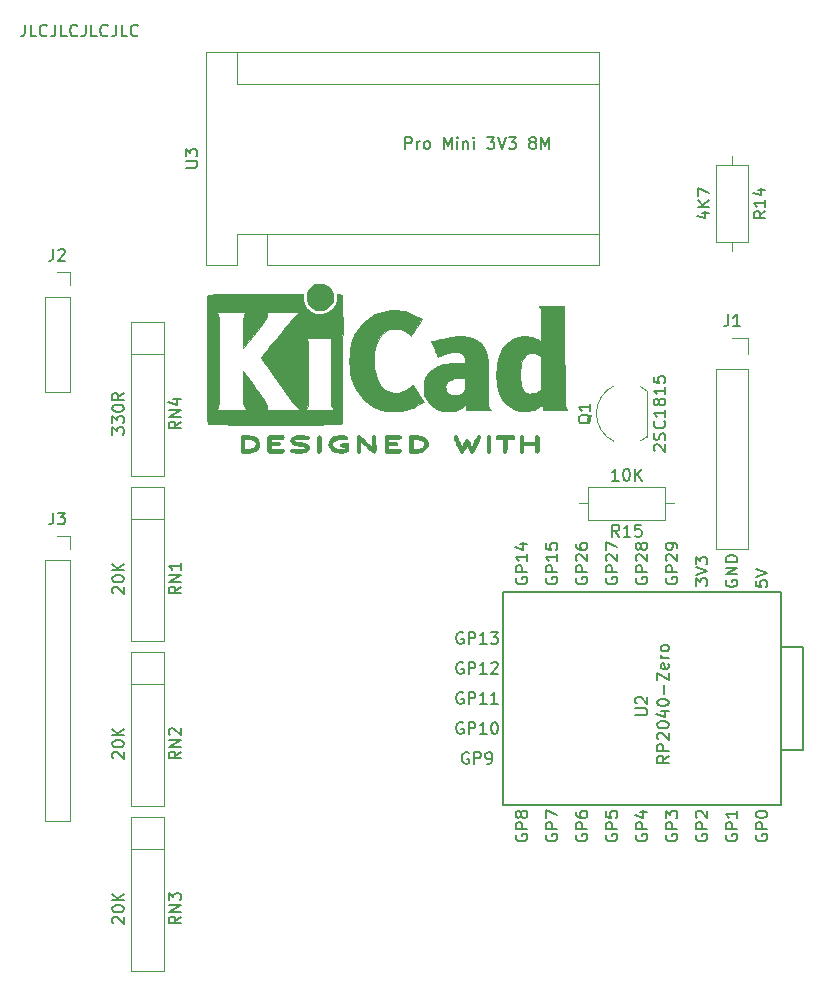
<source format=gto>
G04 #@! TF.GenerationSoftware,KiCad,Pcbnew,(6.0.1)*
G04 #@! TF.CreationDate,2023-03-09T23:42:47+09:00*
G04 #@! TF.ProjectId,iidx_pcb,69696478-5f70-4636-922e-6b696361645f,rev?*
G04 #@! TF.SameCoordinates,Original*
G04 #@! TF.FileFunction,Legend,Top*
G04 #@! TF.FilePolarity,Positive*
%FSLAX46Y46*%
G04 Gerber Fmt 4.6, Leading zero omitted, Abs format (unit mm)*
G04 Created by KiCad (PCBNEW (6.0.1)) date 2023-03-09 23:42:47*
%MOMM*%
%LPD*%
G01*
G04 APERTURE LIST*
%ADD10C,0.150000*%
%ADD11C,0.120000*%
%ADD12C,0.010000*%
%ADD13C,0.300000*%
%ADD14C,1.600000*%
%ADD15O,1.600000X1.600000*%
%ADD16R,1.600000X1.600000*%
%ADD17C,1.524000*%
%ADD18R,1.700000X1.700000*%
%ADD19O,1.700000X1.700000*%
%ADD20R,1.350000X1.350000*%
%ADD21O,1.350000X1.350000*%
%ADD22R,1.500000X1.500000*%
%ADD23C,1.500000*%
%ADD24C,3.200000*%
G04 APERTURE END LIST*
D10*
X102370000Y-138509285D02*
X102322380Y-138604523D01*
X102322380Y-138747380D01*
X102370000Y-138890238D01*
X102465238Y-138985476D01*
X102560476Y-139033095D01*
X102750952Y-139080714D01*
X102893809Y-139080714D01*
X103084285Y-139033095D01*
X103179523Y-138985476D01*
X103274761Y-138890238D01*
X103322380Y-138747380D01*
X103322380Y-138652142D01*
X103274761Y-138509285D01*
X103227142Y-138461666D01*
X102893809Y-138461666D01*
X102893809Y-138652142D01*
X103322380Y-138033095D02*
X102322380Y-138033095D01*
X102322380Y-137652142D01*
X102370000Y-137556904D01*
X102417619Y-137509285D01*
X102512857Y-137461666D01*
X102655714Y-137461666D01*
X102750952Y-137509285D01*
X102798571Y-137556904D01*
X102846190Y-137652142D01*
X102846190Y-138033095D01*
X102322380Y-137128333D02*
X102322380Y-136509285D01*
X102703333Y-136842619D01*
X102703333Y-136699761D01*
X102750952Y-136604523D01*
X102798571Y-136556904D01*
X102893809Y-136509285D01*
X103131904Y-136509285D01*
X103227142Y-136556904D01*
X103274761Y-136604523D01*
X103322380Y-136699761D01*
X103322380Y-136985476D01*
X103274761Y-137080714D01*
X103227142Y-137128333D01*
X48085952Y-69937380D02*
X48085952Y-70651666D01*
X48038333Y-70794523D01*
X47943095Y-70889761D01*
X47800238Y-70937380D01*
X47705000Y-70937380D01*
X49038333Y-70937380D02*
X48562142Y-70937380D01*
X48562142Y-69937380D01*
X49943095Y-70842142D02*
X49895476Y-70889761D01*
X49752619Y-70937380D01*
X49657380Y-70937380D01*
X49514523Y-70889761D01*
X49419285Y-70794523D01*
X49371666Y-70699285D01*
X49324047Y-70508809D01*
X49324047Y-70365952D01*
X49371666Y-70175476D01*
X49419285Y-70080238D01*
X49514523Y-69985000D01*
X49657380Y-69937380D01*
X49752619Y-69937380D01*
X49895476Y-69985000D01*
X49943095Y-70032619D01*
X50657380Y-69937380D02*
X50657380Y-70651666D01*
X50609761Y-70794523D01*
X50514523Y-70889761D01*
X50371666Y-70937380D01*
X50276428Y-70937380D01*
X51609761Y-70937380D02*
X51133571Y-70937380D01*
X51133571Y-69937380D01*
X52514523Y-70842142D02*
X52466904Y-70889761D01*
X52324047Y-70937380D01*
X52228809Y-70937380D01*
X52085952Y-70889761D01*
X51990714Y-70794523D01*
X51943095Y-70699285D01*
X51895476Y-70508809D01*
X51895476Y-70365952D01*
X51943095Y-70175476D01*
X51990714Y-70080238D01*
X52085952Y-69985000D01*
X52228809Y-69937380D01*
X52324047Y-69937380D01*
X52466904Y-69985000D01*
X52514523Y-70032619D01*
X53228809Y-69937380D02*
X53228809Y-70651666D01*
X53181190Y-70794523D01*
X53085952Y-70889761D01*
X52943095Y-70937380D01*
X52847857Y-70937380D01*
X54181190Y-70937380D02*
X53705000Y-70937380D01*
X53705000Y-69937380D01*
X55085952Y-70842142D02*
X55038333Y-70889761D01*
X54895476Y-70937380D01*
X54800238Y-70937380D01*
X54657380Y-70889761D01*
X54562142Y-70794523D01*
X54514523Y-70699285D01*
X54466904Y-70508809D01*
X54466904Y-70365952D01*
X54514523Y-70175476D01*
X54562142Y-70080238D01*
X54657380Y-69985000D01*
X54800238Y-69937380D01*
X54895476Y-69937380D01*
X55038333Y-69985000D01*
X55085952Y-70032619D01*
X55800238Y-69937380D02*
X55800238Y-70651666D01*
X55752619Y-70794523D01*
X55657380Y-70889761D01*
X55514523Y-70937380D01*
X55419285Y-70937380D01*
X56752619Y-70937380D02*
X56276428Y-70937380D01*
X56276428Y-69937380D01*
X57657380Y-70842142D02*
X57609761Y-70889761D01*
X57466904Y-70937380D01*
X57371666Y-70937380D01*
X57228809Y-70889761D01*
X57133571Y-70794523D01*
X57085952Y-70699285D01*
X57038333Y-70508809D01*
X57038333Y-70365952D01*
X57085952Y-70175476D01*
X57133571Y-70080238D01*
X57228809Y-69985000D01*
X57371666Y-69937380D01*
X57466904Y-69937380D01*
X57609761Y-69985000D01*
X57657380Y-70032619D01*
X99830000Y-138509285D02*
X99782380Y-138604523D01*
X99782380Y-138747380D01*
X99830000Y-138890238D01*
X99925238Y-138985476D01*
X100020476Y-139033095D01*
X100210952Y-139080714D01*
X100353809Y-139080714D01*
X100544285Y-139033095D01*
X100639523Y-138985476D01*
X100734761Y-138890238D01*
X100782380Y-138747380D01*
X100782380Y-138652142D01*
X100734761Y-138509285D01*
X100687142Y-138461666D01*
X100353809Y-138461666D01*
X100353809Y-138652142D01*
X100782380Y-138033095D02*
X99782380Y-138033095D01*
X99782380Y-137652142D01*
X99830000Y-137556904D01*
X99877619Y-137509285D01*
X99972857Y-137461666D01*
X100115714Y-137461666D01*
X100210952Y-137509285D01*
X100258571Y-137556904D01*
X100306190Y-137652142D01*
X100306190Y-138033095D01*
X100115714Y-136604523D02*
X100782380Y-136604523D01*
X99734761Y-136842619D02*
X100449047Y-137080714D01*
X100449047Y-136461666D01*
X110772380Y-85732857D02*
X110296190Y-86066190D01*
X110772380Y-86304285D02*
X109772380Y-86304285D01*
X109772380Y-85923333D01*
X109820000Y-85828095D01*
X109867619Y-85780476D01*
X109962857Y-85732857D01*
X110105714Y-85732857D01*
X110200952Y-85780476D01*
X110248571Y-85828095D01*
X110296190Y-85923333D01*
X110296190Y-86304285D01*
X110772380Y-84780476D02*
X110772380Y-85351904D01*
X110772380Y-85066190D02*
X109772380Y-85066190D01*
X109915238Y-85161428D01*
X110010476Y-85256666D01*
X110058095Y-85351904D01*
X110105714Y-83923333D02*
X110772380Y-83923333D01*
X109724761Y-84161428D02*
X110439047Y-84399523D01*
X110439047Y-83780476D01*
X105365714Y-85875714D02*
X106032380Y-85875714D01*
X104984761Y-86113809D02*
X105699047Y-86351904D01*
X105699047Y-85732857D01*
X106032380Y-85351904D02*
X105032380Y-85351904D01*
X106032380Y-84780476D02*
X105460952Y-85209047D01*
X105032380Y-84780476D02*
X105603809Y-85351904D01*
X105032380Y-84447142D02*
X105032380Y-83780476D01*
X106032380Y-84209047D01*
X61272380Y-117530476D02*
X60796190Y-117863809D01*
X61272380Y-118101904D02*
X60272380Y-118101904D01*
X60272380Y-117720952D01*
X60320000Y-117625714D01*
X60367619Y-117578095D01*
X60462857Y-117530476D01*
X60605714Y-117530476D01*
X60700952Y-117578095D01*
X60748571Y-117625714D01*
X60796190Y-117720952D01*
X60796190Y-118101904D01*
X61272380Y-117101904D02*
X60272380Y-117101904D01*
X61272380Y-116530476D01*
X60272380Y-116530476D01*
X61272380Y-115530476D02*
X61272380Y-116101904D01*
X61272380Y-115816190D02*
X60272380Y-115816190D01*
X60415238Y-115911428D01*
X60510476Y-116006666D01*
X60558095Y-116101904D01*
X55567619Y-118101904D02*
X55520000Y-118054285D01*
X55472380Y-117959047D01*
X55472380Y-117720952D01*
X55520000Y-117625714D01*
X55567619Y-117578095D01*
X55662857Y-117530476D01*
X55758095Y-117530476D01*
X55900952Y-117578095D01*
X56472380Y-118149523D01*
X56472380Y-117530476D01*
X55472380Y-116911428D02*
X55472380Y-116816190D01*
X55520000Y-116720952D01*
X55567619Y-116673333D01*
X55662857Y-116625714D01*
X55853333Y-116578095D01*
X56091428Y-116578095D01*
X56281904Y-116625714D01*
X56377142Y-116673333D01*
X56424761Y-116720952D01*
X56472380Y-116816190D01*
X56472380Y-116911428D01*
X56424761Y-117006666D01*
X56377142Y-117054285D01*
X56281904Y-117101904D01*
X56091428Y-117149523D01*
X55853333Y-117149523D01*
X55662857Y-117101904D01*
X55567619Y-117054285D01*
X55520000Y-117006666D01*
X55472380Y-116911428D01*
X56472380Y-116149523D02*
X55472380Y-116149523D01*
X56472380Y-115578095D02*
X55900952Y-116006666D01*
X55472380Y-115578095D02*
X56043809Y-116149523D01*
X99772380Y-128401904D02*
X100581904Y-128401904D01*
X100677142Y-128354285D01*
X100724761Y-128306666D01*
X100772380Y-128211428D01*
X100772380Y-128020952D01*
X100724761Y-127925714D01*
X100677142Y-127878095D01*
X100581904Y-127830476D01*
X99772380Y-127830476D01*
X99867619Y-127401904D02*
X99820000Y-127354285D01*
X99772380Y-127259047D01*
X99772380Y-127020952D01*
X99820000Y-126925714D01*
X99867619Y-126878095D01*
X99962857Y-126830476D01*
X100058095Y-126830476D01*
X100200952Y-126878095D01*
X100772380Y-127449523D01*
X100772380Y-126830476D01*
X102592380Y-131840952D02*
X102116190Y-132174285D01*
X102592380Y-132412380D02*
X101592380Y-132412380D01*
X101592380Y-132031428D01*
X101640000Y-131936190D01*
X101687619Y-131888571D01*
X101782857Y-131840952D01*
X101925714Y-131840952D01*
X102020952Y-131888571D01*
X102068571Y-131936190D01*
X102116190Y-132031428D01*
X102116190Y-132412380D01*
X102592380Y-131412380D02*
X101592380Y-131412380D01*
X101592380Y-131031428D01*
X101640000Y-130936190D01*
X101687619Y-130888571D01*
X101782857Y-130840952D01*
X101925714Y-130840952D01*
X102020952Y-130888571D01*
X102068571Y-130936190D01*
X102116190Y-131031428D01*
X102116190Y-131412380D01*
X101687619Y-130460000D02*
X101640000Y-130412380D01*
X101592380Y-130317142D01*
X101592380Y-130079047D01*
X101640000Y-129983809D01*
X101687619Y-129936190D01*
X101782857Y-129888571D01*
X101878095Y-129888571D01*
X102020952Y-129936190D01*
X102592380Y-130507619D01*
X102592380Y-129888571D01*
X101592380Y-129269523D02*
X101592380Y-129174285D01*
X101640000Y-129079047D01*
X101687619Y-129031428D01*
X101782857Y-128983809D01*
X101973333Y-128936190D01*
X102211428Y-128936190D01*
X102401904Y-128983809D01*
X102497142Y-129031428D01*
X102544761Y-129079047D01*
X102592380Y-129174285D01*
X102592380Y-129269523D01*
X102544761Y-129364761D01*
X102497142Y-129412380D01*
X102401904Y-129460000D01*
X102211428Y-129507619D01*
X101973333Y-129507619D01*
X101782857Y-129460000D01*
X101687619Y-129412380D01*
X101640000Y-129364761D01*
X101592380Y-129269523D01*
X101925714Y-128079047D02*
X102592380Y-128079047D01*
X101544761Y-128317142D02*
X102259047Y-128555238D01*
X102259047Y-127936190D01*
X101592380Y-127364761D02*
X101592380Y-127269523D01*
X101640000Y-127174285D01*
X101687619Y-127126666D01*
X101782857Y-127079047D01*
X101973333Y-127031428D01*
X102211428Y-127031428D01*
X102401904Y-127079047D01*
X102497142Y-127126666D01*
X102544761Y-127174285D01*
X102592380Y-127269523D01*
X102592380Y-127364761D01*
X102544761Y-127460000D01*
X102497142Y-127507619D01*
X102401904Y-127555238D01*
X102211428Y-127602857D01*
X101973333Y-127602857D01*
X101782857Y-127555238D01*
X101687619Y-127507619D01*
X101640000Y-127460000D01*
X101592380Y-127364761D01*
X102211428Y-126602857D02*
X102211428Y-125840952D01*
X101592380Y-125460000D02*
X101592380Y-124793333D01*
X102592380Y-125460000D01*
X102592380Y-124793333D01*
X102544761Y-124031428D02*
X102592380Y-124126666D01*
X102592380Y-124317142D01*
X102544761Y-124412380D01*
X102449523Y-124460000D01*
X102068571Y-124460000D01*
X101973333Y-124412380D01*
X101925714Y-124317142D01*
X101925714Y-124126666D01*
X101973333Y-124031428D01*
X102068571Y-123983809D01*
X102163809Y-123983809D01*
X102259047Y-124460000D01*
X102592380Y-123555238D02*
X101925714Y-123555238D01*
X102116190Y-123555238D02*
X102020952Y-123507619D01*
X101973333Y-123460000D01*
X101925714Y-123364761D01*
X101925714Y-123269523D01*
X102592380Y-122793333D02*
X102544761Y-122888571D01*
X102497142Y-122936190D01*
X102401904Y-122983809D01*
X102116190Y-122983809D01*
X102020952Y-122936190D01*
X101973333Y-122888571D01*
X101925714Y-122793333D01*
X101925714Y-122650476D01*
X101973333Y-122555238D01*
X102020952Y-122507619D01*
X102116190Y-122460000D01*
X102401904Y-122460000D01*
X102497142Y-122507619D01*
X102544761Y-122555238D01*
X102592380Y-122650476D01*
X102592380Y-122793333D01*
X107450000Y-138509285D02*
X107402380Y-138604523D01*
X107402380Y-138747380D01*
X107450000Y-138890238D01*
X107545238Y-138985476D01*
X107640476Y-139033095D01*
X107830952Y-139080714D01*
X107973809Y-139080714D01*
X108164285Y-139033095D01*
X108259523Y-138985476D01*
X108354761Y-138890238D01*
X108402380Y-138747380D01*
X108402380Y-138652142D01*
X108354761Y-138509285D01*
X108307142Y-138461666D01*
X107973809Y-138461666D01*
X107973809Y-138652142D01*
X108402380Y-138033095D02*
X107402380Y-138033095D01*
X107402380Y-137652142D01*
X107450000Y-137556904D01*
X107497619Y-137509285D01*
X107592857Y-137461666D01*
X107735714Y-137461666D01*
X107830952Y-137509285D01*
X107878571Y-137556904D01*
X107926190Y-137652142D01*
X107926190Y-138033095D01*
X108402380Y-136509285D02*
X108402380Y-137080714D01*
X108402380Y-136795000D02*
X107402380Y-136795000D01*
X107545238Y-136890238D01*
X107640476Y-136985476D01*
X107688095Y-137080714D01*
X104910000Y-138509285D02*
X104862380Y-138604523D01*
X104862380Y-138747380D01*
X104910000Y-138890238D01*
X105005238Y-138985476D01*
X105100476Y-139033095D01*
X105290952Y-139080714D01*
X105433809Y-139080714D01*
X105624285Y-139033095D01*
X105719523Y-138985476D01*
X105814761Y-138890238D01*
X105862380Y-138747380D01*
X105862380Y-138652142D01*
X105814761Y-138509285D01*
X105767142Y-138461666D01*
X105433809Y-138461666D01*
X105433809Y-138652142D01*
X105862380Y-138033095D02*
X104862380Y-138033095D01*
X104862380Y-137652142D01*
X104910000Y-137556904D01*
X104957619Y-137509285D01*
X105052857Y-137461666D01*
X105195714Y-137461666D01*
X105290952Y-137509285D01*
X105338571Y-137556904D01*
X105386190Y-137652142D01*
X105386190Y-138033095D01*
X104957619Y-137080714D02*
X104910000Y-137033095D01*
X104862380Y-136937857D01*
X104862380Y-136699761D01*
X104910000Y-136604523D01*
X104957619Y-136556904D01*
X105052857Y-136509285D01*
X105148095Y-136509285D01*
X105290952Y-136556904D01*
X105862380Y-137128333D01*
X105862380Y-136509285D01*
X85169523Y-123960000D02*
X85074285Y-123912380D01*
X84931428Y-123912380D01*
X84788571Y-123960000D01*
X84693333Y-124055238D01*
X84645714Y-124150476D01*
X84598095Y-124340952D01*
X84598095Y-124483809D01*
X84645714Y-124674285D01*
X84693333Y-124769523D01*
X84788571Y-124864761D01*
X84931428Y-124912380D01*
X85026666Y-124912380D01*
X85169523Y-124864761D01*
X85217142Y-124817142D01*
X85217142Y-124483809D01*
X85026666Y-124483809D01*
X85645714Y-124912380D02*
X85645714Y-123912380D01*
X86026666Y-123912380D01*
X86121904Y-123960000D01*
X86169523Y-124007619D01*
X86217142Y-124102857D01*
X86217142Y-124245714D01*
X86169523Y-124340952D01*
X86121904Y-124388571D01*
X86026666Y-124436190D01*
X85645714Y-124436190D01*
X87169523Y-124912380D02*
X86598095Y-124912380D01*
X86883809Y-124912380D02*
X86883809Y-123912380D01*
X86788571Y-124055238D01*
X86693333Y-124150476D01*
X86598095Y-124198095D01*
X87550476Y-124007619D02*
X87598095Y-123960000D01*
X87693333Y-123912380D01*
X87931428Y-123912380D01*
X88026666Y-123960000D01*
X88074285Y-124007619D01*
X88121904Y-124102857D01*
X88121904Y-124198095D01*
X88074285Y-124340952D01*
X87502857Y-124912380D01*
X88121904Y-124912380D01*
X109990000Y-138509285D02*
X109942380Y-138604523D01*
X109942380Y-138747380D01*
X109990000Y-138890238D01*
X110085238Y-138985476D01*
X110180476Y-139033095D01*
X110370952Y-139080714D01*
X110513809Y-139080714D01*
X110704285Y-139033095D01*
X110799523Y-138985476D01*
X110894761Y-138890238D01*
X110942380Y-138747380D01*
X110942380Y-138652142D01*
X110894761Y-138509285D01*
X110847142Y-138461666D01*
X110513809Y-138461666D01*
X110513809Y-138652142D01*
X110942380Y-138033095D02*
X109942380Y-138033095D01*
X109942380Y-137652142D01*
X109990000Y-137556904D01*
X110037619Y-137509285D01*
X110132857Y-137461666D01*
X110275714Y-137461666D01*
X110370952Y-137509285D01*
X110418571Y-137556904D01*
X110466190Y-137652142D01*
X110466190Y-138033095D01*
X109942380Y-136842619D02*
X109942380Y-136747380D01*
X109990000Y-136652142D01*
X110037619Y-136604523D01*
X110132857Y-136556904D01*
X110323333Y-136509285D01*
X110561428Y-136509285D01*
X110751904Y-136556904D01*
X110847142Y-136604523D01*
X110894761Y-136652142D01*
X110942380Y-136747380D01*
X110942380Y-136842619D01*
X110894761Y-136937857D01*
X110847142Y-136985476D01*
X110751904Y-137033095D01*
X110561428Y-137080714D01*
X110323333Y-137080714D01*
X110132857Y-137033095D01*
X110037619Y-136985476D01*
X109990000Y-136937857D01*
X109942380Y-136842619D01*
X109942380Y-117010476D02*
X109942380Y-117486666D01*
X110418571Y-117534285D01*
X110370952Y-117486666D01*
X110323333Y-117391428D01*
X110323333Y-117153333D01*
X110370952Y-117058095D01*
X110418571Y-117010476D01*
X110513809Y-116962857D01*
X110751904Y-116962857D01*
X110847142Y-117010476D01*
X110894761Y-117058095D01*
X110942380Y-117153333D01*
X110942380Y-117391428D01*
X110894761Y-117486666D01*
X110847142Y-117534285D01*
X109942380Y-116677142D02*
X110942380Y-116343809D01*
X109942380Y-116010476D01*
X92210000Y-138509285D02*
X92162380Y-138604523D01*
X92162380Y-138747380D01*
X92210000Y-138890238D01*
X92305238Y-138985476D01*
X92400476Y-139033095D01*
X92590952Y-139080714D01*
X92733809Y-139080714D01*
X92924285Y-139033095D01*
X93019523Y-138985476D01*
X93114761Y-138890238D01*
X93162380Y-138747380D01*
X93162380Y-138652142D01*
X93114761Y-138509285D01*
X93067142Y-138461666D01*
X92733809Y-138461666D01*
X92733809Y-138652142D01*
X93162380Y-138033095D02*
X92162380Y-138033095D01*
X92162380Y-137652142D01*
X92210000Y-137556904D01*
X92257619Y-137509285D01*
X92352857Y-137461666D01*
X92495714Y-137461666D01*
X92590952Y-137509285D01*
X92638571Y-137556904D01*
X92686190Y-137652142D01*
X92686190Y-138033095D01*
X92162380Y-137128333D02*
X92162380Y-136461666D01*
X93162380Y-136890238D01*
X94750000Y-138509285D02*
X94702380Y-138604523D01*
X94702380Y-138747380D01*
X94750000Y-138890238D01*
X94845238Y-138985476D01*
X94940476Y-139033095D01*
X95130952Y-139080714D01*
X95273809Y-139080714D01*
X95464285Y-139033095D01*
X95559523Y-138985476D01*
X95654761Y-138890238D01*
X95702380Y-138747380D01*
X95702380Y-138652142D01*
X95654761Y-138509285D01*
X95607142Y-138461666D01*
X95273809Y-138461666D01*
X95273809Y-138652142D01*
X95702380Y-138033095D02*
X94702380Y-138033095D01*
X94702380Y-137652142D01*
X94750000Y-137556904D01*
X94797619Y-137509285D01*
X94892857Y-137461666D01*
X95035714Y-137461666D01*
X95130952Y-137509285D01*
X95178571Y-137556904D01*
X95226190Y-137652142D01*
X95226190Y-138033095D01*
X94702380Y-136604523D02*
X94702380Y-136795000D01*
X94750000Y-136890238D01*
X94797619Y-136937857D01*
X94940476Y-137033095D01*
X95130952Y-137080714D01*
X95511904Y-137080714D01*
X95607142Y-137033095D01*
X95654761Y-136985476D01*
X95702380Y-136890238D01*
X95702380Y-136699761D01*
X95654761Y-136604523D01*
X95607142Y-136556904D01*
X95511904Y-136509285D01*
X95273809Y-136509285D01*
X95178571Y-136556904D01*
X95130952Y-136604523D01*
X95083333Y-136699761D01*
X95083333Y-136890238D01*
X95130952Y-136985476D01*
X95178571Y-137033095D01*
X95273809Y-137080714D01*
X85169523Y-129040000D02*
X85074285Y-128992380D01*
X84931428Y-128992380D01*
X84788571Y-129040000D01*
X84693333Y-129135238D01*
X84645714Y-129230476D01*
X84598095Y-129420952D01*
X84598095Y-129563809D01*
X84645714Y-129754285D01*
X84693333Y-129849523D01*
X84788571Y-129944761D01*
X84931428Y-129992380D01*
X85026666Y-129992380D01*
X85169523Y-129944761D01*
X85217142Y-129897142D01*
X85217142Y-129563809D01*
X85026666Y-129563809D01*
X85645714Y-129992380D02*
X85645714Y-128992380D01*
X86026666Y-128992380D01*
X86121904Y-129040000D01*
X86169523Y-129087619D01*
X86217142Y-129182857D01*
X86217142Y-129325714D01*
X86169523Y-129420952D01*
X86121904Y-129468571D01*
X86026666Y-129516190D01*
X85645714Y-129516190D01*
X87169523Y-129992380D02*
X86598095Y-129992380D01*
X86883809Y-129992380D02*
X86883809Y-128992380D01*
X86788571Y-129135238D01*
X86693333Y-129230476D01*
X86598095Y-129278095D01*
X87788571Y-128992380D02*
X87883809Y-128992380D01*
X87979047Y-129040000D01*
X88026666Y-129087619D01*
X88074285Y-129182857D01*
X88121904Y-129373333D01*
X88121904Y-129611428D01*
X88074285Y-129801904D01*
X88026666Y-129897142D01*
X87979047Y-129944761D01*
X87883809Y-129992380D01*
X87788571Y-129992380D01*
X87693333Y-129944761D01*
X87645714Y-129897142D01*
X87598095Y-129801904D01*
X87550476Y-129611428D01*
X87550476Y-129373333D01*
X87598095Y-129182857D01*
X87645714Y-129087619D01*
X87693333Y-129040000D01*
X87788571Y-128992380D01*
X89670000Y-116760476D02*
X89622380Y-116855714D01*
X89622380Y-116998571D01*
X89670000Y-117141428D01*
X89765238Y-117236666D01*
X89860476Y-117284285D01*
X90050952Y-117331904D01*
X90193809Y-117331904D01*
X90384285Y-117284285D01*
X90479523Y-117236666D01*
X90574761Y-117141428D01*
X90622380Y-116998571D01*
X90622380Y-116903333D01*
X90574761Y-116760476D01*
X90527142Y-116712857D01*
X90193809Y-116712857D01*
X90193809Y-116903333D01*
X90622380Y-116284285D02*
X89622380Y-116284285D01*
X89622380Y-115903333D01*
X89670000Y-115808095D01*
X89717619Y-115760476D01*
X89812857Y-115712857D01*
X89955714Y-115712857D01*
X90050952Y-115760476D01*
X90098571Y-115808095D01*
X90146190Y-115903333D01*
X90146190Y-116284285D01*
X90622380Y-114760476D02*
X90622380Y-115331904D01*
X90622380Y-115046190D02*
X89622380Y-115046190D01*
X89765238Y-115141428D01*
X89860476Y-115236666D01*
X89908095Y-115331904D01*
X89955714Y-113903333D02*
X90622380Y-113903333D01*
X89574761Y-114141428D02*
X90289047Y-114379523D01*
X90289047Y-113760476D01*
X85169523Y-126500000D02*
X85074285Y-126452380D01*
X84931428Y-126452380D01*
X84788571Y-126500000D01*
X84693333Y-126595238D01*
X84645714Y-126690476D01*
X84598095Y-126880952D01*
X84598095Y-127023809D01*
X84645714Y-127214285D01*
X84693333Y-127309523D01*
X84788571Y-127404761D01*
X84931428Y-127452380D01*
X85026666Y-127452380D01*
X85169523Y-127404761D01*
X85217142Y-127357142D01*
X85217142Y-127023809D01*
X85026666Y-127023809D01*
X85645714Y-127452380D02*
X85645714Y-126452380D01*
X86026666Y-126452380D01*
X86121904Y-126500000D01*
X86169523Y-126547619D01*
X86217142Y-126642857D01*
X86217142Y-126785714D01*
X86169523Y-126880952D01*
X86121904Y-126928571D01*
X86026666Y-126976190D01*
X85645714Y-126976190D01*
X87169523Y-127452380D02*
X86598095Y-127452380D01*
X86883809Y-127452380D02*
X86883809Y-126452380D01*
X86788571Y-126595238D01*
X86693333Y-126690476D01*
X86598095Y-126738095D01*
X88121904Y-127452380D02*
X87550476Y-127452380D01*
X87836190Y-127452380D02*
X87836190Y-126452380D01*
X87740952Y-126595238D01*
X87645714Y-126690476D01*
X87550476Y-126738095D01*
X89670000Y-138509285D02*
X89622380Y-138604523D01*
X89622380Y-138747380D01*
X89670000Y-138890238D01*
X89765238Y-138985476D01*
X89860476Y-139033095D01*
X90050952Y-139080714D01*
X90193809Y-139080714D01*
X90384285Y-139033095D01*
X90479523Y-138985476D01*
X90574761Y-138890238D01*
X90622380Y-138747380D01*
X90622380Y-138652142D01*
X90574761Y-138509285D01*
X90527142Y-138461666D01*
X90193809Y-138461666D01*
X90193809Y-138652142D01*
X90622380Y-138033095D02*
X89622380Y-138033095D01*
X89622380Y-137652142D01*
X89670000Y-137556904D01*
X89717619Y-137509285D01*
X89812857Y-137461666D01*
X89955714Y-137461666D01*
X90050952Y-137509285D01*
X90098571Y-137556904D01*
X90146190Y-137652142D01*
X90146190Y-138033095D01*
X90050952Y-136890238D02*
X90003333Y-136985476D01*
X89955714Y-137033095D01*
X89860476Y-137080714D01*
X89812857Y-137080714D01*
X89717619Y-137033095D01*
X89670000Y-136985476D01*
X89622380Y-136890238D01*
X89622380Y-136699761D01*
X89670000Y-136604523D01*
X89717619Y-136556904D01*
X89812857Y-136509285D01*
X89860476Y-136509285D01*
X89955714Y-136556904D01*
X90003333Y-136604523D01*
X90050952Y-136699761D01*
X90050952Y-136890238D01*
X90098571Y-136985476D01*
X90146190Y-137033095D01*
X90241428Y-137080714D01*
X90431904Y-137080714D01*
X90527142Y-137033095D01*
X90574761Y-136985476D01*
X90622380Y-136890238D01*
X90622380Y-136699761D01*
X90574761Y-136604523D01*
X90527142Y-136556904D01*
X90431904Y-136509285D01*
X90241428Y-136509285D01*
X90146190Y-136556904D01*
X90098571Y-136604523D01*
X90050952Y-136699761D01*
X97290000Y-116760476D02*
X97242380Y-116855714D01*
X97242380Y-116998571D01*
X97290000Y-117141428D01*
X97385238Y-117236666D01*
X97480476Y-117284285D01*
X97670952Y-117331904D01*
X97813809Y-117331904D01*
X98004285Y-117284285D01*
X98099523Y-117236666D01*
X98194761Y-117141428D01*
X98242380Y-116998571D01*
X98242380Y-116903333D01*
X98194761Y-116760476D01*
X98147142Y-116712857D01*
X97813809Y-116712857D01*
X97813809Y-116903333D01*
X98242380Y-116284285D02*
X97242380Y-116284285D01*
X97242380Y-115903333D01*
X97290000Y-115808095D01*
X97337619Y-115760476D01*
X97432857Y-115712857D01*
X97575714Y-115712857D01*
X97670952Y-115760476D01*
X97718571Y-115808095D01*
X97766190Y-115903333D01*
X97766190Y-116284285D01*
X97337619Y-115331904D02*
X97290000Y-115284285D01*
X97242380Y-115189047D01*
X97242380Y-114950952D01*
X97290000Y-114855714D01*
X97337619Y-114808095D01*
X97432857Y-114760476D01*
X97528095Y-114760476D01*
X97670952Y-114808095D01*
X98242380Y-115379523D01*
X98242380Y-114760476D01*
X97242380Y-114427142D02*
X97242380Y-113760476D01*
X98242380Y-114189047D01*
X99830000Y-116760476D02*
X99782380Y-116855714D01*
X99782380Y-116998571D01*
X99830000Y-117141428D01*
X99925238Y-117236666D01*
X100020476Y-117284285D01*
X100210952Y-117331904D01*
X100353809Y-117331904D01*
X100544285Y-117284285D01*
X100639523Y-117236666D01*
X100734761Y-117141428D01*
X100782380Y-116998571D01*
X100782380Y-116903333D01*
X100734761Y-116760476D01*
X100687142Y-116712857D01*
X100353809Y-116712857D01*
X100353809Y-116903333D01*
X100782380Y-116284285D02*
X99782380Y-116284285D01*
X99782380Y-115903333D01*
X99830000Y-115808095D01*
X99877619Y-115760476D01*
X99972857Y-115712857D01*
X100115714Y-115712857D01*
X100210952Y-115760476D01*
X100258571Y-115808095D01*
X100306190Y-115903333D01*
X100306190Y-116284285D01*
X99877619Y-115331904D02*
X99830000Y-115284285D01*
X99782380Y-115189047D01*
X99782380Y-114950952D01*
X99830000Y-114855714D01*
X99877619Y-114808095D01*
X99972857Y-114760476D01*
X100068095Y-114760476D01*
X100210952Y-114808095D01*
X100782380Y-115379523D01*
X100782380Y-114760476D01*
X100210952Y-114189047D02*
X100163333Y-114284285D01*
X100115714Y-114331904D01*
X100020476Y-114379523D01*
X99972857Y-114379523D01*
X99877619Y-114331904D01*
X99830000Y-114284285D01*
X99782380Y-114189047D01*
X99782380Y-113998571D01*
X99830000Y-113903333D01*
X99877619Y-113855714D01*
X99972857Y-113808095D01*
X100020476Y-113808095D01*
X100115714Y-113855714D01*
X100163333Y-113903333D01*
X100210952Y-113998571D01*
X100210952Y-114189047D01*
X100258571Y-114284285D01*
X100306190Y-114331904D01*
X100401428Y-114379523D01*
X100591904Y-114379523D01*
X100687142Y-114331904D01*
X100734761Y-114284285D01*
X100782380Y-114189047D01*
X100782380Y-113998571D01*
X100734761Y-113903333D01*
X100687142Y-113855714D01*
X100591904Y-113808095D01*
X100401428Y-113808095D01*
X100306190Y-113855714D01*
X100258571Y-113903333D01*
X100210952Y-113998571D01*
X104862380Y-117443095D02*
X104862380Y-116824047D01*
X105243333Y-117157380D01*
X105243333Y-117014523D01*
X105290952Y-116919285D01*
X105338571Y-116871666D01*
X105433809Y-116824047D01*
X105671904Y-116824047D01*
X105767142Y-116871666D01*
X105814761Y-116919285D01*
X105862380Y-117014523D01*
X105862380Y-117300238D01*
X105814761Y-117395476D01*
X105767142Y-117443095D01*
X104862380Y-116538333D02*
X105862380Y-116205000D01*
X104862380Y-115871666D01*
X104862380Y-115633571D02*
X104862380Y-115014523D01*
X105243333Y-115347857D01*
X105243333Y-115205000D01*
X105290952Y-115109761D01*
X105338571Y-115062142D01*
X105433809Y-115014523D01*
X105671904Y-115014523D01*
X105767142Y-115062142D01*
X105814761Y-115109761D01*
X105862380Y-115205000D01*
X105862380Y-115490714D01*
X105814761Y-115585952D01*
X105767142Y-115633571D01*
X92210000Y-116760476D02*
X92162380Y-116855714D01*
X92162380Y-116998571D01*
X92210000Y-117141428D01*
X92305238Y-117236666D01*
X92400476Y-117284285D01*
X92590952Y-117331904D01*
X92733809Y-117331904D01*
X92924285Y-117284285D01*
X93019523Y-117236666D01*
X93114761Y-117141428D01*
X93162380Y-116998571D01*
X93162380Y-116903333D01*
X93114761Y-116760476D01*
X93067142Y-116712857D01*
X92733809Y-116712857D01*
X92733809Y-116903333D01*
X93162380Y-116284285D02*
X92162380Y-116284285D01*
X92162380Y-115903333D01*
X92210000Y-115808095D01*
X92257619Y-115760476D01*
X92352857Y-115712857D01*
X92495714Y-115712857D01*
X92590952Y-115760476D01*
X92638571Y-115808095D01*
X92686190Y-115903333D01*
X92686190Y-116284285D01*
X93162380Y-114760476D02*
X93162380Y-115331904D01*
X93162380Y-115046190D02*
X92162380Y-115046190D01*
X92305238Y-115141428D01*
X92400476Y-115236666D01*
X92448095Y-115331904D01*
X92162380Y-113855714D02*
X92162380Y-114331904D01*
X92638571Y-114379523D01*
X92590952Y-114331904D01*
X92543333Y-114236666D01*
X92543333Y-113998571D01*
X92590952Y-113903333D01*
X92638571Y-113855714D01*
X92733809Y-113808095D01*
X92971904Y-113808095D01*
X93067142Y-113855714D01*
X93114761Y-113903333D01*
X93162380Y-113998571D01*
X93162380Y-114236666D01*
X93114761Y-114331904D01*
X93067142Y-114379523D01*
X102370000Y-116760476D02*
X102322380Y-116855714D01*
X102322380Y-116998571D01*
X102370000Y-117141428D01*
X102465238Y-117236666D01*
X102560476Y-117284285D01*
X102750952Y-117331904D01*
X102893809Y-117331904D01*
X103084285Y-117284285D01*
X103179523Y-117236666D01*
X103274761Y-117141428D01*
X103322380Y-116998571D01*
X103322380Y-116903333D01*
X103274761Y-116760476D01*
X103227142Y-116712857D01*
X102893809Y-116712857D01*
X102893809Y-116903333D01*
X103322380Y-116284285D02*
X102322380Y-116284285D01*
X102322380Y-115903333D01*
X102370000Y-115808095D01*
X102417619Y-115760476D01*
X102512857Y-115712857D01*
X102655714Y-115712857D01*
X102750952Y-115760476D01*
X102798571Y-115808095D01*
X102846190Y-115903333D01*
X102846190Y-116284285D01*
X102417619Y-115331904D02*
X102370000Y-115284285D01*
X102322380Y-115189047D01*
X102322380Y-114950952D01*
X102370000Y-114855714D01*
X102417619Y-114808095D01*
X102512857Y-114760476D01*
X102608095Y-114760476D01*
X102750952Y-114808095D01*
X103322380Y-115379523D01*
X103322380Y-114760476D01*
X103322380Y-114284285D02*
X103322380Y-114093809D01*
X103274761Y-113998571D01*
X103227142Y-113950952D01*
X103084285Y-113855714D01*
X102893809Y-113808095D01*
X102512857Y-113808095D01*
X102417619Y-113855714D01*
X102370000Y-113903333D01*
X102322380Y-113998571D01*
X102322380Y-114189047D01*
X102370000Y-114284285D01*
X102417619Y-114331904D01*
X102512857Y-114379523D01*
X102750952Y-114379523D01*
X102846190Y-114331904D01*
X102893809Y-114284285D01*
X102941428Y-114189047D01*
X102941428Y-113998571D01*
X102893809Y-113903333D01*
X102846190Y-113855714D01*
X102750952Y-113808095D01*
X85645714Y-131580000D02*
X85550476Y-131532380D01*
X85407619Y-131532380D01*
X85264761Y-131580000D01*
X85169523Y-131675238D01*
X85121904Y-131770476D01*
X85074285Y-131960952D01*
X85074285Y-132103809D01*
X85121904Y-132294285D01*
X85169523Y-132389523D01*
X85264761Y-132484761D01*
X85407619Y-132532380D01*
X85502857Y-132532380D01*
X85645714Y-132484761D01*
X85693333Y-132437142D01*
X85693333Y-132103809D01*
X85502857Y-132103809D01*
X86121904Y-132532380D02*
X86121904Y-131532380D01*
X86502857Y-131532380D01*
X86598095Y-131580000D01*
X86645714Y-131627619D01*
X86693333Y-131722857D01*
X86693333Y-131865714D01*
X86645714Y-131960952D01*
X86598095Y-132008571D01*
X86502857Y-132056190D01*
X86121904Y-132056190D01*
X87169523Y-132532380D02*
X87360000Y-132532380D01*
X87455238Y-132484761D01*
X87502857Y-132437142D01*
X87598095Y-132294285D01*
X87645714Y-132103809D01*
X87645714Y-131722857D01*
X87598095Y-131627619D01*
X87550476Y-131580000D01*
X87455238Y-131532380D01*
X87264761Y-131532380D01*
X87169523Y-131580000D01*
X87121904Y-131627619D01*
X87074285Y-131722857D01*
X87074285Y-131960952D01*
X87121904Y-132056190D01*
X87169523Y-132103809D01*
X87264761Y-132151428D01*
X87455238Y-132151428D01*
X87550476Y-132103809D01*
X87598095Y-132056190D01*
X87645714Y-131960952D01*
X97290000Y-138509285D02*
X97242380Y-138604523D01*
X97242380Y-138747380D01*
X97290000Y-138890238D01*
X97385238Y-138985476D01*
X97480476Y-139033095D01*
X97670952Y-139080714D01*
X97813809Y-139080714D01*
X98004285Y-139033095D01*
X98099523Y-138985476D01*
X98194761Y-138890238D01*
X98242380Y-138747380D01*
X98242380Y-138652142D01*
X98194761Y-138509285D01*
X98147142Y-138461666D01*
X97813809Y-138461666D01*
X97813809Y-138652142D01*
X98242380Y-138033095D02*
X97242380Y-138033095D01*
X97242380Y-137652142D01*
X97290000Y-137556904D01*
X97337619Y-137509285D01*
X97432857Y-137461666D01*
X97575714Y-137461666D01*
X97670952Y-137509285D01*
X97718571Y-137556904D01*
X97766190Y-137652142D01*
X97766190Y-138033095D01*
X97242380Y-136556904D02*
X97242380Y-137033095D01*
X97718571Y-137080714D01*
X97670952Y-137033095D01*
X97623333Y-136937857D01*
X97623333Y-136699761D01*
X97670952Y-136604523D01*
X97718571Y-136556904D01*
X97813809Y-136509285D01*
X98051904Y-136509285D01*
X98147142Y-136556904D01*
X98194761Y-136604523D01*
X98242380Y-136699761D01*
X98242380Y-136937857D01*
X98194761Y-137033095D01*
X98147142Y-137080714D01*
X85169523Y-121420000D02*
X85074285Y-121372380D01*
X84931428Y-121372380D01*
X84788571Y-121420000D01*
X84693333Y-121515238D01*
X84645714Y-121610476D01*
X84598095Y-121800952D01*
X84598095Y-121943809D01*
X84645714Y-122134285D01*
X84693333Y-122229523D01*
X84788571Y-122324761D01*
X84931428Y-122372380D01*
X85026666Y-122372380D01*
X85169523Y-122324761D01*
X85217142Y-122277142D01*
X85217142Y-121943809D01*
X85026666Y-121943809D01*
X85645714Y-122372380D02*
X85645714Y-121372380D01*
X86026666Y-121372380D01*
X86121904Y-121420000D01*
X86169523Y-121467619D01*
X86217142Y-121562857D01*
X86217142Y-121705714D01*
X86169523Y-121800952D01*
X86121904Y-121848571D01*
X86026666Y-121896190D01*
X85645714Y-121896190D01*
X87169523Y-122372380D02*
X86598095Y-122372380D01*
X86883809Y-122372380D02*
X86883809Y-121372380D01*
X86788571Y-121515238D01*
X86693333Y-121610476D01*
X86598095Y-121658095D01*
X87502857Y-121372380D02*
X88121904Y-121372380D01*
X87788571Y-121753333D01*
X87931428Y-121753333D01*
X88026666Y-121800952D01*
X88074285Y-121848571D01*
X88121904Y-121943809D01*
X88121904Y-122181904D01*
X88074285Y-122277142D01*
X88026666Y-122324761D01*
X87931428Y-122372380D01*
X87645714Y-122372380D01*
X87550476Y-122324761D01*
X87502857Y-122277142D01*
X94750000Y-116760476D02*
X94702380Y-116855714D01*
X94702380Y-116998571D01*
X94750000Y-117141428D01*
X94845238Y-117236666D01*
X94940476Y-117284285D01*
X95130952Y-117331904D01*
X95273809Y-117331904D01*
X95464285Y-117284285D01*
X95559523Y-117236666D01*
X95654761Y-117141428D01*
X95702380Y-116998571D01*
X95702380Y-116903333D01*
X95654761Y-116760476D01*
X95607142Y-116712857D01*
X95273809Y-116712857D01*
X95273809Y-116903333D01*
X95702380Y-116284285D02*
X94702380Y-116284285D01*
X94702380Y-115903333D01*
X94750000Y-115808095D01*
X94797619Y-115760476D01*
X94892857Y-115712857D01*
X95035714Y-115712857D01*
X95130952Y-115760476D01*
X95178571Y-115808095D01*
X95226190Y-115903333D01*
X95226190Y-116284285D01*
X94797619Y-115331904D02*
X94750000Y-115284285D01*
X94702380Y-115189047D01*
X94702380Y-114950952D01*
X94750000Y-114855714D01*
X94797619Y-114808095D01*
X94892857Y-114760476D01*
X94988095Y-114760476D01*
X95130952Y-114808095D01*
X95702380Y-115379523D01*
X95702380Y-114760476D01*
X94702380Y-113903333D02*
X94702380Y-114093809D01*
X94750000Y-114189047D01*
X94797619Y-114236666D01*
X94940476Y-114331904D01*
X95130952Y-114379523D01*
X95511904Y-114379523D01*
X95607142Y-114331904D01*
X95654761Y-114284285D01*
X95702380Y-114189047D01*
X95702380Y-113998571D01*
X95654761Y-113903333D01*
X95607142Y-113855714D01*
X95511904Y-113808095D01*
X95273809Y-113808095D01*
X95178571Y-113855714D01*
X95130952Y-113903333D01*
X95083333Y-113998571D01*
X95083333Y-114189047D01*
X95130952Y-114284285D01*
X95178571Y-114331904D01*
X95273809Y-114379523D01*
X107450000Y-116966904D02*
X107402380Y-117062142D01*
X107402380Y-117205000D01*
X107450000Y-117347857D01*
X107545238Y-117443095D01*
X107640476Y-117490714D01*
X107830952Y-117538333D01*
X107973809Y-117538333D01*
X108164285Y-117490714D01*
X108259523Y-117443095D01*
X108354761Y-117347857D01*
X108402380Y-117205000D01*
X108402380Y-117109761D01*
X108354761Y-116966904D01*
X108307142Y-116919285D01*
X107973809Y-116919285D01*
X107973809Y-117109761D01*
X108402380Y-116490714D02*
X107402380Y-116490714D01*
X108402380Y-115919285D01*
X107402380Y-115919285D01*
X108402380Y-115443095D02*
X107402380Y-115443095D01*
X107402380Y-115205000D01*
X107450000Y-115062142D01*
X107545238Y-114966904D01*
X107640476Y-114919285D01*
X107830952Y-114871666D01*
X107973809Y-114871666D01*
X108164285Y-114919285D01*
X108259523Y-114966904D01*
X108354761Y-115062142D01*
X108402380Y-115205000D01*
X108402380Y-115443095D01*
X107616666Y-94472380D02*
X107616666Y-95186666D01*
X107569047Y-95329523D01*
X107473809Y-95424761D01*
X107330952Y-95472380D01*
X107235714Y-95472380D01*
X108616666Y-95472380D02*
X108045238Y-95472380D01*
X108330952Y-95472380D02*
X108330952Y-94472380D01*
X108235714Y-94615238D01*
X108140476Y-94710476D01*
X108045238Y-94758095D01*
X61272380Y-145470476D02*
X60796190Y-145803809D01*
X61272380Y-146041904D02*
X60272380Y-146041904D01*
X60272380Y-145660952D01*
X60320000Y-145565714D01*
X60367619Y-145518095D01*
X60462857Y-145470476D01*
X60605714Y-145470476D01*
X60700952Y-145518095D01*
X60748571Y-145565714D01*
X60796190Y-145660952D01*
X60796190Y-146041904D01*
X61272380Y-145041904D02*
X60272380Y-145041904D01*
X61272380Y-144470476D01*
X60272380Y-144470476D01*
X60272380Y-144089523D02*
X60272380Y-143470476D01*
X60653333Y-143803809D01*
X60653333Y-143660952D01*
X60700952Y-143565714D01*
X60748571Y-143518095D01*
X60843809Y-143470476D01*
X61081904Y-143470476D01*
X61177142Y-143518095D01*
X61224761Y-143565714D01*
X61272380Y-143660952D01*
X61272380Y-143946666D01*
X61224761Y-144041904D01*
X61177142Y-144089523D01*
X55567619Y-146041904D02*
X55520000Y-145994285D01*
X55472380Y-145899047D01*
X55472380Y-145660952D01*
X55520000Y-145565714D01*
X55567619Y-145518095D01*
X55662857Y-145470476D01*
X55758095Y-145470476D01*
X55900952Y-145518095D01*
X56472380Y-146089523D01*
X56472380Y-145470476D01*
X55472380Y-144851428D02*
X55472380Y-144756190D01*
X55520000Y-144660952D01*
X55567619Y-144613333D01*
X55662857Y-144565714D01*
X55853333Y-144518095D01*
X56091428Y-144518095D01*
X56281904Y-144565714D01*
X56377142Y-144613333D01*
X56424761Y-144660952D01*
X56472380Y-144756190D01*
X56472380Y-144851428D01*
X56424761Y-144946666D01*
X56377142Y-144994285D01*
X56281904Y-145041904D01*
X56091428Y-145089523D01*
X55853333Y-145089523D01*
X55662857Y-145041904D01*
X55567619Y-144994285D01*
X55520000Y-144946666D01*
X55472380Y-144851428D01*
X56472380Y-144089523D02*
X55472380Y-144089523D01*
X56472380Y-143518095D02*
X55900952Y-143946666D01*
X55472380Y-143518095D02*
X56043809Y-144089523D01*
X61272380Y-103560476D02*
X60796190Y-103893809D01*
X61272380Y-104131904D02*
X60272380Y-104131904D01*
X60272380Y-103750952D01*
X60320000Y-103655714D01*
X60367619Y-103608095D01*
X60462857Y-103560476D01*
X60605714Y-103560476D01*
X60700952Y-103608095D01*
X60748571Y-103655714D01*
X60796190Y-103750952D01*
X60796190Y-104131904D01*
X61272380Y-103131904D02*
X60272380Y-103131904D01*
X61272380Y-102560476D01*
X60272380Y-102560476D01*
X60605714Y-101655714D02*
X61272380Y-101655714D01*
X60224761Y-101893809D02*
X60939047Y-102131904D01*
X60939047Y-101512857D01*
X55472380Y-104655714D02*
X55472380Y-104036666D01*
X55853333Y-104370000D01*
X55853333Y-104227142D01*
X55900952Y-104131904D01*
X55948571Y-104084285D01*
X56043809Y-104036666D01*
X56281904Y-104036666D01*
X56377142Y-104084285D01*
X56424761Y-104131904D01*
X56472380Y-104227142D01*
X56472380Y-104512857D01*
X56424761Y-104608095D01*
X56377142Y-104655714D01*
X55472380Y-103703333D02*
X55472380Y-103084285D01*
X55853333Y-103417619D01*
X55853333Y-103274761D01*
X55900952Y-103179523D01*
X55948571Y-103131904D01*
X56043809Y-103084285D01*
X56281904Y-103084285D01*
X56377142Y-103131904D01*
X56424761Y-103179523D01*
X56472380Y-103274761D01*
X56472380Y-103560476D01*
X56424761Y-103655714D01*
X56377142Y-103703333D01*
X55472380Y-102465238D02*
X55472380Y-102370000D01*
X55520000Y-102274761D01*
X55567619Y-102227142D01*
X55662857Y-102179523D01*
X55853333Y-102131904D01*
X56091428Y-102131904D01*
X56281904Y-102179523D01*
X56377142Y-102227142D01*
X56424761Y-102274761D01*
X56472380Y-102370000D01*
X56472380Y-102465238D01*
X56424761Y-102560476D01*
X56377142Y-102608095D01*
X56281904Y-102655714D01*
X56091428Y-102703333D01*
X55853333Y-102703333D01*
X55662857Y-102655714D01*
X55567619Y-102608095D01*
X55520000Y-102560476D01*
X55472380Y-102465238D01*
X56472380Y-101131904D02*
X55996190Y-101465238D01*
X56472380Y-101703333D02*
X55472380Y-101703333D01*
X55472380Y-101322380D01*
X55520000Y-101227142D01*
X55567619Y-101179523D01*
X55662857Y-101131904D01*
X55805714Y-101131904D01*
X55900952Y-101179523D01*
X55948571Y-101227142D01*
X55996190Y-101322380D01*
X55996190Y-101703333D01*
X50466666Y-88932380D02*
X50466666Y-89646666D01*
X50419047Y-89789523D01*
X50323809Y-89884761D01*
X50180952Y-89932380D01*
X50085714Y-89932380D01*
X50895238Y-89027619D02*
X50942857Y-88980000D01*
X51038095Y-88932380D01*
X51276190Y-88932380D01*
X51371428Y-88980000D01*
X51419047Y-89027619D01*
X51466666Y-89122857D01*
X51466666Y-89218095D01*
X51419047Y-89360952D01*
X50847619Y-89932380D01*
X51466666Y-89932380D01*
X96047619Y-102965238D02*
X96000000Y-103060476D01*
X95904761Y-103155714D01*
X95761904Y-103298571D01*
X95714285Y-103393809D01*
X95714285Y-103489047D01*
X95952380Y-103441428D02*
X95904761Y-103536666D01*
X95809523Y-103631904D01*
X95619047Y-103679523D01*
X95285714Y-103679523D01*
X95095238Y-103631904D01*
X95000000Y-103536666D01*
X94952380Y-103441428D01*
X94952380Y-103250952D01*
X95000000Y-103155714D01*
X95095238Y-103060476D01*
X95285714Y-103012857D01*
X95619047Y-103012857D01*
X95809523Y-103060476D01*
X95904761Y-103155714D01*
X95952380Y-103250952D01*
X95952380Y-103441428D01*
X95952380Y-102060476D02*
X95952380Y-102631904D01*
X95952380Y-102346190D02*
X94952380Y-102346190D01*
X95095238Y-102441428D01*
X95190476Y-102536666D01*
X95238095Y-102631904D01*
X101397619Y-106036666D02*
X101350000Y-105989047D01*
X101302380Y-105893809D01*
X101302380Y-105655714D01*
X101350000Y-105560476D01*
X101397619Y-105512857D01*
X101492857Y-105465238D01*
X101588095Y-105465238D01*
X101730952Y-105512857D01*
X102302380Y-106084285D01*
X102302380Y-105465238D01*
X102254761Y-105084285D02*
X102302380Y-104941428D01*
X102302380Y-104703333D01*
X102254761Y-104608095D01*
X102207142Y-104560476D01*
X102111904Y-104512857D01*
X102016666Y-104512857D01*
X101921428Y-104560476D01*
X101873809Y-104608095D01*
X101826190Y-104703333D01*
X101778571Y-104893809D01*
X101730952Y-104989047D01*
X101683333Y-105036666D01*
X101588095Y-105084285D01*
X101492857Y-105084285D01*
X101397619Y-105036666D01*
X101350000Y-104989047D01*
X101302380Y-104893809D01*
X101302380Y-104655714D01*
X101350000Y-104512857D01*
X102207142Y-103512857D02*
X102254761Y-103560476D01*
X102302380Y-103703333D01*
X102302380Y-103798571D01*
X102254761Y-103941428D01*
X102159523Y-104036666D01*
X102064285Y-104084285D01*
X101873809Y-104131904D01*
X101730952Y-104131904D01*
X101540476Y-104084285D01*
X101445238Y-104036666D01*
X101350000Y-103941428D01*
X101302380Y-103798571D01*
X101302380Y-103703333D01*
X101350000Y-103560476D01*
X101397619Y-103512857D01*
X102302380Y-102560476D02*
X102302380Y-103131904D01*
X102302380Y-102846190D02*
X101302380Y-102846190D01*
X101445238Y-102941428D01*
X101540476Y-103036666D01*
X101588095Y-103131904D01*
X101730952Y-101989047D02*
X101683333Y-102084285D01*
X101635714Y-102131904D01*
X101540476Y-102179523D01*
X101492857Y-102179523D01*
X101397619Y-102131904D01*
X101350000Y-102084285D01*
X101302380Y-101989047D01*
X101302380Y-101798571D01*
X101350000Y-101703333D01*
X101397619Y-101655714D01*
X101492857Y-101608095D01*
X101540476Y-101608095D01*
X101635714Y-101655714D01*
X101683333Y-101703333D01*
X101730952Y-101798571D01*
X101730952Y-101989047D01*
X101778571Y-102084285D01*
X101826190Y-102131904D01*
X101921428Y-102179523D01*
X102111904Y-102179523D01*
X102207142Y-102131904D01*
X102254761Y-102084285D01*
X102302380Y-101989047D01*
X102302380Y-101798571D01*
X102254761Y-101703333D01*
X102207142Y-101655714D01*
X102111904Y-101608095D01*
X101921428Y-101608095D01*
X101826190Y-101655714D01*
X101778571Y-101703333D01*
X101730952Y-101798571D01*
X102302380Y-100655714D02*
X102302380Y-101227142D01*
X102302380Y-100941428D02*
X101302380Y-100941428D01*
X101445238Y-101036666D01*
X101540476Y-101131904D01*
X101588095Y-101227142D01*
X101302380Y-99750952D02*
X101302380Y-100227142D01*
X101778571Y-100274761D01*
X101730952Y-100227142D01*
X101683333Y-100131904D01*
X101683333Y-99893809D01*
X101730952Y-99798571D01*
X101778571Y-99750952D01*
X101873809Y-99703333D01*
X102111904Y-99703333D01*
X102207142Y-99750952D01*
X102254761Y-99798571D01*
X102302380Y-99893809D01*
X102302380Y-100131904D01*
X102254761Y-100227142D01*
X102207142Y-100274761D01*
X50466666Y-111252380D02*
X50466666Y-111966666D01*
X50419047Y-112109523D01*
X50323809Y-112204761D01*
X50180952Y-112252380D01*
X50085714Y-112252380D01*
X50847619Y-111252380D02*
X51466666Y-111252380D01*
X51133333Y-111633333D01*
X51276190Y-111633333D01*
X51371428Y-111680952D01*
X51419047Y-111728571D01*
X51466666Y-111823809D01*
X51466666Y-112061904D01*
X51419047Y-112157142D01*
X51371428Y-112204761D01*
X51276190Y-112252380D01*
X50990476Y-112252380D01*
X50895238Y-112204761D01*
X50847619Y-112157142D01*
X98392142Y-113292380D02*
X98058809Y-112816190D01*
X97820714Y-113292380D02*
X97820714Y-112292380D01*
X98201666Y-112292380D01*
X98296904Y-112340000D01*
X98344523Y-112387619D01*
X98392142Y-112482857D01*
X98392142Y-112625714D01*
X98344523Y-112720952D01*
X98296904Y-112768571D01*
X98201666Y-112816190D01*
X97820714Y-112816190D01*
X99344523Y-113292380D02*
X98773095Y-113292380D01*
X99058809Y-113292380D02*
X99058809Y-112292380D01*
X98963571Y-112435238D01*
X98868333Y-112530476D01*
X98773095Y-112578095D01*
X100249285Y-112292380D02*
X99773095Y-112292380D01*
X99725476Y-112768571D01*
X99773095Y-112720952D01*
X99868333Y-112673333D01*
X100106428Y-112673333D01*
X100201666Y-112720952D01*
X100249285Y-112768571D01*
X100296904Y-112863809D01*
X100296904Y-113101904D01*
X100249285Y-113197142D01*
X100201666Y-113244761D01*
X100106428Y-113292380D01*
X99868333Y-113292380D01*
X99773095Y-113244761D01*
X99725476Y-113197142D01*
X98344523Y-108552380D02*
X97773095Y-108552380D01*
X98058809Y-108552380D02*
X98058809Y-107552380D01*
X97963571Y-107695238D01*
X97868333Y-107790476D01*
X97773095Y-107838095D01*
X98963571Y-107552380D02*
X99058809Y-107552380D01*
X99154047Y-107600000D01*
X99201666Y-107647619D01*
X99249285Y-107742857D01*
X99296904Y-107933333D01*
X99296904Y-108171428D01*
X99249285Y-108361904D01*
X99201666Y-108457142D01*
X99154047Y-108504761D01*
X99058809Y-108552380D01*
X98963571Y-108552380D01*
X98868333Y-108504761D01*
X98820714Y-108457142D01*
X98773095Y-108361904D01*
X98725476Y-108171428D01*
X98725476Y-107933333D01*
X98773095Y-107742857D01*
X98820714Y-107647619D01*
X98868333Y-107600000D01*
X98963571Y-107552380D01*
X99725476Y-108552380D02*
X99725476Y-107552380D01*
X100296904Y-108552380D02*
X99868333Y-107980952D01*
X100296904Y-107552380D02*
X99725476Y-108123809D01*
X61272380Y-131500476D02*
X60796190Y-131833809D01*
X61272380Y-132071904D02*
X60272380Y-132071904D01*
X60272380Y-131690952D01*
X60320000Y-131595714D01*
X60367619Y-131548095D01*
X60462857Y-131500476D01*
X60605714Y-131500476D01*
X60700952Y-131548095D01*
X60748571Y-131595714D01*
X60796190Y-131690952D01*
X60796190Y-132071904D01*
X61272380Y-131071904D02*
X60272380Y-131071904D01*
X61272380Y-130500476D01*
X60272380Y-130500476D01*
X60367619Y-130071904D02*
X60320000Y-130024285D01*
X60272380Y-129929047D01*
X60272380Y-129690952D01*
X60320000Y-129595714D01*
X60367619Y-129548095D01*
X60462857Y-129500476D01*
X60558095Y-129500476D01*
X60700952Y-129548095D01*
X61272380Y-130119523D01*
X61272380Y-129500476D01*
X55567619Y-132071904D02*
X55520000Y-132024285D01*
X55472380Y-131929047D01*
X55472380Y-131690952D01*
X55520000Y-131595714D01*
X55567619Y-131548095D01*
X55662857Y-131500476D01*
X55758095Y-131500476D01*
X55900952Y-131548095D01*
X56472380Y-132119523D01*
X56472380Y-131500476D01*
X55472380Y-130881428D02*
X55472380Y-130786190D01*
X55520000Y-130690952D01*
X55567619Y-130643333D01*
X55662857Y-130595714D01*
X55853333Y-130548095D01*
X56091428Y-130548095D01*
X56281904Y-130595714D01*
X56377142Y-130643333D01*
X56424761Y-130690952D01*
X56472380Y-130786190D01*
X56472380Y-130881428D01*
X56424761Y-130976666D01*
X56377142Y-131024285D01*
X56281904Y-131071904D01*
X56091428Y-131119523D01*
X55853333Y-131119523D01*
X55662857Y-131071904D01*
X55567619Y-131024285D01*
X55520000Y-130976666D01*
X55472380Y-130881428D01*
X56472380Y-130119523D02*
X55472380Y-130119523D01*
X56472380Y-129548095D02*
X55900952Y-129976666D01*
X55472380Y-129548095D02*
X56043809Y-130119523D01*
X61682380Y-82041904D02*
X62491904Y-82041904D01*
X62587142Y-81994285D01*
X62634761Y-81946666D01*
X62682380Y-81851428D01*
X62682380Y-81660952D01*
X62634761Y-81565714D01*
X62587142Y-81518095D01*
X62491904Y-81470476D01*
X61682380Y-81470476D01*
X61682380Y-81089523D02*
X61682380Y-80470476D01*
X62063333Y-80803809D01*
X62063333Y-80660952D01*
X62110952Y-80565714D01*
X62158571Y-80518095D01*
X62253809Y-80470476D01*
X62491904Y-80470476D01*
X62587142Y-80518095D01*
X62634761Y-80565714D01*
X62682380Y-80660952D01*
X62682380Y-80946666D01*
X62634761Y-81041904D01*
X62587142Y-81089523D01*
X80264761Y-80462380D02*
X80264761Y-79462380D01*
X80645714Y-79462380D01*
X80740952Y-79510000D01*
X80788571Y-79557619D01*
X80836190Y-79652857D01*
X80836190Y-79795714D01*
X80788571Y-79890952D01*
X80740952Y-79938571D01*
X80645714Y-79986190D01*
X80264761Y-79986190D01*
X81264761Y-80462380D02*
X81264761Y-79795714D01*
X81264761Y-79986190D02*
X81312380Y-79890952D01*
X81360000Y-79843333D01*
X81455238Y-79795714D01*
X81550476Y-79795714D01*
X82026666Y-80462380D02*
X81931428Y-80414761D01*
X81883809Y-80367142D01*
X81836190Y-80271904D01*
X81836190Y-79986190D01*
X81883809Y-79890952D01*
X81931428Y-79843333D01*
X82026666Y-79795714D01*
X82169523Y-79795714D01*
X82264761Y-79843333D01*
X82312380Y-79890952D01*
X82360000Y-79986190D01*
X82360000Y-80271904D01*
X82312380Y-80367142D01*
X82264761Y-80414761D01*
X82169523Y-80462380D01*
X82026666Y-80462380D01*
X83550476Y-80462380D02*
X83550476Y-79462380D01*
X83883809Y-80176666D01*
X84217142Y-79462380D01*
X84217142Y-80462380D01*
X84693333Y-80462380D02*
X84693333Y-79795714D01*
X84693333Y-79462380D02*
X84645714Y-79510000D01*
X84693333Y-79557619D01*
X84740952Y-79510000D01*
X84693333Y-79462380D01*
X84693333Y-79557619D01*
X85169523Y-79795714D02*
X85169523Y-80462380D01*
X85169523Y-79890952D02*
X85217142Y-79843333D01*
X85312380Y-79795714D01*
X85455238Y-79795714D01*
X85550476Y-79843333D01*
X85598095Y-79938571D01*
X85598095Y-80462380D01*
X86074285Y-80462380D02*
X86074285Y-79795714D01*
X86074285Y-79462380D02*
X86026666Y-79510000D01*
X86074285Y-79557619D01*
X86121904Y-79510000D01*
X86074285Y-79462380D01*
X86074285Y-79557619D01*
X87217142Y-79462380D02*
X87836190Y-79462380D01*
X87502857Y-79843333D01*
X87645714Y-79843333D01*
X87740952Y-79890952D01*
X87788571Y-79938571D01*
X87836190Y-80033809D01*
X87836190Y-80271904D01*
X87788571Y-80367142D01*
X87740952Y-80414761D01*
X87645714Y-80462380D01*
X87360000Y-80462380D01*
X87264761Y-80414761D01*
X87217142Y-80367142D01*
X88121904Y-79462380D02*
X88455238Y-80462380D01*
X88788571Y-79462380D01*
X89026666Y-79462380D02*
X89645714Y-79462380D01*
X89312380Y-79843333D01*
X89455238Y-79843333D01*
X89550476Y-79890952D01*
X89598095Y-79938571D01*
X89645714Y-80033809D01*
X89645714Y-80271904D01*
X89598095Y-80367142D01*
X89550476Y-80414761D01*
X89455238Y-80462380D01*
X89169523Y-80462380D01*
X89074285Y-80414761D01*
X89026666Y-80367142D01*
X90979047Y-79890952D02*
X90883809Y-79843333D01*
X90836190Y-79795714D01*
X90788571Y-79700476D01*
X90788571Y-79652857D01*
X90836190Y-79557619D01*
X90883809Y-79510000D01*
X90979047Y-79462380D01*
X91169523Y-79462380D01*
X91264761Y-79510000D01*
X91312380Y-79557619D01*
X91360000Y-79652857D01*
X91360000Y-79700476D01*
X91312380Y-79795714D01*
X91264761Y-79843333D01*
X91169523Y-79890952D01*
X90979047Y-79890952D01*
X90883809Y-79938571D01*
X90836190Y-79986190D01*
X90788571Y-80081428D01*
X90788571Y-80271904D01*
X90836190Y-80367142D01*
X90883809Y-80414761D01*
X90979047Y-80462380D01*
X91169523Y-80462380D01*
X91264761Y-80414761D01*
X91312380Y-80367142D01*
X91360000Y-80271904D01*
X91360000Y-80081428D01*
X91312380Y-79986190D01*
X91264761Y-79938571D01*
X91169523Y-79890952D01*
X91788571Y-80462380D02*
X91788571Y-79462380D01*
X92121904Y-80176666D01*
X92455238Y-79462380D01*
X92455238Y-80462380D01*
D11*
X109320000Y-81820000D02*
X106580000Y-81820000D01*
X106580000Y-88360000D02*
X109320000Y-88360000D01*
X107950000Y-81050000D02*
X107950000Y-81820000D01*
X107950000Y-89130000D02*
X107950000Y-88360000D01*
X106580000Y-81820000D02*
X106580000Y-88360000D01*
X109320000Y-88360000D02*
X109320000Y-81820000D01*
X57020000Y-109050000D02*
X57020000Y-122090000D01*
X59820000Y-109050000D02*
X57020000Y-109050000D01*
X59820000Y-122090000D02*
X59820000Y-109050000D01*
X59820000Y-111760000D02*
X57020000Y-111760000D01*
X57020000Y-122090000D02*
X59820000Y-122090000D01*
D10*
X112080000Y-118000000D02*
X112080000Y-136000000D01*
X112080000Y-131330000D02*
X113960000Y-131330000D01*
X112080000Y-122670000D02*
X113960000Y-122670000D01*
X112080000Y-136000000D02*
X88580000Y-136000000D01*
X88580000Y-136000000D02*
X88580000Y-118000000D01*
X113960000Y-122670000D02*
X113960000Y-131330000D01*
X112080000Y-136000000D02*
X112080000Y-131330000D01*
X112080000Y-118000000D02*
X112080000Y-122670000D01*
X88580000Y-118000000D02*
X112080000Y-118000000D01*
D12*
X76333185Y-104715918D02*
X76380527Y-104743690D01*
X76380527Y-104743690D02*
X76442428Y-104789108D01*
X76442428Y-104789108D02*
X76522097Y-104854312D01*
X76522097Y-104854312D02*
X76622740Y-104941440D01*
X76622740Y-104941440D02*
X76747568Y-105052633D01*
X76747568Y-105052633D02*
X76899788Y-105190030D01*
X76899788Y-105190030D02*
X77074038Y-105347999D01*
X77074038Y-105347999D02*
X77436895Y-105677050D01*
X77436895Y-105677050D02*
X77448235Y-105235388D01*
X77448235Y-105235388D02*
X77452329Y-105083357D01*
X77452329Y-105083357D02*
X77456278Y-104970140D01*
X77456278Y-104970140D02*
X77460958Y-104889203D01*
X77460958Y-104889203D02*
X77467241Y-104834016D01*
X77467241Y-104834016D02*
X77476002Y-104798045D01*
X77476002Y-104798045D02*
X77488114Y-104774758D01*
X77488114Y-104774758D02*
X77504451Y-104757622D01*
X77504451Y-104757622D02*
X77513113Y-104750421D01*
X77513113Y-104750421D02*
X77582483Y-104712346D01*
X77582483Y-104712346D02*
X77648493Y-104717913D01*
X77648493Y-104717913D02*
X77700856Y-104750440D01*
X77700856Y-104750440D02*
X77754395Y-104793765D01*
X77754395Y-104793765D02*
X77761054Y-105426482D01*
X77761054Y-105426482D02*
X77762897Y-105612564D01*
X77762897Y-105612564D02*
X77763835Y-105758744D01*
X77763835Y-105758744D02*
X77763543Y-105870474D01*
X77763543Y-105870474D02*
X77761697Y-105953205D01*
X77761697Y-105953205D02*
X77757970Y-106012389D01*
X77757970Y-106012389D02*
X77752040Y-106053476D01*
X77752040Y-106053476D02*
X77743580Y-106081919D01*
X77743580Y-106081919D02*
X77732267Y-106103168D01*
X77732267Y-106103168D02*
X77719720Y-106120211D01*
X77719720Y-106120211D02*
X77692576Y-106151818D01*
X77692576Y-106151818D02*
X77665567Y-106172769D01*
X77665567Y-106172769D02*
X77634950Y-106180811D01*
X77634950Y-106180811D02*
X77596977Y-106173688D01*
X77596977Y-106173688D02*
X77547902Y-106149149D01*
X77547902Y-106149149D02*
X77483980Y-106104937D01*
X77483980Y-106104937D02*
X77401465Y-106038799D01*
X77401465Y-106038799D02*
X77296610Y-105948482D01*
X77296610Y-105948482D02*
X77165669Y-105831731D01*
X77165669Y-105831731D02*
X77017342Y-105697582D01*
X77017342Y-105697582D02*
X76484395Y-105214152D01*
X76484395Y-105214152D02*
X76473056Y-105654370D01*
X76473056Y-105654370D02*
X76468955Y-105806124D01*
X76468955Y-105806124D02*
X76464995Y-105919077D01*
X76464995Y-105919077D02*
X76460299Y-105999775D01*
X76460299Y-105999775D02*
X76453987Y-106054764D01*
X76453987Y-106054764D02*
X76445183Y-106090588D01*
X76445183Y-106090588D02*
X76433008Y-106113793D01*
X76433008Y-106113793D02*
X76416583Y-106130924D01*
X76416583Y-106130924D02*
X76408177Y-106137906D01*
X76408177Y-106137906D02*
X76333886Y-106176257D01*
X76333886Y-106176257D02*
X76263688Y-106170472D01*
X76263688Y-106170472D02*
X76202559Y-106121468D01*
X76202559Y-106121468D02*
X76188575Y-106101753D01*
X76188575Y-106101753D02*
X76177676Y-106078729D01*
X76177676Y-106078729D02*
X76169479Y-106046872D01*
X76169479Y-106046872D02*
X76163600Y-106000658D01*
X76163600Y-106000658D02*
X76159656Y-105934563D01*
X76159656Y-105934563D02*
X76157264Y-105843062D01*
X76157264Y-105843062D02*
X76156041Y-105720634D01*
X76156041Y-105720634D02*
X76155602Y-105561752D01*
X76155602Y-105561752D02*
X76155556Y-105444169D01*
X76155556Y-105444169D02*
X76155703Y-105260256D01*
X76155703Y-105260256D02*
X76156401Y-105116175D01*
X76156401Y-105116175D02*
X76158033Y-105006403D01*
X76158033Y-105006403D02*
X76160981Y-104925416D01*
X76160981Y-104925416D02*
X76165631Y-104867691D01*
X76165631Y-104867691D02*
X76172363Y-104827704D01*
X76172363Y-104827704D02*
X76181563Y-104799930D01*
X76181563Y-104799930D02*
X76193614Y-104778846D01*
X76193614Y-104778846D02*
X76202559Y-104766871D01*
X76202559Y-104766871D02*
X76225234Y-104738503D01*
X76225234Y-104738503D02*
X76246425Y-104717085D01*
X76246425Y-104717085D02*
X76269342Y-104704755D01*
X76269342Y-104704755D02*
X76297192Y-104703653D01*
X76297192Y-104703653D02*
X76333185Y-104715918D01*
X76333185Y-104715918D02*
X76333185Y-104715918D01*
G36*
X76333185Y-104715918D02*
G01*
X76380527Y-104743690D01*
X76442428Y-104789108D01*
X76522097Y-104854312D01*
X76622740Y-104941440D01*
X76747568Y-105052633D01*
X76899788Y-105190030D01*
X77074038Y-105347999D01*
X77436895Y-105677050D01*
X77448235Y-105235388D01*
X77452329Y-105083357D01*
X77456278Y-104970140D01*
X77460958Y-104889203D01*
X77467241Y-104834016D01*
X77476002Y-104798045D01*
X77488114Y-104774758D01*
X77504451Y-104757622D01*
X77513113Y-104750421D01*
X77582483Y-104712346D01*
X77648493Y-104717913D01*
X77700856Y-104750440D01*
X77754395Y-104793765D01*
X77761054Y-105426482D01*
X77762897Y-105612564D01*
X77763835Y-105758744D01*
X77763543Y-105870474D01*
X77761697Y-105953205D01*
X77757970Y-106012389D01*
X77752040Y-106053476D01*
X77743580Y-106081919D01*
X77732267Y-106103168D01*
X77719720Y-106120211D01*
X77692576Y-106151818D01*
X77665567Y-106172769D01*
X77634950Y-106180811D01*
X77596977Y-106173688D01*
X77547902Y-106149149D01*
X77483980Y-106104937D01*
X77401465Y-106038799D01*
X77296610Y-105948482D01*
X77165669Y-105831731D01*
X77017342Y-105697582D01*
X76484395Y-105214152D01*
X76473056Y-105654370D01*
X76468955Y-105806124D01*
X76464995Y-105919077D01*
X76460299Y-105999775D01*
X76453987Y-106054764D01*
X76445183Y-106090588D01*
X76433008Y-106113793D01*
X76416583Y-106130924D01*
X76408177Y-106137906D01*
X76333886Y-106176257D01*
X76263688Y-106170472D01*
X76202559Y-106121468D01*
X76188575Y-106101753D01*
X76177676Y-106078729D01*
X76169479Y-106046872D01*
X76163600Y-106000658D01*
X76159656Y-105934563D01*
X76157264Y-105843062D01*
X76156041Y-105720634D01*
X76155602Y-105561752D01*
X76155556Y-105444169D01*
X76155703Y-105260256D01*
X76156401Y-105116175D01*
X76158033Y-105006403D01*
X76160981Y-104925416D01*
X76165631Y-104867691D01*
X76172363Y-104827704D01*
X76181563Y-104799930D01*
X76193614Y-104778846D01*
X76202559Y-104766871D01*
X76225234Y-104738503D01*
X76246425Y-104717085D01*
X76269342Y-104704755D01*
X76297192Y-104703653D01*
X76333185Y-104715918D01*
G37*
X76333185Y-104715918D02*
X76380527Y-104743690D01*
X76442428Y-104789108D01*
X76522097Y-104854312D01*
X76622740Y-104941440D01*
X76747568Y-105052633D01*
X76899788Y-105190030D01*
X77074038Y-105347999D01*
X77436895Y-105677050D01*
X77448235Y-105235388D01*
X77452329Y-105083357D01*
X77456278Y-104970140D01*
X77460958Y-104889203D01*
X77467241Y-104834016D01*
X77476002Y-104798045D01*
X77488114Y-104774758D01*
X77504451Y-104757622D01*
X77513113Y-104750421D01*
X77582483Y-104712346D01*
X77648493Y-104717913D01*
X77700856Y-104750440D01*
X77754395Y-104793765D01*
X77761054Y-105426482D01*
X77762897Y-105612564D01*
X77763835Y-105758744D01*
X77763543Y-105870474D01*
X77761697Y-105953205D01*
X77757970Y-106012389D01*
X77752040Y-106053476D01*
X77743580Y-106081919D01*
X77732267Y-106103168D01*
X77719720Y-106120211D01*
X77692576Y-106151818D01*
X77665567Y-106172769D01*
X77634950Y-106180811D01*
X77596977Y-106173688D01*
X77547902Y-106149149D01*
X77483980Y-106104937D01*
X77401465Y-106038799D01*
X77296610Y-105948482D01*
X77165669Y-105831731D01*
X77017342Y-105697582D01*
X76484395Y-105214152D01*
X76473056Y-105654370D01*
X76468955Y-105806124D01*
X76464995Y-105919077D01*
X76460299Y-105999775D01*
X76453987Y-106054764D01*
X76445183Y-106090588D01*
X76433008Y-106113793D01*
X76416583Y-106130924D01*
X76408177Y-106137906D01*
X76333886Y-106176257D01*
X76263688Y-106170472D01*
X76202559Y-106121468D01*
X76188575Y-106101753D01*
X76177676Y-106078729D01*
X76169479Y-106046872D01*
X76163600Y-106000658D01*
X76159656Y-105934563D01*
X76157264Y-105843062D01*
X76156041Y-105720634D01*
X76155602Y-105561752D01*
X76155556Y-105444169D01*
X76155703Y-105260256D01*
X76156401Y-105116175D01*
X76158033Y-105006403D01*
X76160981Y-104925416D01*
X76165631Y-104867691D01*
X76172363Y-104827704D01*
X76181563Y-104799930D01*
X76193614Y-104778846D01*
X76202559Y-104766871D01*
X76225234Y-104738503D01*
X76246425Y-104717085D01*
X76269342Y-104704755D01*
X76297192Y-104703653D01*
X76333185Y-104715918D01*
X79615193Y-94130777D02*
X79909706Y-94163019D01*
X79909706Y-94163019D02*
X80195039Y-94220729D01*
X80195039Y-94220729D02*
X80482800Y-94306917D01*
X80482800Y-94306917D02*
X80784596Y-94424593D01*
X80784596Y-94424593D02*
X81112034Y-94576767D01*
X81112034Y-94576767D02*
X81171001Y-94606243D01*
X81171001Y-94606243D02*
X81306324Y-94672910D01*
X81306324Y-94672910D02*
X81433951Y-94732939D01*
X81433951Y-94732939D02*
X81541287Y-94780599D01*
X81541287Y-94780599D02*
X81615736Y-94810155D01*
X81615736Y-94810155D02*
X81627173Y-94813876D01*
X81627173Y-94813876D02*
X81736774Y-94846714D01*
X81736774Y-94846714D02*
X81246155Y-95560453D01*
X81246155Y-95560453D02*
X81126206Y-95734895D01*
X81126206Y-95734895D02*
X81016539Y-95894270D01*
X81016539Y-95894270D02*
X80920883Y-96033168D01*
X80920883Y-96033168D02*
X80842969Y-96146178D01*
X80842969Y-96146178D02*
X80786525Y-96227890D01*
X80786525Y-96227890D02*
X80755281Y-96272891D01*
X80755281Y-96272891D02*
X80750205Y-96280018D01*
X80750205Y-96280018D02*
X80729588Y-96265117D01*
X80729588Y-96265117D02*
X80678839Y-96220320D01*
X80678839Y-96220320D02*
X80607034Y-96153765D01*
X80607034Y-96153765D02*
X80567406Y-96116147D01*
X80567406Y-96116147D02*
X80342882Y-95937568D01*
X80342882Y-95937568D02*
X80090726Y-95801868D01*
X80090726Y-95801868D02*
X79873440Y-95727537D01*
X79873440Y-95727537D02*
X79743007Y-95704193D01*
X79743007Y-95704193D02*
X79579693Y-95689967D01*
X79579693Y-95689967D02*
X79402707Y-95685124D01*
X79402707Y-95685124D02*
X79231256Y-95689926D01*
X79231256Y-95689926D02*
X79084548Y-95704638D01*
X79084548Y-95704638D02*
X79026007Y-95715905D01*
X79026007Y-95715905D02*
X78762147Y-95806685D01*
X78762147Y-95806685D02*
X78524378Y-95945296D01*
X78524378Y-95945296D02*
X78312876Y-96131485D01*
X78312876Y-96131485D02*
X78127816Y-96364999D01*
X78127816Y-96364999D02*
X77969375Y-96645584D01*
X77969375Y-96645584D02*
X77837729Y-96972987D01*
X77837729Y-96972987D02*
X77733054Y-97346955D01*
X77733054Y-97346955D02*
X77670845Y-97667097D01*
X77670845Y-97667097D02*
X77654614Y-97808426D01*
X77654614Y-97808426D02*
X77643556Y-97991004D01*
X77643556Y-97991004D02*
X77637563Y-98201709D01*
X77637563Y-98201709D02*
X77636527Y-98427422D01*
X77636527Y-98427422D02*
X77640343Y-98655022D01*
X77640343Y-98655022D02*
X77648903Y-98871389D01*
X77648903Y-98871389D02*
X77662101Y-99063402D01*
X77662101Y-99063402D02*
X77679830Y-99217943D01*
X77679830Y-99217943D02*
X77683667Y-99241786D01*
X77683667Y-99241786D02*
X77768251Y-99625860D01*
X77768251Y-99625860D02*
X77883495Y-99965783D01*
X77883495Y-99965783D02*
X78030103Y-100263078D01*
X78030103Y-100263078D02*
X78208774Y-100519268D01*
X78208774Y-100519268D02*
X78335600Y-100657775D01*
X78335600Y-100657775D02*
X78563525Y-100845828D01*
X78563525Y-100845828D02*
X78813488Y-100985220D01*
X78813488Y-100985220D02*
X79081270Y-101075195D01*
X79081270Y-101075195D02*
X79362656Y-101114994D01*
X79362656Y-101114994D02*
X79653429Y-101103857D01*
X79653429Y-101103857D02*
X79949373Y-101041026D01*
X79949373Y-101041026D02*
X80124340Y-100979547D01*
X80124340Y-100979547D02*
X80366466Y-100856436D01*
X80366466Y-100856436D02*
X80616020Y-100679837D01*
X80616020Y-100679837D02*
X80755809Y-100560412D01*
X80755809Y-100560412D02*
X80834301Y-100491291D01*
X80834301Y-100491291D02*
X80895970Y-100440579D01*
X80895970Y-100440579D02*
X80931072Y-100416144D01*
X80931072Y-100416144D02*
X80935430Y-100415398D01*
X80935430Y-100415398D02*
X80951097Y-100440367D01*
X80951097Y-100440367D02*
X80991692Y-100506348D01*
X80991692Y-100506348D02*
X81053757Y-100607685D01*
X81053757Y-100607685D02*
X81133833Y-100738721D01*
X81133833Y-100738721D02*
X81228462Y-100893800D01*
X81228462Y-100893800D02*
X81334186Y-101067265D01*
X81334186Y-101067265D02*
X81393033Y-101163896D01*
X81393033Y-101163896D02*
X81842526Y-101902201D01*
X81842526Y-101902201D02*
X81281317Y-102179549D01*
X81281317Y-102179549D02*
X81078404Y-102279172D01*
X81078404Y-102279172D02*
X80914027Y-102357729D01*
X80914027Y-102357729D02*
X80778139Y-102419122D01*
X80778139Y-102419122D02*
X80660691Y-102467253D01*
X80660691Y-102467253D02*
X80551636Y-102506023D01*
X80551636Y-102506023D02*
X80440926Y-102539333D01*
X80440926Y-102539333D02*
X80318513Y-102571086D01*
X80318513Y-102571086D02*
X80201182Y-102598969D01*
X80201182Y-102598969D02*
X80096895Y-102620546D01*
X80096895Y-102620546D02*
X79987832Y-102636851D01*
X79987832Y-102636851D02*
X79863073Y-102648791D01*
X79863073Y-102648791D02*
X79711703Y-102657270D01*
X79711703Y-102657270D02*
X79522801Y-102663192D01*
X79522801Y-102663192D02*
X79395483Y-102665749D01*
X79395483Y-102665749D02*
X79213823Y-102667494D01*
X79213823Y-102667494D02*
X79039633Y-102666614D01*
X79039633Y-102666614D02*
X78884443Y-102663360D01*
X78884443Y-102663360D02*
X78759777Y-102657984D01*
X78759777Y-102657984D02*
X78677166Y-102650735D01*
X78677166Y-102650735D02*
X78672270Y-102650012D01*
X78672270Y-102650012D02*
X78243291Y-102557205D01*
X78243291Y-102557205D02*
X77840449Y-102416449D01*
X77840449Y-102416449D02*
X77463888Y-102227839D01*
X77463888Y-102227839D02*
X77113748Y-101991466D01*
X77113748Y-101991466D02*
X76790172Y-101707424D01*
X76790172Y-101707424D02*
X76493300Y-101375805D01*
X76493300Y-101375805D02*
X76278299Y-101081075D01*
X76278299Y-101081075D02*
X76049411Y-100695298D01*
X76049411Y-100695298D02*
X75864389Y-100287895D01*
X75864389Y-100287895D02*
X75722338Y-99855600D01*
X75722338Y-99855600D02*
X75622364Y-99395146D01*
X75622364Y-99395146D02*
X75563572Y-98903267D01*
X75563572Y-98903267D02*
X75545049Y-98403799D01*
X75545049Y-98403799D02*
X75560283Y-97920634D01*
X75560283Y-97920634D02*
X75608156Y-97474842D01*
X75608156Y-97474842D02*
X75690189Y-97058905D01*
X75690189Y-97058905D02*
X75807903Y-96665304D01*
X75807903Y-96665304D02*
X75962819Y-96286518D01*
X75962819Y-96286518D02*
X75981317Y-96247275D01*
X75981317Y-96247275D02*
X76185106Y-95880440D01*
X76185106Y-95880440D02*
X76435402Y-95531360D01*
X76435402Y-95531360D02*
X76725115Y-95207260D01*
X76725115Y-95207260D02*
X77047154Y-94915366D01*
X77047154Y-94915366D02*
X77394426Y-94662904D01*
X77394426Y-94662904D02*
X77718013Y-94477714D01*
X77718013Y-94477714D02*
X78044904Y-94332670D01*
X78044904Y-94332670D02*
X78372489Y-94227603D01*
X78372489Y-94227603D02*
X78713448Y-94159653D01*
X78713448Y-94159653D02*
X79080465Y-94125960D01*
X79080465Y-94125960D02*
X79299892Y-94120992D01*
X79299892Y-94120992D02*
X79615193Y-94130777D01*
X79615193Y-94130777D02*
X79615193Y-94130777D01*
G36*
X79615193Y-94130777D02*
G01*
X79909706Y-94163019D01*
X80195039Y-94220729D01*
X80482800Y-94306917D01*
X80784596Y-94424593D01*
X81112034Y-94576767D01*
X81171001Y-94606243D01*
X81306324Y-94672910D01*
X81433951Y-94732939D01*
X81541287Y-94780599D01*
X81615736Y-94810155D01*
X81627173Y-94813876D01*
X81736774Y-94846714D01*
X81246155Y-95560453D01*
X81126206Y-95734895D01*
X81016539Y-95894270D01*
X80920883Y-96033168D01*
X80842969Y-96146178D01*
X80786525Y-96227890D01*
X80755281Y-96272891D01*
X80750205Y-96280018D01*
X80729588Y-96265117D01*
X80678839Y-96220320D01*
X80607034Y-96153765D01*
X80567406Y-96116147D01*
X80342882Y-95937568D01*
X80090726Y-95801868D01*
X79873440Y-95727537D01*
X79743007Y-95704193D01*
X79579693Y-95689967D01*
X79402707Y-95685124D01*
X79231256Y-95689926D01*
X79084548Y-95704638D01*
X79026007Y-95715905D01*
X78762147Y-95806685D01*
X78524378Y-95945296D01*
X78312876Y-96131485D01*
X78127816Y-96364999D01*
X77969375Y-96645584D01*
X77837729Y-96972987D01*
X77733054Y-97346955D01*
X77670845Y-97667097D01*
X77654614Y-97808426D01*
X77643556Y-97991004D01*
X77637563Y-98201709D01*
X77636527Y-98427422D01*
X77640343Y-98655022D01*
X77648903Y-98871389D01*
X77662101Y-99063402D01*
X77679830Y-99217943D01*
X77683667Y-99241786D01*
X77768251Y-99625860D01*
X77883495Y-99965783D01*
X78030103Y-100263078D01*
X78208774Y-100519268D01*
X78335600Y-100657775D01*
X78563525Y-100845828D01*
X78813488Y-100985220D01*
X79081270Y-101075195D01*
X79362656Y-101114994D01*
X79653429Y-101103857D01*
X79949373Y-101041026D01*
X80124340Y-100979547D01*
X80366466Y-100856436D01*
X80616020Y-100679837D01*
X80755809Y-100560412D01*
X80834301Y-100491291D01*
X80895970Y-100440579D01*
X80931072Y-100416144D01*
X80935430Y-100415398D01*
X80951097Y-100440367D01*
X80991692Y-100506348D01*
X81053757Y-100607685D01*
X81133833Y-100738721D01*
X81228462Y-100893800D01*
X81334186Y-101067265D01*
X81393033Y-101163896D01*
X81842526Y-101902201D01*
X81281317Y-102179549D01*
X81078404Y-102279172D01*
X80914027Y-102357729D01*
X80778139Y-102419122D01*
X80660691Y-102467253D01*
X80551636Y-102506023D01*
X80440926Y-102539333D01*
X80318513Y-102571086D01*
X80201182Y-102598969D01*
X80096895Y-102620546D01*
X79987832Y-102636851D01*
X79863073Y-102648791D01*
X79711703Y-102657270D01*
X79522801Y-102663192D01*
X79395483Y-102665749D01*
X79213823Y-102667494D01*
X79039633Y-102666614D01*
X78884443Y-102663360D01*
X78759777Y-102657984D01*
X78677166Y-102650735D01*
X78672270Y-102650012D01*
X78243291Y-102557205D01*
X77840449Y-102416449D01*
X77463888Y-102227839D01*
X77113748Y-101991466D01*
X76790172Y-101707424D01*
X76493300Y-101375805D01*
X76278299Y-101081075D01*
X76049411Y-100695298D01*
X75864389Y-100287895D01*
X75722338Y-99855600D01*
X75622364Y-99395146D01*
X75563572Y-98903267D01*
X75545049Y-98403799D01*
X75560283Y-97920634D01*
X75608156Y-97474842D01*
X75690189Y-97058905D01*
X75807903Y-96665304D01*
X75962819Y-96286518D01*
X75981317Y-96247275D01*
X76185106Y-95880440D01*
X76435402Y-95531360D01*
X76725115Y-95207260D01*
X77047154Y-94915366D01*
X77394426Y-94662904D01*
X77718013Y-94477714D01*
X78044904Y-94332670D01*
X78372489Y-94227603D01*
X78713448Y-94159653D01*
X79080465Y-94125960D01*
X79299892Y-94120992D01*
X79615193Y-94130777D01*
G37*
X79615193Y-94130777D02*
X79909706Y-94163019D01*
X80195039Y-94220729D01*
X80482800Y-94306917D01*
X80784596Y-94424593D01*
X81112034Y-94576767D01*
X81171001Y-94606243D01*
X81306324Y-94672910D01*
X81433951Y-94732939D01*
X81541287Y-94780599D01*
X81615736Y-94810155D01*
X81627173Y-94813876D01*
X81736774Y-94846714D01*
X81246155Y-95560453D01*
X81126206Y-95734895D01*
X81016539Y-95894270D01*
X80920883Y-96033168D01*
X80842969Y-96146178D01*
X80786525Y-96227890D01*
X80755281Y-96272891D01*
X80750205Y-96280018D01*
X80729588Y-96265117D01*
X80678839Y-96220320D01*
X80607034Y-96153765D01*
X80567406Y-96116147D01*
X80342882Y-95937568D01*
X80090726Y-95801868D01*
X79873440Y-95727537D01*
X79743007Y-95704193D01*
X79579693Y-95689967D01*
X79402707Y-95685124D01*
X79231256Y-95689926D01*
X79084548Y-95704638D01*
X79026007Y-95715905D01*
X78762147Y-95806685D01*
X78524378Y-95945296D01*
X78312876Y-96131485D01*
X78127816Y-96364999D01*
X77969375Y-96645584D01*
X77837729Y-96972987D01*
X77733054Y-97346955D01*
X77670845Y-97667097D01*
X77654614Y-97808426D01*
X77643556Y-97991004D01*
X77637563Y-98201709D01*
X77636527Y-98427422D01*
X77640343Y-98655022D01*
X77648903Y-98871389D01*
X77662101Y-99063402D01*
X77679830Y-99217943D01*
X77683667Y-99241786D01*
X77768251Y-99625860D01*
X77883495Y-99965783D01*
X78030103Y-100263078D01*
X78208774Y-100519268D01*
X78335600Y-100657775D01*
X78563525Y-100845828D01*
X78813488Y-100985220D01*
X79081270Y-101075195D01*
X79362656Y-101114994D01*
X79653429Y-101103857D01*
X79949373Y-101041026D01*
X80124340Y-100979547D01*
X80366466Y-100856436D01*
X80616020Y-100679837D01*
X80755809Y-100560412D01*
X80834301Y-100491291D01*
X80895970Y-100440579D01*
X80931072Y-100416144D01*
X80935430Y-100415398D01*
X80951097Y-100440367D01*
X80991692Y-100506348D01*
X81053757Y-100607685D01*
X81133833Y-100738721D01*
X81228462Y-100893800D01*
X81334186Y-101067265D01*
X81393033Y-101163896D01*
X81842526Y-101902201D01*
X81281317Y-102179549D01*
X81078404Y-102279172D01*
X80914027Y-102357729D01*
X80778139Y-102419122D01*
X80660691Y-102467253D01*
X80551636Y-102506023D01*
X80440926Y-102539333D01*
X80318513Y-102571086D01*
X80201182Y-102598969D01*
X80096895Y-102620546D01*
X79987832Y-102636851D01*
X79863073Y-102648791D01*
X79711703Y-102657270D01*
X79522801Y-102663192D01*
X79395483Y-102665749D01*
X79213823Y-102667494D01*
X79039633Y-102666614D01*
X78884443Y-102663360D01*
X78759777Y-102657984D01*
X78677166Y-102650735D01*
X78672270Y-102650012D01*
X78243291Y-102557205D01*
X77840449Y-102416449D01*
X77463888Y-102227839D01*
X77113748Y-101991466D01*
X76790172Y-101707424D01*
X76493300Y-101375805D01*
X76278299Y-101081075D01*
X76049411Y-100695298D01*
X75864389Y-100287895D01*
X75722338Y-99855600D01*
X75622364Y-99395146D01*
X75563572Y-98903267D01*
X75545049Y-98403799D01*
X75560283Y-97920634D01*
X75608156Y-97474842D01*
X75690189Y-97058905D01*
X75807903Y-96665304D01*
X75962819Y-96286518D01*
X75981317Y-96247275D01*
X76185106Y-95880440D01*
X76435402Y-95531360D01*
X76725115Y-95207260D01*
X77047154Y-94915366D01*
X77394426Y-94662904D01*
X77718013Y-94477714D01*
X78044904Y-94332670D01*
X78372489Y-94227603D01*
X78713448Y-94159653D01*
X79080465Y-94125960D01*
X79299892Y-94120992D01*
X79615193Y-94130777D01*
X66647623Y-104707114D02*
X66726940Y-104707920D01*
X66726940Y-104707920D02*
X66959351Y-104713528D01*
X66959351Y-104713528D02*
X67153994Y-104730185D01*
X67153994Y-104730185D02*
X67317504Y-104759680D01*
X67317504Y-104759680D02*
X67456514Y-104803797D01*
X67456514Y-104803797D02*
X67577659Y-104864325D01*
X67577659Y-104864325D02*
X67687571Y-104943050D01*
X67687571Y-104943050D02*
X67726829Y-104977248D01*
X67726829Y-104977248D02*
X67791951Y-105057265D01*
X67791951Y-105057265D02*
X67850672Y-105165846D01*
X67850672Y-105165846D02*
X67895931Y-105286203D01*
X67895931Y-105286203D02*
X67920665Y-105401547D01*
X67920665Y-105401547D02*
X67923235Y-105444169D01*
X67923235Y-105444169D02*
X67907130Y-105562322D01*
X67907130Y-105562322D02*
X67863973Y-105691382D01*
X67863973Y-105691382D02*
X67801496Y-105813542D01*
X67801496Y-105813542D02*
X67727433Y-105910992D01*
X67727433Y-105910992D02*
X67715403Y-105922750D01*
X67715403Y-105922750D02*
X67613501Y-106005394D01*
X67613501Y-106005394D02*
X67501912Y-106069909D01*
X67501912Y-106069909D02*
X67374202Y-106117983D01*
X67374202Y-106117983D02*
X67223938Y-106151307D01*
X67223938Y-106151307D02*
X67044686Y-106171572D01*
X67044686Y-106171572D02*
X66830013Y-106180469D01*
X66830013Y-106180469D02*
X66731683Y-106181223D01*
X66731683Y-106181223D02*
X66606660Y-106180621D01*
X66606660Y-106180621D02*
X66518738Y-106178104D01*
X66518738Y-106178104D02*
X66459667Y-106172604D01*
X66459667Y-106172604D02*
X66421200Y-106163055D01*
X66421200Y-106163055D02*
X66395088Y-106148389D01*
X66395088Y-106148389D02*
X66381092Y-106135866D01*
X66381092Y-106135866D02*
X66367871Y-106120652D01*
X66367871Y-106120652D02*
X66357500Y-106101025D01*
X66357500Y-106101025D02*
X66349635Y-106071728D01*
X66349635Y-106071728D02*
X66343929Y-106027503D01*
X66343929Y-106027503D02*
X66340039Y-105963092D01*
X66340039Y-105963092D02*
X66337620Y-105873237D01*
X66337620Y-105873237D02*
X66336326Y-105752682D01*
X66336326Y-105752682D02*
X66335814Y-105596167D01*
X66335814Y-105596167D02*
X66335735Y-105444169D01*
X66335735Y-105444169D02*
X66335235Y-105241440D01*
X66335235Y-105241440D02*
X66335343Y-105079491D01*
X66335343Y-105079491D02*
X66337272Y-105001937D01*
X66337272Y-105001937D02*
X66630556Y-105001937D01*
X66630556Y-105001937D02*
X66630556Y-105886402D01*
X66630556Y-105886402D02*
X66817654Y-105886230D01*
X66817654Y-105886230D02*
X66930236Y-105883001D01*
X66930236Y-105883001D02*
X67048148Y-105874683D01*
X67048148Y-105874683D02*
X67146527Y-105863048D01*
X67146527Y-105863048D02*
X67149520Y-105862569D01*
X67149520Y-105862569D02*
X67308520Y-105824127D01*
X67308520Y-105824127D02*
X67431846Y-105764256D01*
X67431846Y-105764256D02*
X67525657Y-105679058D01*
X67525657Y-105679058D02*
X67585263Y-105586814D01*
X67585263Y-105586814D02*
X67621990Y-105484489D01*
X67621990Y-105484489D02*
X67619142Y-105388409D01*
X67619142Y-105388409D02*
X67576518Y-105285419D01*
X67576518Y-105285419D02*
X67493146Y-105178876D01*
X67493146Y-105178876D02*
X67377614Y-105099927D01*
X67377614Y-105099927D02*
X67227443Y-105047156D01*
X67227443Y-105047156D02*
X67127081Y-105028481D01*
X67127081Y-105028481D02*
X67013157Y-105015366D01*
X67013157Y-105015366D02*
X66892415Y-105005873D01*
X66892415Y-105005873D02*
X66789719Y-105001927D01*
X66789719Y-105001927D02*
X66783636Y-105001908D01*
X66783636Y-105001908D02*
X66630556Y-105001937D01*
X66630556Y-105001937D02*
X66337272Y-105001937D01*
X66337272Y-105001937D02*
X66338471Y-104953782D01*
X66338471Y-104953782D02*
X66347034Y-104859771D01*
X66347034Y-104859771D02*
X66363442Y-104792920D01*
X66363442Y-104792920D02*
X66390110Y-104748686D01*
X66390110Y-104748686D02*
X66429449Y-104722529D01*
X66429449Y-104722529D02*
X66483872Y-104709909D01*
X66483872Y-104709909D02*
X66555793Y-104706284D01*
X66555793Y-104706284D02*
X66647623Y-104707114D01*
X66647623Y-104707114D02*
X66647623Y-104707114D01*
G36*
X66347034Y-104859771D02*
G01*
X66363442Y-104792920D01*
X66390110Y-104748686D01*
X66429449Y-104722529D01*
X66483872Y-104709909D01*
X66555793Y-104706284D01*
X66647623Y-104707114D01*
X66726940Y-104707920D01*
X66959351Y-104713528D01*
X67153994Y-104730185D01*
X67317504Y-104759680D01*
X67456514Y-104803797D01*
X67577659Y-104864325D01*
X67687571Y-104943050D01*
X67726829Y-104977248D01*
X67791951Y-105057265D01*
X67850672Y-105165846D01*
X67895931Y-105286203D01*
X67920665Y-105401547D01*
X67923235Y-105444169D01*
X67907130Y-105562322D01*
X67863973Y-105691382D01*
X67801496Y-105813542D01*
X67727433Y-105910992D01*
X67715403Y-105922750D01*
X67613501Y-106005394D01*
X67501912Y-106069909D01*
X67374202Y-106117983D01*
X67223938Y-106151307D01*
X67044686Y-106171572D01*
X66830013Y-106180469D01*
X66731683Y-106181223D01*
X66606660Y-106180621D01*
X66518738Y-106178104D01*
X66459667Y-106172604D01*
X66421200Y-106163055D01*
X66395088Y-106148389D01*
X66381092Y-106135866D01*
X66367871Y-106120652D01*
X66357500Y-106101025D01*
X66349635Y-106071728D01*
X66343929Y-106027503D01*
X66340039Y-105963092D01*
X66337974Y-105886402D01*
X66630556Y-105886402D01*
X66817654Y-105886230D01*
X66930236Y-105883001D01*
X67048148Y-105874683D01*
X67146527Y-105863048D01*
X67149520Y-105862569D01*
X67308520Y-105824127D01*
X67431846Y-105764256D01*
X67525657Y-105679058D01*
X67585263Y-105586814D01*
X67621990Y-105484489D01*
X67619142Y-105388409D01*
X67576518Y-105285419D01*
X67493146Y-105178876D01*
X67377614Y-105099927D01*
X67227443Y-105047156D01*
X67127081Y-105028481D01*
X67013157Y-105015366D01*
X66892415Y-105005873D01*
X66789719Y-105001927D01*
X66783636Y-105001908D01*
X66630556Y-105001937D01*
X66630556Y-105886402D01*
X66337974Y-105886402D01*
X66337620Y-105873237D01*
X66336326Y-105752682D01*
X66335814Y-105596167D01*
X66335735Y-105444169D01*
X66335235Y-105241440D01*
X66335343Y-105079491D01*
X66337272Y-105001937D01*
X66338471Y-104953782D01*
X66347034Y-104859771D01*
G37*
X66347034Y-104859771D02*
X66363442Y-104792920D01*
X66390110Y-104748686D01*
X66429449Y-104722529D01*
X66483872Y-104709909D01*
X66555793Y-104706284D01*
X66647623Y-104707114D01*
X66726940Y-104707920D01*
X66959351Y-104713528D01*
X67153994Y-104730185D01*
X67317504Y-104759680D01*
X67456514Y-104803797D01*
X67577659Y-104864325D01*
X67687571Y-104943050D01*
X67726829Y-104977248D01*
X67791951Y-105057265D01*
X67850672Y-105165846D01*
X67895931Y-105286203D01*
X67920665Y-105401547D01*
X67923235Y-105444169D01*
X67907130Y-105562322D01*
X67863973Y-105691382D01*
X67801496Y-105813542D01*
X67727433Y-105910992D01*
X67715403Y-105922750D01*
X67613501Y-106005394D01*
X67501912Y-106069909D01*
X67374202Y-106117983D01*
X67223938Y-106151307D01*
X67044686Y-106171572D01*
X66830013Y-106180469D01*
X66731683Y-106181223D01*
X66606660Y-106180621D01*
X66518738Y-106178104D01*
X66459667Y-106172604D01*
X66421200Y-106163055D01*
X66395088Y-106148389D01*
X66381092Y-106135866D01*
X66367871Y-106120652D01*
X66357500Y-106101025D01*
X66349635Y-106071728D01*
X66343929Y-106027503D01*
X66340039Y-105963092D01*
X66337974Y-105886402D01*
X66630556Y-105886402D01*
X66817654Y-105886230D01*
X66930236Y-105883001D01*
X67048148Y-105874683D01*
X67146527Y-105863048D01*
X67149520Y-105862569D01*
X67308520Y-105824127D01*
X67431846Y-105764256D01*
X67525657Y-105679058D01*
X67585263Y-105586814D01*
X67621990Y-105484489D01*
X67619142Y-105388409D01*
X67576518Y-105285419D01*
X67493146Y-105178876D01*
X67377614Y-105099927D01*
X67227443Y-105047156D01*
X67127081Y-105028481D01*
X67013157Y-105015366D01*
X66892415Y-105005873D01*
X66789719Y-105001927D01*
X66783636Y-105001908D01*
X66630556Y-105001937D01*
X66630556Y-105886402D01*
X66337974Y-105886402D01*
X66337620Y-105873237D01*
X66336326Y-105752682D01*
X66335814Y-105596167D01*
X66335735Y-105444169D01*
X66335235Y-105241440D01*
X66335343Y-105079491D01*
X66337272Y-105001937D01*
X66338471Y-104953782D01*
X66347034Y-104859771D01*
X88915463Y-104707310D02*
X89073581Y-104708070D01*
X89073581Y-104708070D02*
X89196308Y-104709660D01*
X89196308Y-104709660D02*
X89288626Y-104712345D01*
X89288626Y-104712345D02*
X89355519Y-104716390D01*
X89355519Y-104716390D02*
X89401968Y-104722060D01*
X89401968Y-104722060D02*
X89432957Y-104729620D01*
X89432957Y-104729620D02*
X89453468Y-104739335D01*
X89453468Y-104739335D02*
X89463394Y-104746803D01*
X89463394Y-104746803D02*
X89514911Y-104812165D01*
X89514911Y-104812165D02*
X89521143Y-104880028D01*
X89521143Y-104880028D02*
X89489307Y-104941677D01*
X89489307Y-104941677D02*
X89468488Y-104966312D01*
X89468488Y-104966312D02*
X89446085Y-104983110D01*
X89446085Y-104983110D02*
X89413617Y-104993570D01*
X89413617Y-104993570D02*
X89362606Y-104999195D01*
X89362606Y-104999195D02*
X89284570Y-105001483D01*
X89284570Y-105001483D02*
X89171030Y-105001935D01*
X89171030Y-105001935D02*
X89148731Y-105001937D01*
X89148731Y-105001937D02*
X88855556Y-105001937D01*
X88855556Y-105001937D02*
X88855556Y-105546223D01*
X88855556Y-105546223D02*
X88855363Y-105717782D01*
X88855363Y-105717782D02*
X88854486Y-105849789D01*
X88854486Y-105849789D02*
X88852478Y-105948045D01*
X88852478Y-105948045D02*
X88848894Y-106018356D01*
X88848894Y-106018356D02*
X88843287Y-106066523D01*
X88843287Y-106066523D02*
X88835211Y-106098351D01*
X88835211Y-106098351D02*
X88824218Y-106119642D01*
X88824218Y-106119642D02*
X88810199Y-106135866D01*
X88810199Y-106135866D02*
X88744039Y-106175734D01*
X88744039Y-106175734D02*
X88674974Y-106172592D01*
X88674974Y-106172592D02*
X88612340Y-106127105D01*
X88612340Y-106127105D02*
X88607738Y-106121468D01*
X88607738Y-106121468D02*
X88592757Y-106100158D01*
X88592757Y-106100158D02*
X88581343Y-106075225D01*
X88581343Y-106075225D02*
X88573014Y-106040609D01*
X88573014Y-106040609D02*
X88567287Y-105990253D01*
X88567287Y-105990253D02*
X88563679Y-105918098D01*
X88563679Y-105918098D02*
X88561706Y-105818086D01*
X88561706Y-105818086D02*
X88560886Y-105684158D01*
X88560886Y-105684158D02*
X88560735Y-105531825D01*
X88560735Y-105531825D02*
X88560735Y-105001937D01*
X88560735Y-105001937D02*
X88280767Y-105001937D01*
X88280767Y-105001937D02*
X88160622Y-105001124D01*
X88160622Y-105001124D02*
X88077445Y-104997956D01*
X88077445Y-104997956D02*
X88022863Y-104991339D01*
X88022863Y-104991339D02*
X87988506Y-104980179D01*
X87988506Y-104980179D02*
X87966000Y-104963384D01*
X87966000Y-104963384D02*
X87963267Y-104960464D01*
X87963267Y-104960464D02*
X87930406Y-104893690D01*
X87930406Y-104893690D02*
X87933312Y-104818200D01*
X87933312Y-104818200D02*
X87971092Y-104752473D01*
X87971092Y-104752473D02*
X87985702Y-104739724D01*
X87985702Y-104739724D02*
X88004540Y-104729615D01*
X88004540Y-104729615D02*
X88032628Y-104721840D01*
X88032628Y-104721840D02*
X88074990Y-104716095D01*
X88074990Y-104716095D02*
X88136650Y-104712074D01*
X88136650Y-104712074D02*
X88222632Y-104709472D01*
X88222632Y-104709472D02*
X88337958Y-104707982D01*
X88337958Y-104707982D02*
X88487652Y-104707299D01*
X88487652Y-104707299D02*
X88676738Y-104707119D01*
X88676738Y-104707119D02*
X88716972Y-104707116D01*
X88716972Y-104707116D02*
X88915463Y-104707310D01*
X88915463Y-104707310D02*
X88915463Y-104707310D01*
G36*
X88915463Y-104707310D02*
G01*
X89073581Y-104708070D01*
X89196308Y-104709660D01*
X89288626Y-104712345D01*
X89355519Y-104716390D01*
X89401968Y-104722060D01*
X89432957Y-104729620D01*
X89453468Y-104739335D01*
X89463394Y-104746803D01*
X89514911Y-104812165D01*
X89521143Y-104880028D01*
X89489307Y-104941677D01*
X89468488Y-104966312D01*
X89446085Y-104983110D01*
X89413617Y-104993570D01*
X89362606Y-104999195D01*
X89284570Y-105001483D01*
X89171030Y-105001935D01*
X89148731Y-105001937D01*
X88855556Y-105001937D01*
X88855556Y-105546223D01*
X88855363Y-105717782D01*
X88854486Y-105849789D01*
X88852478Y-105948045D01*
X88848894Y-106018356D01*
X88843287Y-106066523D01*
X88835211Y-106098351D01*
X88824218Y-106119642D01*
X88810199Y-106135866D01*
X88744039Y-106175734D01*
X88674974Y-106172592D01*
X88612340Y-106127105D01*
X88607738Y-106121468D01*
X88592757Y-106100158D01*
X88581343Y-106075225D01*
X88573014Y-106040609D01*
X88567287Y-105990253D01*
X88563679Y-105918098D01*
X88561706Y-105818086D01*
X88560886Y-105684158D01*
X88560735Y-105531825D01*
X88560735Y-105001937D01*
X88280767Y-105001937D01*
X88160622Y-105001124D01*
X88077445Y-104997956D01*
X88022863Y-104991339D01*
X87988506Y-104980179D01*
X87966000Y-104963384D01*
X87963267Y-104960464D01*
X87930406Y-104893690D01*
X87933312Y-104818200D01*
X87971092Y-104752473D01*
X87985702Y-104739724D01*
X88004540Y-104729615D01*
X88032628Y-104721840D01*
X88074990Y-104716095D01*
X88136650Y-104712074D01*
X88222632Y-104709472D01*
X88337958Y-104707982D01*
X88487652Y-104707299D01*
X88676738Y-104707119D01*
X88716972Y-104707116D01*
X88915463Y-104707310D01*
G37*
X88915463Y-104707310D02*
X89073581Y-104708070D01*
X89196308Y-104709660D01*
X89288626Y-104712345D01*
X89355519Y-104716390D01*
X89401968Y-104722060D01*
X89432957Y-104729620D01*
X89453468Y-104739335D01*
X89463394Y-104746803D01*
X89514911Y-104812165D01*
X89521143Y-104880028D01*
X89489307Y-104941677D01*
X89468488Y-104966312D01*
X89446085Y-104983110D01*
X89413617Y-104993570D01*
X89362606Y-104999195D01*
X89284570Y-105001483D01*
X89171030Y-105001935D01*
X89148731Y-105001937D01*
X88855556Y-105001937D01*
X88855556Y-105546223D01*
X88855363Y-105717782D01*
X88854486Y-105849789D01*
X88852478Y-105948045D01*
X88848894Y-106018356D01*
X88843287Y-106066523D01*
X88835211Y-106098351D01*
X88824218Y-106119642D01*
X88810199Y-106135866D01*
X88744039Y-106175734D01*
X88674974Y-106172592D01*
X88612340Y-106127105D01*
X88607738Y-106121468D01*
X88592757Y-106100158D01*
X88581343Y-106075225D01*
X88573014Y-106040609D01*
X88567287Y-105990253D01*
X88563679Y-105918098D01*
X88561706Y-105818086D01*
X88560886Y-105684158D01*
X88560735Y-105531825D01*
X88560735Y-105001937D01*
X88280767Y-105001937D01*
X88160622Y-105001124D01*
X88077445Y-104997956D01*
X88022863Y-104991339D01*
X87988506Y-104980179D01*
X87966000Y-104963384D01*
X87963267Y-104960464D01*
X87930406Y-104893690D01*
X87933312Y-104818200D01*
X87971092Y-104752473D01*
X87985702Y-104739724D01*
X88004540Y-104729615D01*
X88032628Y-104721840D01*
X88074990Y-104716095D01*
X88136650Y-104712074D01*
X88222632Y-104709472D01*
X88337958Y-104707982D01*
X88487652Y-104707299D01*
X88676738Y-104707119D01*
X88716972Y-104707116D01*
X88915463Y-104707310D01*
X85040951Y-96326368D02*
X85176272Y-96336611D01*
X85176272Y-96336611D02*
X85563442Y-96388122D01*
X85563442Y-96388122D02*
X85906321Y-96470283D01*
X85906321Y-96470283D02*
X86206580Y-96584222D01*
X86206580Y-96584222D02*
X86465888Y-96731072D01*
X86465888Y-96731072D02*
X86685916Y-96911962D01*
X86685916Y-96911962D02*
X86868334Y-97128022D01*
X86868334Y-97128022D02*
X87014811Y-97380384D01*
X87014811Y-97380384D02*
X87121771Y-97653441D01*
X87121771Y-97653441D02*
X87148921Y-97740541D01*
X87148921Y-97740541D02*
X87172564Y-97822107D01*
X87172564Y-97822107D02*
X87192977Y-97902529D01*
X87192977Y-97902529D02*
X87210439Y-97986199D01*
X87210439Y-97986199D02*
X87225230Y-98077508D01*
X87225230Y-98077508D02*
X87237627Y-98180847D01*
X87237627Y-98180847D02*
X87247911Y-98300609D01*
X87247911Y-98300609D02*
X87256358Y-98441183D01*
X87256358Y-98441183D02*
X87263248Y-98606962D01*
X87263248Y-98606962D02*
X87268861Y-98802336D01*
X87268861Y-98802336D02*
X87273473Y-99031698D01*
X87273473Y-99031698D02*
X87277365Y-99299437D01*
X87277365Y-99299437D02*
X87280815Y-99609947D01*
X87280815Y-99609947D02*
X87284102Y-99967618D01*
X87284102Y-99967618D02*
X87286451Y-100248064D01*
X87286451Y-100248064D02*
X87302258Y-102173548D01*
X87302258Y-102173548D02*
X87404677Y-102358843D01*
X87404677Y-102358843D02*
X87453175Y-102448111D01*
X87453175Y-102448111D02*
X87489266Y-102517448D01*
X87489266Y-102517448D02*
X87506483Y-102554354D01*
X87506483Y-102554354D02*
X87507096Y-102556854D01*
X87507096Y-102556854D02*
X87480780Y-102559715D01*
X87480780Y-102559715D02*
X87405811Y-102562351D01*
X87405811Y-102562351D02*
X87288161Y-102564689D01*
X87288161Y-102564689D02*
X87133800Y-102566653D01*
X87133800Y-102566653D02*
X86948700Y-102568170D01*
X86948700Y-102568170D02*
X86738832Y-102569165D01*
X86738832Y-102569165D02*
X86510167Y-102569565D01*
X86510167Y-102569565D02*
X86482903Y-102569570D01*
X86482903Y-102569570D02*
X85458709Y-102569570D01*
X85458709Y-102569570D02*
X85458709Y-102337419D01*
X85458709Y-102337419D02*
X85456963Y-102232507D01*
X85456963Y-102232507D02*
X85452302Y-102152271D01*
X85452302Y-102152271D02*
X85445596Y-102109251D01*
X85445596Y-102109251D02*
X85442632Y-102105269D01*
X85442632Y-102105269D02*
X85415523Y-102121950D01*
X85415523Y-102121950D02*
X85359731Y-102165731D01*
X85359731Y-102165731D02*
X85287215Y-102227216D01*
X85287215Y-102227216D02*
X85285589Y-102228638D01*
X85285589Y-102228638D02*
X85153257Y-102327160D01*
X85153257Y-102327160D02*
X84986133Y-102426089D01*
X84986133Y-102426089D02*
X84803100Y-102515706D01*
X84803100Y-102515706D02*
X84623043Y-102586293D01*
X84623043Y-102586293D02*
X84543763Y-102610414D01*
X84543763Y-102610414D02*
X84385991Y-102641051D01*
X84385991Y-102641051D02*
X84192397Y-102660602D01*
X84192397Y-102660602D02*
X83980704Y-102668787D01*
X83980704Y-102668787D02*
X83768632Y-102665327D01*
X83768632Y-102665327D02*
X83573904Y-102649945D01*
X83573904Y-102649945D02*
X83437634Y-102627811D01*
X83437634Y-102627811D02*
X83103454Y-102529676D01*
X83103454Y-102529676D02*
X82802603Y-102389819D01*
X82802603Y-102389819D02*
X82537039Y-102209974D01*
X82537039Y-102209974D02*
X82308721Y-101991876D01*
X82308721Y-101991876D02*
X82119606Y-101737261D01*
X82119606Y-101737261D02*
X81971653Y-101447864D01*
X81971653Y-101447864D02*
X81907825Y-101272258D01*
X81907825Y-101272258D02*
X81867823Y-101101576D01*
X81867823Y-101101576D02*
X81841313Y-100896678D01*
X81841313Y-100896678D02*
X81829047Y-100676464D01*
X81829047Y-100676464D02*
X81829450Y-100644420D01*
X81829450Y-100644420D02*
X83676612Y-100644420D01*
X83676612Y-100644420D02*
X83691930Y-100808053D01*
X83691930Y-100808053D02*
X83742935Y-100944042D01*
X83742935Y-100944042D02*
X83837204Y-101070208D01*
X83837204Y-101070208D02*
X83873411Y-101107203D01*
X83873411Y-101107203D02*
X84002120Y-101207221D01*
X84002120Y-101207221D02*
X84150885Y-101271294D01*
X84150885Y-101271294D02*
X84329113Y-101302309D01*
X84329113Y-101302309D02*
X84516798Y-101304593D01*
X84516798Y-101304593D02*
X84694814Y-101289514D01*
X84694814Y-101289514D02*
X84831112Y-101260021D01*
X84831112Y-101260021D02*
X84890306Y-101237869D01*
X84890306Y-101237869D02*
X84996995Y-101177496D01*
X84996995Y-101177496D02*
X85110037Y-101092589D01*
X85110037Y-101092589D02*
X85213175Y-100997295D01*
X85213175Y-100997295D02*
X85290151Y-100905760D01*
X85290151Y-100905760D02*
X85310591Y-100872181D01*
X85310591Y-100872181D02*
X85326481Y-100825157D01*
X85326481Y-100825157D02*
X85337778Y-100750333D01*
X85337778Y-100750333D02*
X85345009Y-100640560D01*
X85345009Y-100640560D02*
X85348700Y-100488692D01*
X85348700Y-100488692D02*
X85349462Y-100344155D01*
X85349462Y-100344155D02*
X85348946Y-100175644D01*
X85348946Y-100175644D02*
X85346860Y-100053799D01*
X85346860Y-100053799D02*
X85342402Y-99970666D01*
X85342402Y-99970666D02*
X85334765Y-99918292D01*
X85334765Y-99918292D02*
X85323146Y-99888726D01*
X85323146Y-99888726D02*
X85306740Y-99874013D01*
X85306740Y-99874013D02*
X85301666Y-99871670D01*
X85301666Y-99871670D02*
X85257570Y-99864453D01*
X85257570Y-99864453D02*
X85170600Y-99858550D01*
X85170600Y-99858550D02*
X85052500Y-99854493D01*
X85052500Y-99854493D02*
X84915014Y-99852815D01*
X84915014Y-99852815D02*
X84885161Y-99852813D01*
X84885161Y-99852813D02*
X84701386Y-99855746D01*
X84701386Y-99855746D02*
X84559407Y-99864469D01*
X84559407Y-99864469D02*
X84446591Y-99880177D01*
X84446591Y-99880177D02*
X84353402Y-99903118D01*
X84353402Y-99903118D02*
X84122246Y-99990535D01*
X84122246Y-99990535D02*
X83940973Y-100098010D01*
X83940973Y-100098010D02*
X83808014Y-100227262D01*
X83808014Y-100227262D02*
X83721801Y-100380010D01*
X83721801Y-100380010D02*
X83680762Y-100557972D01*
X83680762Y-100557972D02*
X83676612Y-100644420D01*
X83676612Y-100644420D02*
X81829450Y-100644420D01*
X81829450Y-100644420D02*
X81831776Y-100459834D01*
X81831776Y-100459834D02*
X81850252Y-100265689D01*
X81850252Y-100265689D02*
X81864664Y-100187252D01*
X81864664Y-100187252D02*
X81956690Y-99896017D01*
X81956690Y-99896017D02*
X82096623Y-99628054D01*
X82096623Y-99628054D02*
X82281823Y-99385932D01*
X82281823Y-99385932D02*
X82509648Y-99172221D01*
X82509648Y-99172221D02*
X82777457Y-98989492D01*
X82777457Y-98989492D02*
X83082607Y-98840314D01*
X83082607Y-98840314D02*
X83342043Y-98749727D01*
X83342043Y-98749727D02*
X83515434Y-98702136D01*
X83515434Y-98702136D02*
X83681282Y-98665155D01*
X83681282Y-98665155D02*
X83850329Y-98637585D01*
X83850329Y-98637585D02*
X84033317Y-98618224D01*
X84033317Y-98618224D02*
X84240989Y-98605871D01*
X84240989Y-98605871D02*
X84484087Y-98599326D01*
X84484087Y-98599326D02*
X84703872Y-98597483D01*
X84703872Y-98597483D02*
X85355594Y-98595699D01*
X85355594Y-98595699D02*
X85343109Y-98399798D01*
X85343109Y-98399798D02*
X85307657Y-98187243D01*
X85307657Y-98187243D02*
X85232241Y-98004543D01*
X85232241Y-98004543D02*
X85120073Y-97856262D01*
X85120073Y-97856262D02*
X84974364Y-97746960D01*
X84974364Y-97746960D02*
X84846064Y-97693624D01*
X84846064Y-97693624D02*
X84662235Y-97660010D01*
X84662235Y-97660010D02*
X84443394Y-97655183D01*
X84443394Y-97655183D02*
X84199800Y-97677363D01*
X84199800Y-97677363D02*
X83941710Y-97724772D01*
X83941710Y-97724772D02*
X83679385Y-97795629D01*
X83679385Y-97795629D02*
X83423082Y-97888155D01*
X83423082Y-97888155D02*
X83236824Y-97972778D01*
X83236824Y-97972778D02*
X83147211Y-98016231D01*
X83147211Y-98016231D02*
X83078858Y-98046580D01*
X83078858Y-98046580D02*
X83044097Y-98058423D01*
X83044097Y-98058423D02*
X83042211Y-98058043D01*
X83042211Y-98058043D02*
X83030215Y-98031518D01*
X83030215Y-98031518D02*
X83000262Y-97961210D01*
X83000262Y-97961210D02*
X82955170Y-97853855D01*
X82955170Y-97853855D02*
X82897757Y-97716190D01*
X82897757Y-97716190D02*
X82830842Y-97554949D01*
X82830842Y-97554949D02*
X82762824Y-97390395D01*
X82762824Y-97390395D02*
X82490897Y-96731328D01*
X82490897Y-96731328D02*
X82684319Y-96699559D01*
X82684319Y-96699559D02*
X82768154Y-96683619D01*
X82768154Y-96683619D02*
X82894183Y-96656847D01*
X82894183Y-96656847D02*
X83051608Y-96621673D01*
X83051608Y-96621673D02*
X83229633Y-96580528D01*
X83229633Y-96580528D02*
X83417463Y-96535842D01*
X83417463Y-96535842D02*
X83492258Y-96517683D01*
X83492258Y-96517683D02*
X83815838Y-96442631D01*
X83815838Y-96442631D02*
X84099132Y-96386362D01*
X84099132Y-96386362D02*
X84352715Y-96347738D01*
X84352715Y-96347738D02*
X84587162Y-96325623D01*
X84587162Y-96325623D02*
X84813049Y-96318878D01*
X84813049Y-96318878D02*
X85040951Y-96326368D01*
X85040951Y-96326368D02*
X85040951Y-96326368D01*
G36*
X81850252Y-100265689D02*
G01*
X81864664Y-100187252D01*
X81956690Y-99896017D01*
X82096623Y-99628054D01*
X82281823Y-99385932D01*
X82509648Y-99172221D01*
X82777457Y-98989492D01*
X83082607Y-98840314D01*
X83342043Y-98749727D01*
X83515434Y-98702136D01*
X83681282Y-98665155D01*
X83850329Y-98637585D01*
X84033317Y-98618224D01*
X84240989Y-98605871D01*
X84484087Y-98599326D01*
X84703872Y-98597483D01*
X85355594Y-98595699D01*
X85343109Y-98399798D01*
X85307657Y-98187243D01*
X85232241Y-98004543D01*
X85120073Y-97856262D01*
X84974364Y-97746960D01*
X84846064Y-97693624D01*
X84662235Y-97660010D01*
X84443394Y-97655183D01*
X84199800Y-97677363D01*
X83941710Y-97724772D01*
X83679385Y-97795629D01*
X83423082Y-97888155D01*
X83236824Y-97972778D01*
X83147211Y-98016231D01*
X83078858Y-98046580D01*
X83044097Y-98058423D01*
X83042211Y-98058043D01*
X83030215Y-98031518D01*
X83000262Y-97961210D01*
X82955170Y-97853855D01*
X82897757Y-97716190D01*
X82830842Y-97554949D01*
X82762824Y-97390395D01*
X82490897Y-96731328D01*
X82684319Y-96699559D01*
X82768154Y-96683619D01*
X82894183Y-96656847D01*
X83051608Y-96621673D01*
X83229633Y-96580528D01*
X83417463Y-96535842D01*
X83492258Y-96517683D01*
X83815838Y-96442631D01*
X84099132Y-96386362D01*
X84352715Y-96347738D01*
X84587162Y-96325623D01*
X84813049Y-96318878D01*
X85040951Y-96326368D01*
X85176272Y-96336611D01*
X85563442Y-96388122D01*
X85906321Y-96470283D01*
X86206580Y-96584222D01*
X86465888Y-96731072D01*
X86685916Y-96911962D01*
X86868334Y-97128022D01*
X87014811Y-97380384D01*
X87121771Y-97653441D01*
X87148921Y-97740541D01*
X87172564Y-97822107D01*
X87192977Y-97902529D01*
X87210439Y-97986199D01*
X87225230Y-98077508D01*
X87237627Y-98180847D01*
X87247911Y-98300609D01*
X87256358Y-98441183D01*
X87263248Y-98606962D01*
X87268861Y-98802336D01*
X87273473Y-99031698D01*
X87277365Y-99299437D01*
X87280815Y-99609947D01*
X87284102Y-99967618D01*
X87286451Y-100248064D01*
X87302258Y-102173548D01*
X87404677Y-102358843D01*
X87453175Y-102448111D01*
X87489266Y-102517448D01*
X87506483Y-102554354D01*
X87507096Y-102556854D01*
X87480780Y-102559715D01*
X87405811Y-102562351D01*
X87288161Y-102564689D01*
X87133800Y-102566653D01*
X86948700Y-102568170D01*
X86738832Y-102569165D01*
X86510167Y-102569565D01*
X86482903Y-102569570D01*
X85458709Y-102569570D01*
X85458709Y-102337419D01*
X85456963Y-102232507D01*
X85452302Y-102152271D01*
X85445596Y-102109251D01*
X85442632Y-102105269D01*
X85415523Y-102121950D01*
X85359731Y-102165731D01*
X85287215Y-102227216D01*
X85285589Y-102228638D01*
X85153257Y-102327160D01*
X84986133Y-102426089D01*
X84803100Y-102515706D01*
X84623043Y-102586293D01*
X84543763Y-102610414D01*
X84385991Y-102641051D01*
X84192397Y-102660602D01*
X83980704Y-102668787D01*
X83768632Y-102665327D01*
X83573904Y-102649945D01*
X83437634Y-102627811D01*
X83103454Y-102529676D01*
X82802603Y-102389819D01*
X82537039Y-102209974D01*
X82308721Y-101991876D01*
X82119606Y-101737261D01*
X81971653Y-101447864D01*
X81907825Y-101272258D01*
X81867823Y-101101576D01*
X81841313Y-100896678D01*
X81829047Y-100676464D01*
X81829450Y-100644420D01*
X83676612Y-100644420D01*
X83691930Y-100808053D01*
X83742935Y-100944042D01*
X83837204Y-101070208D01*
X83873411Y-101107203D01*
X84002120Y-101207221D01*
X84150885Y-101271294D01*
X84329113Y-101302309D01*
X84516798Y-101304593D01*
X84694814Y-101289514D01*
X84831112Y-101260021D01*
X84890306Y-101237869D01*
X84996995Y-101177496D01*
X85110037Y-101092589D01*
X85213175Y-100997295D01*
X85290151Y-100905760D01*
X85310591Y-100872181D01*
X85326481Y-100825157D01*
X85337778Y-100750333D01*
X85345009Y-100640560D01*
X85348700Y-100488692D01*
X85349462Y-100344155D01*
X85348946Y-100175644D01*
X85346860Y-100053799D01*
X85342402Y-99970666D01*
X85334765Y-99918292D01*
X85323146Y-99888726D01*
X85306740Y-99874013D01*
X85301666Y-99871670D01*
X85257570Y-99864453D01*
X85170600Y-99858550D01*
X85052500Y-99854493D01*
X84915014Y-99852815D01*
X84885161Y-99852813D01*
X84701386Y-99855746D01*
X84559407Y-99864469D01*
X84446591Y-99880177D01*
X84353402Y-99903118D01*
X84122246Y-99990535D01*
X83940973Y-100098010D01*
X83808014Y-100227262D01*
X83721801Y-100380010D01*
X83680762Y-100557972D01*
X83676612Y-100644420D01*
X81829450Y-100644420D01*
X81831776Y-100459834D01*
X81850252Y-100265689D01*
G37*
X81850252Y-100265689D02*
X81864664Y-100187252D01*
X81956690Y-99896017D01*
X82096623Y-99628054D01*
X82281823Y-99385932D01*
X82509648Y-99172221D01*
X82777457Y-98989492D01*
X83082607Y-98840314D01*
X83342043Y-98749727D01*
X83515434Y-98702136D01*
X83681282Y-98665155D01*
X83850329Y-98637585D01*
X84033317Y-98618224D01*
X84240989Y-98605871D01*
X84484087Y-98599326D01*
X84703872Y-98597483D01*
X85355594Y-98595699D01*
X85343109Y-98399798D01*
X85307657Y-98187243D01*
X85232241Y-98004543D01*
X85120073Y-97856262D01*
X84974364Y-97746960D01*
X84846064Y-97693624D01*
X84662235Y-97660010D01*
X84443394Y-97655183D01*
X84199800Y-97677363D01*
X83941710Y-97724772D01*
X83679385Y-97795629D01*
X83423082Y-97888155D01*
X83236824Y-97972778D01*
X83147211Y-98016231D01*
X83078858Y-98046580D01*
X83044097Y-98058423D01*
X83042211Y-98058043D01*
X83030215Y-98031518D01*
X83000262Y-97961210D01*
X82955170Y-97853855D01*
X82897757Y-97716190D01*
X82830842Y-97554949D01*
X82762824Y-97390395D01*
X82490897Y-96731328D01*
X82684319Y-96699559D01*
X82768154Y-96683619D01*
X82894183Y-96656847D01*
X83051608Y-96621673D01*
X83229633Y-96580528D01*
X83417463Y-96535842D01*
X83492258Y-96517683D01*
X83815838Y-96442631D01*
X84099132Y-96386362D01*
X84352715Y-96347738D01*
X84587162Y-96325623D01*
X84813049Y-96318878D01*
X85040951Y-96326368D01*
X85176272Y-96336611D01*
X85563442Y-96388122D01*
X85906321Y-96470283D01*
X86206580Y-96584222D01*
X86465888Y-96731072D01*
X86685916Y-96911962D01*
X86868334Y-97128022D01*
X87014811Y-97380384D01*
X87121771Y-97653441D01*
X87148921Y-97740541D01*
X87172564Y-97822107D01*
X87192977Y-97902529D01*
X87210439Y-97986199D01*
X87225230Y-98077508D01*
X87237627Y-98180847D01*
X87247911Y-98300609D01*
X87256358Y-98441183D01*
X87263248Y-98606962D01*
X87268861Y-98802336D01*
X87273473Y-99031698D01*
X87277365Y-99299437D01*
X87280815Y-99609947D01*
X87284102Y-99967618D01*
X87286451Y-100248064D01*
X87302258Y-102173548D01*
X87404677Y-102358843D01*
X87453175Y-102448111D01*
X87489266Y-102517448D01*
X87506483Y-102554354D01*
X87507096Y-102556854D01*
X87480780Y-102559715D01*
X87405811Y-102562351D01*
X87288161Y-102564689D01*
X87133800Y-102566653D01*
X86948700Y-102568170D01*
X86738832Y-102569165D01*
X86510167Y-102569565D01*
X86482903Y-102569570D01*
X85458709Y-102569570D01*
X85458709Y-102337419D01*
X85456963Y-102232507D01*
X85452302Y-102152271D01*
X85445596Y-102109251D01*
X85442632Y-102105269D01*
X85415523Y-102121950D01*
X85359731Y-102165731D01*
X85287215Y-102227216D01*
X85285589Y-102228638D01*
X85153257Y-102327160D01*
X84986133Y-102426089D01*
X84803100Y-102515706D01*
X84623043Y-102586293D01*
X84543763Y-102610414D01*
X84385991Y-102641051D01*
X84192397Y-102660602D01*
X83980704Y-102668787D01*
X83768632Y-102665327D01*
X83573904Y-102649945D01*
X83437634Y-102627811D01*
X83103454Y-102529676D01*
X82802603Y-102389819D01*
X82537039Y-102209974D01*
X82308721Y-101991876D01*
X82119606Y-101737261D01*
X81971653Y-101447864D01*
X81907825Y-101272258D01*
X81867823Y-101101576D01*
X81841313Y-100896678D01*
X81829047Y-100676464D01*
X81829450Y-100644420D01*
X83676612Y-100644420D01*
X83691930Y-100808053D01*
X83742935Y-100944042D01*
X83837204Y-101070208D01*
X83873411Y-101107203D01*
X84002120Y-101207221D01*
X84150885Y-101271294D01*
X84329113Y-101302309D01*
X84516798Y-101304593D01*
X84694814Y-101289514D01*
X84831112Y-101260021D01*
X84890306Y-101237869D01*
X84996995Y-101177496D01*
X85110037Y-101092589D01*
X85213175Y-100997295D01*
X85290151Y-100905760D01*
X85310591Y-100872181D01*
X85326481Y-100825157D01*
X85337778Y-100750333D01*
X85345009Y-100640560D01*
X85348700Y-100488692D01*
X85349462Y-100344155D01*
X85348946Y-100175644D01*
X85346860Y-100053799D01*
X85342402Y-99970666D01*
X85334765Y-99918292D01*
X85323146Y-99888726D01*
X85306740Y-99874013D01*
X85301666Y-99871670D01*
X85257570Y-99864453D01*
X85170600Y-99858550D01*
X85052500Y-99854493D01*
X84915014Y-99852815D01*
X84885161Y-99852813D01*
X84701386Y-99855746D01*
X84559407Y-99864469D01*
X84446591Y-99880177D01*
X84353402Y-99903118D01*
X84122246Y-99990535D01*
X83940973Y-100098010D01*
X83808014Y-100227262D01*
X83721801Y-100380010D01*
X83680762Y-100557972D01*
X83676612Y-100644420D01*
X81829450Y-100644420D01*
X81831776Y-100459834D01*
X81850252Y-100265689D01*
X87359647Y-104720797D02*
X87407285Y-104750469D01*
X87407285Y-104750469D02*
X87460824Y-104793823D01*
X87460824Y-104793823D02*
X87460824Y-105439785D01*
X87460824Y-105439785D02*
X87460653Y-105628738D01*
X87460653Y-105628738D02*
X87459923Y-105777604D01*
X87459923Y-105777604D02*
X87458305Y-105891655D01*
X87458305Y-105891655D02*
X87455471Y-105976159D01*
X87455471Y-105976159D02*
X87451092Y-106036386D01*
X87451092Y-106036386D02*
X87444841Y-106077608D01*
X87444841Y-106077608D02*
X87436389Y-106105093D01*
X87436389Y-106105093D02*
X87425408Y-106124113D01*
X87425408Y-106124113D02*
X87417621Y-106133485D01*
X87417621Y-106133485D02*
X87354463Y-106174654D01*
X87354463Y-106174654D02*
X87282543Y-106172975D01*
X87282543Y-106172975D02*
X87219542Y-106137870D01*
X87219542Y-106137870D02*
X87166002Y-106094516D01*
X87166002Y-106094516D02*
X87166002Y-104793823D01*
X87166002Y-104793823D02*
X87219542Y-104750469D01*
X87219542Y-104750469D02*
X87271215Y-104718933D01*
X87271215Y-104718933D02*
X87313413Y-104707116D01*
X87313413Y-104707116D02*
X87359647Y-104720797D01*
X87359647Y-104720797D02*
X87359647Y-104720797D01*
G36*
X87359647Y-104720797D02*
G01*
X87407285Y-104750469D01*
X87460824Y-104793823D01*
X87460824Y-105439785D01*
X87460653Y-105628738D01*
X87459923Y-105777604D01*
X87458305Y-105891655D01*
X87455471Y-105976159D01*
X87451092Y-106036386D01*
X87444841Y-106077608D01*
X87436389Y-106105093D01*
X87425408Y-106124113D01*
X87417621Y-106133485D01*
X87354463Y-106174654D01*
X87282543Y-106172975D01*
X87219542Y-106137870D01*
X87166002Y-106094516D01*
X87166002Y-104793823D01*
X87219542Y-104750469D01*
X87271215Y-104718933D01*
X87313413Y-104707116D01*
X87359647Y-104720797D01*
G37*
X87359647Y-104720797D02*
X87407285Y-104750469D01*
X87460824Y-104793823D01*
X87460824Y-105439785D01*
X87460653Y-105628738D01*
X87459923Y-105777604D01*
X87458305Y-105891655D01*
X87455471Y-105976159D01*
X87451092Y-106036386D01*
X87444841Y-106077608D01*
X87436389Y-106105093D01*
X87425408Y-106124113D01*
X87417621Y-106133485D01*
X87354463Y-106174654D01*
X87282543Y-106172975D01*
X87219542Y-106137870D01*
X87166002Y-106094516D01*
X87166002Y-104793823D01*
X87219542Y-104750469D01*
X87271215Y-104718933D01*
X87313413Y-104707116D01*
X87359647Y-104720797D01*
X73317156Y-91894844D02*
X73522258Y-91965957D01*
X73522258Y-91965957D02*
X73713215Y-92077889D01*
X73713215Y-92077889D02*
X73883757Y-92230625D01*
X73883757Y-92230625D02*
X74027613Y-92424151D01*
X74027613Y-92424151D02*
X74092232Y-92546129D01*
X74092232Y-92546129D02*
X74148158Y-92716743D01*
X74148158Y-92716743D02*
X74175265Y-92913711D01*
X74175265Y-92913711D02*
X74172262Y-93116205D01*
X74172262Y-93116205D02*
X74138933Y-93299699D01*
X74138933Y-93299699D02*
X74047838Y-93523924D01*
X74047838Y-93523924D02*
X73915742Y-93718422D01*
X73915742Y-93718422D02*
X73749358Y-93879367D01*
X73749358Y-93879367D02*
X73555402Y-94002933D01*
X73555402Y-94002933D02*
X73340586Y-94085292D01*
X73340586Y-94085292D02*
X73111625Y-94122617D01*
X73111625Y-94122617D02*
X72875233Y-94111082D01*
X72875233Y-94111082D02*
X72758709Y-94086430D01*
X72758709Y-94086430D02*
X72531615Y-93998091D01*
X72531615Y-93998091D02*
X72329919Y-93863290D01*
X72329919Y-93863290D02*
X72158485Y-93686183D01*
X72158485Y-93686183D02*
X72022180Y-93470927D01*
X72022180Y-93470927D02*
X72010648Y-93447419D01*
X72010648Y-93447419D02*
X71970783Y-93359205D01*
X71970783Y-93359205D02*
X71945751Y-93284910D01*
X71945751Y-93284910D02*
X71932161Y-93206535D01*
X71932161Y-93206535D02*
X71926618Y-93106080D01*
X71926618Y-93106080D02*
X71925698Y-92996774D01*
X71925698Y-92996774D02*
X71927220Y-92865448D01*
X71927220Y-92865448D02*
X71934086Y-92770509D01*
X71934086Y-92770509D02*
X71949750Y-92693753D01*
X71949750Y-92693753D02*
X71977667Y-92616974D01*
X71977667Y-92616974D02*
X72012127Y-92541223D01*
X72012127Y-92541223D02*
X72140662Y-92326190D01*
X72140662Y-92326190D02*
X72298948Y-92152080D01*
X72298948Y-92152080D02*
X72480713Y-92018876D01*
X72480713Y-92018876D02*
X72679687Y-91926566D01*
X72679687Y-91926566D02*
X72889600Y-91875134D01*
X72889600Y-91875134D02*
X73104179Y-91864565D01*
X73104179Y-91864565D02*
X73317156Y-91894844D01*
X73317156Y-91894844D02*
X73317156Y-91894844D01*
G36*
X73317156Y-91894844D02*
G01*
X73522258Y-91965957D01*
X73713215Y-92077889D01*
X73883757Y-92230625D01*
X74027613Y-92424151D01*
X74092232Y-92546129D01*
X74148158Y-92716743D01*
X74175265Y-92913711D01*
X74172262Y-93116205D01*
X74138933Y-93299699D01*
X74047838Y-93523924D01*
X73915742Y-93718422D01*
X73749358Y-93879367D01*
X73555402Y-94002933D01*
X73340586Y-94085292D01*
X73111625Y-94122617D01*
X72875233Y-94111082D01*
X72758709Y-94086430D01*
X72531615Y-93998091D01*
X72329919Y-93863290D01*
X72158485Y-93686183D01*
X72022180Y-93470927D01*
X72010648Y-93447419D01*
X71970783Y-93359205D01*
X71945751Y-93284910D01*
X71932161Y-93206535D01*
X71926618Y-93106080D01*
X71925698Y-92996774D01*
X71927220Y-92865448D01*
X71934086Y-92770509D01*
X71949750Y-92693753D01*
X71977667Y-92616974D01*
X72012127Y-92541223D01*
X72140662Y-92326190D01*
X72298948Y-92152080D01*
X72480713Y-92018876D01*
X72679687Y-91926566D01*
X72889600Y-91875134D01*
X73104179Y-91864565D01*
X73317156Y-91894844D01*
G37*
X73317156Y-91894844D02*
X73522258Y-91965957D01*
X73713215Y-92077889D01*
X73883757Y-92230625D01*
X74027613Y-92424151D01*
X74092232Y-92546129D01*
X74148158Y-92716743D01*
X74175265Y-92913711D01*
X74172262Y-93116205D01*
X74138933Y-93299699D01*
X74047838Y-93523924D01*
X73915742Y-93718422D01*
X73749358Y-93879367D01*
X73555402Y-94002933D01*
X73340586Y-94085292D01*
X73111625Y-94122617D01*
X72875233Y-94111082D01*
X72758709Y-94086430D01*
X72531615Y-93998091D01*
X72329919Y-93863290D01*
X72158485Y-93686183D01*
X72022180Y-93470927D01*
X72010648Y-93447419D01*
X71970783Y-93359205D01*
X71945751Y-93284910D01*
X71932161Y-93206535D01*
X71926618Y-93106080D01*
X71925698Y-92996774D01*
X71927220Y-92865448D01*
X71934086Y-92770509D01*
X71949750Y-92693753D01*
X71977667Y-92616974D01*
X72012127Y-92541223D01*
X72140662Y-92326190D01*
X72298948Y-92152080D01*
X72480713Y-92018876D01*
X72679687Y-91926566D01*
X72889600Y-91875134D01*
X73104179Y-91864565D01*
X73317156Y-91894844D01*
X86467785Y-104711068D02*
X86507139Y-104725132D01*
X86507139Y-104725132D02*
X86508658Y-104725820D01*
X86508658Y-104725820D02*
X86562100Y-104766604D01*
X86562100Y-104766604D02*
X86591545Y-104808555D01*
X86591545Y-104808555D02*
X86597307Y-104828224D01*
X86597307Y-104828224D02*
X86597022Y-104854360D01*
X86597022Y-104854360D02*
X86588915Y-104891591D01*
X86588915Y-104891591D02*
X86571208Y-104944551D01*
X86571208Y-104944551D02*
X86542124Y-105017868D01*
X86542124Y-105017868D02*
X86499887Y-105116174D01*
X86499887Y-105116174D02*
X86442720Y-105244099D01*
X86442720Y-105244099D02*
X86368846Y-105406275D01*
X86368846Y-105406275D02*
X86328184Y-105494916D01*
X86328184Y-105494916D02*
X86254759Y-105653158D01*
X86254759Y-105653158D02*
X86185831Y-105798680D01*
X86185831Y-105798680D02*
X86124032Y-105926160D01*
X86124032Y-105926160D02*
X86071991Y-106030279D01*
X86071991Y-106030279D02*
X86032341Y-106105716D01*
X86032341Y-106105716D02*
X86007711Y-106147151D01*
X86007711Y-106147151D02*
X86002837Y-106152875D01*
X86002837Y-106152875D02*
X85940478Y-106178125D01*
X85940478Y-106178125D02*
X85870040Y-106174743D01*
X85870040Y-106174743D02*
X85813548Y-106144033D01*
X85813548Y-106144033D02*
X85811246Y-106141535D01*
X85811246Y-106141535D02*
X85788774Y-106107515D01*
X85788774Y-106107515D02*
X85751078Y-106041251D01*
X85751078Y-106041251D02*
X85702806Y-105951272D01*
X85702806Y-105951272D02*
X85648608Y-105846109D01*
X85648608Y-105846109D02*
X85629130Y-105807356D01*
X85629130Y-105807356D02*
X85482102Y-105512863D01*
X85482102Y-105512863D02*
X85321843Y-105832772D01*
X85321843Y-105832772D02*
X85264641Y-105943306D01*
X85264641Y-105943306D02*
X85211571Y-106039167D01*
X85211571Y-106039167D02*
X85166969Y-106113016D01*
X85166969Y-106113016D02*
X85135170Y-106157516D01*
X85135170Y-106157516D02*
X85124393Y-106166952D01*
X85124393Y-106166952D02*
X85040626Y-106179732D01*
X85040626Y-106179732D02*
X84971504Y-106152875D01*
X84971504Y-106152875D02*
X84951171Y-106124172D01*
X84951171Y-106124172D02*
X84915986Y-106060381D01*
X84915986Y-106060381D02*
X84868819Y-105967779D01*
X84868819Y-105967779D02*
X84812540Y-105852643D01*
X84812540Y-105852643D02*
X84750019Y-105721249D01*
X84750019Y-105721249D02*
X84684127Y-105579875D01*
X84684127Y-105579875D02*
X84617734Y-105434797D01*
X84617734Y-105434797D02*
X84553710Y-105292293D01*
X84553710Y-105292293D02*
X84494926Y-105158640D01*
X84494926Y-105158640D02*
X84444252Y-105040114D01*
X84444252Y-105040114D02*
X84404558Y-104942992D01*
X84404558Y-104942992D02*
X84378715Y-104873552D01*
X84378715Y-104873552D02*
X84369592Y-104838070D01*
X84369592Y-104838070D02*
X84369685Y-104836785D01*
X84369685Y-104836785D02*
X84391881Y-104792137D01*
X84391881Y-104792137D02*
X84436246Y-104746663D01*
X84436246Y-104746663D02*
X84438859Y-104744685D01*
X84438859Y-104744685D02*
X84493386Y-104713863D01*
X84493386Y-104713863D02*
X84543821Y-104714161D01*
X84543821Y-104714161D02*
X84562724Y-104719972D01*
X84562724Y-104719972D02*
X84585759Y-104732530D01*
X84585759Y-104732530D02*
X84610220Y-104757234D01*
X84610220Y-104757234D02*
X84639042Y-104799207D01*
X84639042Y-104799207D02*
X84675160Y-104863575D01*
X84675160Y-104863575D02*
X84721508Y-104955463D01*
X84721508Y-104955463D02*
X84781019Y-105079994D01*
X84781019Y-105079994D02*
X84834687Y-105194946D01*
X84834687Y-105194946D02*
X84896432Y-105328195D01*
X84896432Y-105328195D02*
X84951760Y-105448023D01*
X84951760Y-105448023D02*
X84997797Y-105548171D01*
X84997797Y-105548171D02*
X85031670Y-105622378D01*
X85031670Y-105622378D02*
X85050502Y-105664384D01*
X85050502Y-105664384D02*
X85053249Y-105670955D01*
X85053249Y-105670955D02*
X85065602Y-105660213D01*
X85065602Y-105660213D02*
X85093993Y-105615236D01*
X85093993Y-105615236D02*
X85134645Y-105542588D01*
X85134645Y-105542588D02*
X85183779Y-105448834D01*
X85183779Y-105448834D02*
X85203331Y-105410152D01*
X85203331Y-105410152D02*
X85269565Y-105279535D01*
X85269565Y-105279535D02*
X85320644Y-105184411D01*
X85320644Y-105184411D02*
X85360760Y-105119252D01*
X85360760Y-105119252D02*
X85394104Y-105078525D01*
X85394104Y-105078525D02*
X85424869Y-105056701D01*
X85424869Y-105056701D02*
X85457245Y-105048249D01*
X85457245Y-105048249D02*
X85478344Y-105047294D01*
X85478344Y-105047294D02*
X85515562Y-105050592D01*
X85515562Y-105050592D02*
X85548176Y-105064232D01*
X85548176Y-105064232D02*
X85580582Y-105093834D01*
X85580582Y-105093834D02*
X85617176Y-105145016D01*
X85617176Y-105145016D02*
X85662354Y-105223398D01*
X85662354Y-105223398D02*
X85720512Y-105334600D01*
X85720512Y-105334600D02*
X85752600Y-105397858D01*
X85752600Y-105397858D02*
X85804648Y-105498675D01*
X85804648Y-105498675D02*
X85850044Y-105582280D01*
X85850044Y-105582280D02*
X85884780Y-105641620D01*
X85884780Y-105641620D02*
X85904853Y-105669639D01*
X85904853Y-105669639D02*
X85907583Y-105670806D01*
X85907583Y-105670806D02*
X85920546Y-105648754D01*
X85920546Y-105648754D02*
X85949569Y-105591493D01*
X85949569Y-105591493D02*
X85991745Y-105505016D01*
X85991745Y-105505016D02*
X86044168Y-105395316D01*
X86044168Y-105395316D02*
X86103931Y-105268386D01*
X86103931Y-105268386D02*
X86133329Y-105205339D01*
X86133329Y-105205339D02*
X86209808Y-105042630D01*
X86209808Y-105042630D02*
X86271392Y-104917429D01*
X86271392Y-104917429D02*
X86321278Y-104825651D01*
X86321278Y-104825651D02*
X86362663Y-104763210D01*
X86362663Y-104763210D02*
X86398744Y-104726023D01*
X86398744Y-104726023D02*
X86432719Y-104710004D01*
X86432719Y-104710004D02*
X86467785Y-104711068D01*
X86467785Y-104711068D02*
X86467785Y-104711068D01*
G36*
X86467785Y-104711068D02*
G01*
X86507139Y-104725132D01*
X86508658Y-104725820D01*
X86562100Y-104766604D01*
X86591545Y-104808555D01*
X86597307Y-104828224D01*
X86597022Y-104854360D01*
X86588915Y-104891591D01*
X86571208Y-104944551D01*
X86542124Y-105017868D01*
X86499887Y-105116174D01*
X86442720Y-105244099D01*
X86368846Y-105406275D01*
X86328184Y-105494916D01*
X86254759Y-105653158D01*
X86185831Y-105798680D01*
X86124032Y-105926160D01*
X86071991Y-106030279D01*
X86032341Y-106105716D01*
X86007711Y-106147151D01*
X86002837Y-106152875D01*
X85940478Y-106178125D01*
X85870040Y-106174743D01*
X85813548Y-106144033D01*
X85811246Y-106141535D01*
X85788774Y-106107515D01*
X85751078Y-106041251D01*
X85702806Y-105951272D01*
X85648608Y-105846109D01*
X85629130Y-105807356D01*
X85482102Y-105512863D01*
X85321843Y-105832772D01*
X85264641Y-105943306D01*
X85211571Y-106039167D01*
X85166969Y-106113016D01*
X85135170Y-106157516D01*
X85124393Y-106166952D01*
X85040626Y-106179732D01*
X84971504Y-106152875D01*
X84951171Y-106124172D01*
X84915986Y-106060381D01*
X84868819Y-105967779D01*
X84812540Y-105852643D01*
X84750019Y-105721249D01*
X84684127Y-105579875D01*
X84617734Y-105434797D01*
X84553710Y-105292293D01*
X84494926Y-105158640D01*
X84444252Y-105040114D01*
X84404558Y-104942992D01*
X84378715Y-104873552D01*
X84369592Y-104838070D01*
X84369685Y-104836785D01*
X84391881Y-104792137D01*
X84436246Y-104746663D01*
X84438859Y-104744685D01*
X84493386Y-104713863D01*
X84543821Y-104714161D01*
X84562724Y-104719972D01*
X84585759Y-104732530D01*
X84610220Y-104757234D01*
X84639042Y-104799207D01*
X84675160Y-104863575D01*
X84721508Y-104955463D01*
X84781019Y-105079994D01*
X84834687Y-105194946D01*
X84896432Y-105328195D01*
X84951760Y-105448023D01*
X84997797Y-105548171D01*
X85031670Y-105622378D01*
X85050502Y-105664384D01*
X85053249Y-105670955D01*
X85065602Y-105660213D01*
X85093993Y-105615236D01*
X85134645Y-105542588D01*
X85183779Y-105448834D01*
X85203331Y-105410152D01*
X85269565Y-105279535D01*
X85320644Y-105184411D01*
X85360760Y-105119252D01*
X85394104Y-105078525D01*
X85424869Y-105056701D01*
X85457245Y-105048249D01*
X85478344Y-105047294D01*
X85515562Y-105050592D01*
X85548176Y-105064232D01*
X85580582Y-105093834D01*
X85617176Y-105145016D01*
X85662354Y-105223398D01*
X85720512Y-105334600D01*
X85752600Y-105397858D01*
X85804648Y-105498675D01*
X85850044Y-105582280D01*
X85884780Y-105641620D01*
X85904853Y-105669639D01*
X85907583Y-105670806D01*
X85920546Y-105648754D01*
X85949569Y-105591493D01*
X85991745Y-105505016D01*
X86044168Y-105395316D01*
X86103931Y-105268386D01*
X86133329Y-105205339D01*
X86209808Y-105042630D01*
X86271392Y-104917429D01*
X86321278Y-104825651D01*
X86362663Y-104763210D01*
X86398744Y-104726023D01*
X86432719Y-104710004D01*
X86467785Y-104711068D01*
G37*
X86467785Y-104711068D02*
X86507139Y-104725132D01*
X86508658Y-104725820D01*
X86562100Y-104766604D01*
X86591545Y-104808555D01*
X86597307Y-104828224D01*
X86597022Y-104854360D01*
X86588915Y-104891591D01*
X86571208Y-104944551D01*
X86542124Y-105017868D01*
X86499887Y-105116174D01*
X86442720Y-105244099D01*
X86368846Y-105406275D01*
X86328184Y-105494916D01*
X86254759Y-105653158D01*
X86185831Y-105798680D01*
X86124032Y-105926160D01*
X86071991Y-106030279D01*
X86032341Y-106105716D01*
X86007711Y-106147151D01*
X86002837Y-106152875D01*
X85940478Y-106178125D01*
X85870040Y-106174743D01*
X85813548Y-106144033D01*
X85811246Y-106141535D01*
X85788774Y-106107515D01*
X85751078Y-106041251D01*
X85702806Y-105951272D01*
X85648608Y-105846109D01*
X85629130Y-105807356D01*
X85482102Y-105512863D01*
X85321843Y-105832772D01*
X85264641Y-105943306D01*
X85211571Y-106039167D01*
X85166969Y-106113016D01*
X85135170Y-106157516D01*
X85124393Y-106166952D01*
X85040626Y-106179732D01*
X84971504Y-106152875D01*
X84951171Y-106124172D01*
X84915986Y-106060381D01*
X84868819Y-105967779D01*
X84812540Y-105852643D01*
X84750019Y-105721249D01*
X84684127Y-105579875D01*
X84617734Y-105434797D01*
X84553710Y-105292293D01*
X84494926Y-105158640D01*
X84444252Y-105040114D01*
X84404558Y-104942992D01*
X84378715Y-104873552D01*
X84369592Y-104838070D01*
X84369685Y-104836785D01*
X84391881Y-104792137D01*
X84436246Y-104746663D01*
X84438859Y-104744685D01*
X84493386Y-104713863D01*
X84543821Y-104714161D01*
X84562724Y-104719972D01*
X84585759Y-104732530D01*
X84610220Y-104757234D01*
X84639042Y-104799207D01*
X84675160Y-104863575D01*
X84721508Y-104955463D01*
X84781019Y-105079994D01*
X84834687Y-105194946D01*
X84896432Y-105328195D01*
X84951760Y-105448023D01*
X84997797Y-105548171D01*
X85031670Y-105622378D01*
X85050502Y-105664384D01*
X85053249Y-105670955D01*
X85065602Y-105660213D01*
X85093993Y-105615236D01*
X85134645Y-105542588D01*
X85183779Y-105448834D01*
X85203331Y-105410152D01*
X85269565Y-105279535D01*
X85320644Y-105184411D01*
X85360760Y-105119252D01*
X85394104Y-105078525D01*
X85424869Y-105056701D01*
X85457245Y-105048249D01*
X85478344Y-105047294D01*
X85515562Y-105050592D01*
X85548176Y-105064232D01*
X85580582Y-105093834D01*
X85617176Y-105145016D01*
X85662354Y-105223398D01*
X85720512Y-105334600D01*
X85752600Y-105397858D01*
X85804648Y-105498675D01*
X85850044Y-105582280D01*
X85884780Y-105641620D01*
X85904853Y-105669639D01*
X85907583Y-105670806D01*
X85920546Y-105648754D01*
X85949569Y-105591493D01*
X85991745Y-105505016D01*
X86044168Y-105395316D01*
X86103931Y-105268386D01*
X86133329Y-105205339D01*
X86209808Y-105042630D01*
X86271392Y-104917429D01*
X86321278Y-104825651D01*
X86362663Y-104763210D01*
X86398744Y-104726023D01*
X86432719Y-104710004D01*
X86467785Y-104711068D01*
X91458282Y-104718097D02*
X91521319Y-104762781D01*
X91521319Y-104762781D02*
X91576985Y-104818447D01*
X91576985Y-104818447D02*
X91576985Y-105440080D01*
X91576985Y-105440080D02*
X91576839Y-105624659D01*
X91576839Y-105624659D02*
X91576150Y-105769383D01*
X91576150Y-105769383D02*
X91574537Y-105879755D01*
X91574537Y-105879755D02*
X91571620Y-105961276D01*
X91571620Y-105961276D02*
X91567022Y-106019449D01*
X91567022Y-106019449D02*
X91560361Y-106059777D01*
X91560361Y-106059777D02*
X91551258Y-106087760D01*
X91551258Y-106087760D02*
X91539334Y-106108903D01*
X91539334Y-106108903D02*
X91529981Y-106121468D01*
X91529981Y-106121468D02*
X91468245Y-106170835D01*
X91468245Y-106170835D02*
X91397357Y-106176193D01*
X91397357Y-106176193D02*
X91332566Y-106145919D01*
X91332566Y-106145919D02*
X91311157Y-106128046D01*
X91311157Y-106128046D02*
X91296846Y-106104305D01*
X91296846Y-106104305D02*
X91288214Y-106066075D01*
X91288214Y-106066075D02*
X91283842Y-106004733D01*
X91283842Y-106004733D02*
X91282310Y-105911660D01*
X91282310Y-105911660D02*
X91282163Y-105839758D01*
X91282163Y-105839758D02*
X91282163Y-105568902D01*
X91282163Y-105568902D02*
X90284306Y-105568902D01*
X90284306Y-105568902D02*
X90284306Y-105815307D01*
X90284306Y-105815307D02*
X90283274Y-105927982D01*
X90283274Y-105927982D02*
X90279146Y-106005418D01*
X90279146Y-106005418D02*
X90270371Y-106057708D01*
X90270371Y-106057708D02*
X90255402Y-106094944D01*
X90255402Y-106094944D02*
X90237303Y-106121468D01*
X90237303Y-106121468D02*
X90175221Y-106170696D01*
X90175221Y-106170696D02*
X90105012Y-106176525D01*
X90105012Y-106176525D02*
X90037799Y-106141535D01*
X90037799Y-106141535D02*
X90019448Y-106123193D01*
X90019448Y-106123193D02*
X90006488Y-106098877D01*
X90006488Y-106098877D02*
X89997939Y-106061001D01*
X89997939Y-106061001D02*
X89992825Y-106001978D01*
X89992825Y-106001978D02*
X89990169Y-105914222D01*
X89990169Y-105914222D02*
X89988991Y-105790146D01*
X89988991Y-105790146D02*
X89988854Y-105761669D01*
X89988854Y-105761669D02*
X89987882Y-105527892D01*
X89987882Y-105527892D02*
X89987381Y-105335228D01*
X89987381Y-105335228D02*
X89987544Y-105179435D01*
X89987544Y-105179435D02*
X89988565Y-105056271D01*
X89988565Y-105056271D02*
X89990637Y-104961493D01*
X89990637Y-104961493D02*
X89993953Y-104890859D01*
X89993953Y-104890859D02*
X89998707Y-104840126D01*
X89998707Y-104840126D02*
X90005091Y-104805052D01*
X90005091Y-104805052D02*
X90013300Y-104781393D01*
X90013300Y-104781393D02*
X90023527Y-104764909D01*
X90023527Y-104764909D02*
X90034842Y-104752473D01*
X90034842Y-104752473D02*
X90098849Y-104712694D01*
X90098849Y-104712694D02*
X90165603Y-104718097D01*
X90165603Y-104718097D02*
X90228640Y-104762781D01*
X90228640Y-104762781D02*
X90254149Y-104791610D01*
X90254149Y-104791610D02*
X90270409Y-104823455D01*
X90270409Y-104823455D02*
X90279481Y-104868808D01*
X90279481Y-104868808D02*
X90283426Y-104938166D01*
X90283426Y-104938166D02*
X90284305Y-105042022D01*
X90284305Y-105042022D02*
X90284306Y-105046264D01*
X90284306Y-105046264D02*
X90284306Y-105274080D01*
X90284306Y-105274080D02*
X91282163Y-105274080D01*
X91282163Y-105274080D02*
X91282163Y-105035955D01*
X91282163Y-105035955D02*
X91283181Y-104926251D01*
X91283181Y-104926251D02*
X91287271Y-104852176D01*
X91287271Y-104852176D02*
X91295985Y-104804027D01*
X91295985Y-104804027D02*
X91310875Y-104772101D01*
X91310875Y-104772101D02*
X91327520Y-104752473D01*
X91327520Y-104752473D02*
X91391527Y-104712694D01*
X91391527Y-104712694D02*
X91458282Y-104718097D01*
X91458282Y-104718097D02*
X91458282Y-104718097D01*
G36*
X91458282Y-104718097D02*
G01*
X91521319Y-104762781D01*
X91576985Y-104818447D01*
X91576985Y-105440080D01*
X91576839Y-105624659D01*
X91576150Y-105769383D01*
X91574537Y-105879755D01*
X91571620Y-105961276D01*
X91567022Y-106019449D01*
X91560361Y-106059777D01*
X91551258Y-106087760D01*
X91539334Y-106108903D01*
X91529981Y-106121468D01*
X91468245Y-106170835D01*
X91397357Y-106176193D01*
X91332566Y-106145919D01*
X91311157Y-106128046D01*
X91296846Y-106104305D01*
X91288214Y-106066075D01*
X91283842Y-106004733D01*
X91282310Y-105911660D01*
X91282163Y-105839758D01*
X91282163Y-105568902D01*
X90284306Y-105568902D01*
X90284306Y-105815307D01*
X90283274Y-105927982D01*
X90279146Y-106005418D01*
X90270371Y-106057708D01*
X90255402Y-106094944D01*
X90237303Y-106121468D01*
X90175221Y-106170696D01*
X90105012Y-106176525D01*
X90037799Y-106141535D01*
X90019448Y-106123193D01*
X90006488Y-106098877D01*
X89997939Y-106061001D01*
X89992825Y-106001978D01*
X89990169Y-105914222D01*
X89988991Y-105790146D01*
X89988854Y-105761669D01*
X89987882Y-105527892D01*
X89987381Y-105335228D01*
X89987544Y-105179435D01*
X89988565Y-105056271D01*
X89990637Y-104961493D01*
X89993953Y-104890859D01*
X89998707Y-104840126D01*
X90005091Y-104805052D01*
X90013300Y-104781393D01*
X90023527Y-104764909D01*
X90034842Y-104752473D01*
X90098849Y-104712694D01*
X90165603Y-104718097D01*
X90228640Y-104762781D01*
X90254149Y-104791610D01*
X90270409Y-104823455D01*
X90279481Y-104868808D01*
X90283426Y-104938166D01*
X90284305Y-105042022D01*
X90284306Y-105046264D01*
X90284306Y-105274080D01*
X91282163Y-105274080D01*
X91282163Y-105035955D01*
X91283181Y-104926251D01*
X91287271Y-104852176D01*
X91295985Y-104804027D01*
X91310875Y-104772101D01*
X91327520Y-104752473D01*
X91391527Y-104712694D01*
X91458282Y-104718097D01*
G37*
X91458282Y-104718097D02*
X91521319Y-104762781D01*
X91576985Y-104818447D01*
X91576985Y-105440080D01*
X91576839Y-105624659D01*
X91576150Y-105769383D01*
X91574537Y-105879755D01*
X91571620Y-105961276D01*
X91567022Y-106019449D01*
X91560361Y-106059777D01*
X91551258Y-106087760D01*
X91539334Y-106108903D01*
X91529981Y-106121468D01*
X91468245Y-106170835D01*
X91397357Y-106176193D01*
X91332566Y-106145919D01*
X91311157Y-106128046D01*
X91296846Y-106104305D01*
X91288214Y-106066075D01*
X91283842Y-106004733D01*
X91282310Y-105911660D01*
X91282163Y-105839758D01*
X91282163Y-105568902D01*
X90284306Y-105568902D01*
X90284306Y-105815307D01*
X90283274Y-105927982D01*
X90279146Y-106005418D01*
X90270371Y-106057708D01*
X90255402Y-106094944D01*
X90237303Y-106121468D01*
X90175221Y-106170696D01*
X90105012Y-106176525D01*
X90037799Y-106141535D01*
X90019448Y-106123193D01*
X90006488Y-106098877D01*
X89997939Y-106061001D01*
X89992825Y-106001978D01*
X89990169Y-105914222D01*
X89988991Y-105790146D01*
X89988854Y-105761669D01*
X89987882Y-105527892D01*
X89987381Y-105335228D01*
X89987544Y-105179435D01*
X89988565Y-105056271D01*
X89990637Y-104961493D01*
X89993953Y-104890859D01*
X89998707Y-104840126D01*
X90005091Y-104805052D01*
X90013300Y-104781393D01*
X90023527Y-104764909D01*
X90034842Y-104752473D01*
X90098849Y-104712694D01*
X90165603Y-104718097D01*
X90228640Y-104762781D01*
X90254149Y-104791610D01*
X90270409Y-104823455D01*
X90279481Y-104868808D01*
X90283426Y-104938166D01*
X90284305Y-105042022D01*
X90284306Y-105046264D01*
X90284306Y-105274080D01*
X91282163Y-105274080D01*
X91282163Y-105035955D01*
X91283181Y-104926251D01*
X91287271Y-104852176D01*
X91295985Y-104804027D01*
X91310875Y-104772101D01*
X91327520Y-104752473D01*
X91391527Y-104712694D01*
X91458282Y-104718097D01*
X71528654Y-104709696D02*
X71678952Y-104720203D01*
X71678952Y-104720203D02*
X71818737Y-104736614D01*
X71818737Y-104736614D02*
X71939883Y-104758310D01*
X71939883Y-104758310D02*
X72034266Y-104784673D01*
X72034266Y-104784673D02*
X72093759Y-104815087D01*
X72093759Y-104815087D02*
X72102891Y-104824040D01*
X72102891Y-104824040D02*
X72134645Y-104893511D01*
X72134645Y-104893511D02*
X72125016Y-104964831D01*
X72125016Y-104964831D02*
X72075763Y-105025850D01*
X72075763Y-105025850D02*
X72073413Y-105027598D01*
X72073413Y-105027598D02*
X72044443Y-105046399D01*
X72044443Y-105046399D02*
X72014201Y-105056285D01*
X72014201Y-105056285D02*
X71972019Y-105057486D01*
X71972019Y-105057486D02*
X71907228Y-105050230D01*
X71907228Y-105050230D02*
X71809159Y-105034747D01*
X71809159Y-105034747D02*
X71801270Y-105033444D01*
X71801270Y-105033444D02*
X71655143Y-105015492D01*
X71655143Y-105015492D02*
X71497486Y-105006636D01*
X71497486Y-105006636D02*
X71339364Y-105006550D01*
X71339364Y-105006550D02*
X71191840Y-105014908D01*
X71191840Y-105014908D02*
X71065980Y-105031382D01*
X71065980Y-105031382D02*
X70972848Y-105055646D01*
X70972848Y-105055646D02*
X70966729Y-105058085D01*
X70966729Y-105058085D02*
X70899165Y-105095940D01*
X70899165Y-105095940D02*
X70875427Y-105134250D01*
X70875427Y-105134250D02*
X70894010Y-105171927D01*
X70894010Y-105171927D02*
X70953409Y-105207883D01*
X70953409Y-105207883D02*
X71052119Y-105241029D01*
X71052119Y-105241029D02*
X71188635Y-105270277D01*
X71188635Y-105270277D02*
X71279663Y-105284359D01*
X71279663Y-105284359D02*
X71468882Y-105311446D01*
X71468882Y-105311446D02*
X71619375Y-105336207D01*
X71619375Y-105336207D02*
X71737554Y-105360786D01*
X71737554Y-105360786D02*
X71829829Y-105387328D01*
X71829829Y-105387328D02*
X71902610Y-105417976D01*
X71902610Y-105417976D02*
X71962310Y-105454875D01*
X71962310Y-105454875D02*
X72015338Y-105500168D01*
X72015338Y-105500168D02*
X72057951Y-105544646D01*
X72057951Y-105544646D02*
X72108506Y-105606618D01*
X72108506Y-105606618D02*
X72133385Y-105659907D01*
X72133385Y-105659907D02*
X72141166Y-105725562D01*
X72141166Y-105725562D02*
X72141449Y-105749606D01*
X72141449Y-105749606D02*
X72135605Y-105829394D01*
X72135605Y-105829394D02*
X72112249Y-105888753D01*
X72112249Y-105888753D02*
X72071827Y-105941439D01*
X72071827Y-105941439D02*
X71989676Y-106021977D01*
X71989676Y-106021977D02*
X71898068Y-106083397D01*
X71898068Y-106083397D02*
X71790196Y-106127702D01*
X71790196Y-106127702D02*
X71659255Y-106156895D01*
X71659255Y-106156895D02*
X71498436Y-106172979D01*
X71498436Y-106172979D02*
X71300934Y-106177956D01*
X71300934Y-106177956D02*
X71268324Y-106177872D01*
X71268324Y-106177872D02*
X71136619Y-106175142D01*
X71136619Y-106175142D02*
X71006005Y-106168939D01*
X71006005Y-106168939D02*
X70890719Y-106160153D01*
X70890719Y-106160153D02*
X70805000Y-106149673D01*
X70805000Y-106149673D02*
X70798067Y-106148470D01*
X70798067Y-106148470D02*
X70712841Y-106128281D01*
X70712841Y-106128281D02*
X70640553Y-106102778D01*
X70640553Y-106102778D02*
X70599630Y-106079462D01*
X70599630Y-106079462D02*
X70561546Y-106017952D01*
X70561546Y-106017952D02*
X70558895Y-105946325D01*
X70558895Y-105946325D02*
X70591725Y-105882494D01*
X70591725Y-105882494D02*
X70599070Y-105875276D01*
X70599070Y-105875276D02*
X70629432Y-105853830D01*
X70629432Y-105853830D02*
X70667402Y-105844590D01*
X70667402Y-105844590D02*
X70726168Y-105846163D01*
X70726168Y-105846163D02*
X70797508Y-105854336D01*
X70797508Y-105854336D02*
X70877223Y-105861637D01*
X70877223Y-105861637D02*
X70988971Y-105867797D01*
X70988971Y-105867797D02*
X71119428Y-105872267D01*
X71119428Y-105872267D02*
X71255274Y-105874499D01*
X71255274Y-105874499D02*
X71291002Y-105874646D01*
X71291002Y-105874646D02*
X71427354Y-105874096D01*
X71427354Y-105874096D02*
X71527144Y-105871449D01*
X71527144Y-105871449D02*
X71599152Y-105865786D01*
X71599152Y-105865786D02*
X71652160Y-105856189D01*
X71652160Y-105856189D02*
X71694947Y-105841740D01*
X71694947Y-105841740D02*
X71720660Y-105829705D01*
X71720660Y-105829705D02*
X71777163Y-105796288D01*
X71777163Y-105796288D02*
X71813187Y-105766024D01*
X71813187Y-105766024D02*
X71818452Y-105757445D01*
X71818452Y-105757445D02*
X71807345Y-105722019D01*
X71807345Y-105722019D02*
X71754543Y-105687724D01*
X71754543Y-105687724D02*
X71663704Y-105656117D01*
X71663704Y-105656117D02*
X71538488Y-105628754D01*
X71538488Y-105628754D02*
X71501596Y-105622659D01*
X71501596Y-105622659D02*
X71308902Y-105592393D01*
X71308902Y-105592393D02*
X71155116Y-105567096D01*
X71155116Y-105567096D02*
X71034303Y-105544929D01*
X71034303Y-105544929D02*
X70940525Y-105524053D01*
X70940525Y-105524053D02*
X70867849Y-105502630D01*
X70867849Y-105502630D02*
X70810337Y-105478822D01*
X70810337Y-105478822D02*
X70762055Y-105450791D01*
X70762055Y-105450791D02*
X70717067Y-105416698D01*
X70717067Y-105416698D02*
X70669437Y-105374705D01*
X70669437Y-105374705D02*
X70653409Y-105359982D01*
X70653409Y-105359982D02*
X70597214Y-105305037D01*
X70597214Y-105305037D02*
X70567468Y-105261504D01*
X70567468Y-105261504D02*
X70555831Y-105211688D01*
X70555831Y-105211688D02*
X70553949Y-105148912D01*
X70553949Y-105148912D02*
X70574669Y-105025808D01*
X70574669Y-105025808D02*
X70636591Y-104921214D01*
X70636591Y-104921214D02*
X70739361Y-104835468D01*
X70739361Y-104835468D02*
X70882622Y-104768907D01*
X70882622Y-104768907D02*
X70984842Y-104739052D01*
X70984842Y-104739052D02*
X71095937Y-104719770D01*
X71095937Y-104719770D02*
X71229021Y-104708862D01*
X71229021Y-104708862D02*
X71375968Y-104705710D01*
X71375968Y-104705710D02*
X71528654Y-104709696D01*
X71528654Y-104709696D02*
X71528654Y-104709696D01*
G36*
X71528654Y-104709696D02*
G01*
X71678952Y-104720203D01*
X71818737Y-104736614D01*
X71939883Y-104758310D01*
X72034266Y-104784673D01*
X72093759Y-104815087D01*
X72102891Y-104824040D01*
X72134645Y-104893511D01*
X72125016Y-104964831D01*
X72075763Y-105025850D01*
X72073413Y-105027598D01*
X72044443Y-105046399D01*
X72014201Y-105056285D01*
X71972019Y-105057486D01*
X71907228Y-105050230D01*
X71809159Y-105034747D01*
X71801270Y-105033444D01*
X71655143Y-105015492D01*
X71497486Y-105006636D01*
X71339364Y-105006550D01*
X71191840Y-105014908D01*
X71065980Y-105031382D01*
X70972848Y-105055646D01*
X70966729Y-105058085D01*
X70899165Y-105095940D01*
X70875427Y-105134250D01*
X70894010Y-105171927D01*
X70953409Y-105207883D01*
X71052119Y-105241029D01*
X71188635Y-105270277D01*
X71279663Y-105284359D01*
X71468882Y-105311446D01*
X71619375Y-105336207D01*
X71737554Y-105360786D01*
X71829829Y-105387328D01*
X71902610Y-105417976D01*
X71962310Y-105454875D01*
X72015338Y-105500168D01*
X72057951Y-105544646D01*
X72108506Y-105606618D01*
X72133385Y-105659907D01*
X72141166Y-105725562D01*
X72141449Y-105749606D01*
X72135605Y-105829394D01*
X72112249Y-105888753D01*
X72071827Y-105941439D01*
X71989676Y-106021977D01*
X71898068Y-106083397D01*
X71790196Y-106127702D01*
X71659255Y-106156895D01*
X71498436Y-106172979D01*
X71300934Y-106177956D01*
X71268324Y-106177872D01*
X71136619Y-106175142D01*
X71006005Y-106168939D01*
X70890719Y-106160153D01*
X70805000Y-106149673D01*
X70798067Y-106148470D01*
X70712841Y-106128281D01*
X70640553Y-106102778D01*
X70599630Y-106079462D01*
X70561546Y-106017952D01*
X70558895Y-105946325D01*
X70591725Y-105882494D01*
X70599070Y-105875276D01*
X70629432Y-105853830D01*
X70667402Y-105844590D01*
X70726168Y-105846163D01*
X70797508Y-105854336D01*
X70877223Y-105861637D01*
X70988971Y-105867797D01*
X71119428Y-105872267D01*
X71255274Y-105874499D01*
X71291002Y-105874646D01*
X71427354Y-105874096D01*
X71527144Y-105871449D01*
X71599152Y-105865786D01*
X71652160Y-105856189D01*
X71694947Y-105841740D01*
X71720660Y-105829705D01*
X71777163Y-105796288D01*
X71813187Y-105766024D01*
X71818452Y-105757445D01*
X71807345Y-105722019D01*
X71754543Y-105687724D01*
X71663704Y-105656117D01*
X71538488Y-105628754D01*
X71501596Y-105622659D01*
X71308902Y-105592393D01*
X71155116Y-105567096D01*
X71034303Y-105544929D01*
X70940525Y-105524053D01*
X70867849Y-105502630D01*
X70810337Y-105478822D01*
X70762055Y-105450791D01*
X70717067Y-105416698D01*
X70669437Y-105374705D01*
X70653409Y-105359982D01*
X70597214Y-105305037D01*
X70567468Y-105261504D01*
X70555831Y-105211688D01*
X70553949Y-105148912D01*
X70574669Y-105025808D01*
X70636591Y-104921214D01*
X70739361Y-104835468D01*
X70882622Y-104768907D01*
X70984842Y-104739052D01*
X71095937Y-104719770D01*
X71229021Y-104708862D01*
X71375968Y-104705710D01*
X71528654Y-104709696D01*
G37*
X71528654Y-104709696D02*
X71678952Y-104720203D01*
X71818737Y-104736614D01*
X71939883Y-104758310D01*
X72034266Y-104784673D01*
X72093759Y-104815087D01*
X72102891Y-104824040D01*
X72134645Y-104893511D01*
X72125016Y-104964831D01*
X72075763Y-105025850D01*
X72073413Y-105027598D01*
X72044443Y-105046399D01*
X72014201Y-105056285D01*
X71972019Y-105057486D01*
X71907228Y-105050230D01*
X71809159Y-105034747D01*
X71801270Y-105033444D01*
X71655143Y-105015492D01*
X71497486Y-105006636D01*
X71339364Y-105006550D01*
X71191840Y-105014908D01*
X71065980Y-105031382D01*
X70972848Y-105055646D01*
X70966729Y-105058085D01*
X70899165Y-105095940D01*
X70875427Y-105134250D01*
X70894010Y-105171927D01*
X70953409Y-105207883D01*
X71052119Y-105241029D01*
X71188635Y-105270277D01*
X71279663Y-105284359D01*
X71468882Y-105311446D01*
X71619375Y-105336207D01*
X71737554Y-105360786D01*
X71829829Y-105387328D01*
X71902610Y-105417976D01*
X71962310Y-105454875D01*
X72015338Y-105500168D01*
X72057951Y-105544646D01*
X72108506Y-105606618D01*
X72133385Y-105659907D01*
X72141166Y-105725562D01*
X72141449Y-105749606D01*
X72135605Y-105829394D01*
X72112249Y-105888753D01*
X72071827Y-105941439D01*
X71989676Y-106021977D01*
X71898068Y-106083397D01*
X71790196Y-106127702D01*
X71659255Y-106156895D01*
X71498436Y-106172979D01*
X71300934Y-106177956D01*
X71268324Y-106177872D01*
X71136619Y-106175142D01*
X71006005Y-106168939D01*
X70890719Y-106160153D01*
X70805000Y-106149673D01*
X70798067Y-106148470D01*
X70712841Y-106128281D01*
X70640553Y-106102778D01*
X70599630Y-106079462D01*
X70561546Y-106017952D01*
X70558895Y-105946325D01*
X70591725Y-105882494D01*
X70599070Y-105875276D01*
X70629432Y-105853830D01*
X70667402Y-105844590D01*
X70726168Y-105846163D01*
X70797508Y-105854336D01*
X70877223Y-105861637D01*
X70988971Y-105867797D01*
X71119428Y-105872267D01*
X71255274Y-105874499D01*
X71291002Y-105874646D01*
X71427354Y-105874096D01*
X71527144Y-105871449D01*
X71599152Y-105865786D01*
X71652160Y-105856189D01*
X71694947Y-105841740D01*
X71720660Y-105829705D01*
X71777163Y-105796288D01*
X71813187Y-105766024D01*
X71818452Y-105757445D01*
X71807345Y-105722019D01*
X71754543Y-105687724D01*
X71663704Y-105656117D01*
X71538488Y-105628754D01*
X71501596Y-105622659D01*
X71308902Y-105592393D01*
X71155116Y-105567096D01*
X71034303Y-105544929D01*
X70940525Y-105524053D01*
X70867849Y-105502630D01*
X70810337Y-105478822D01*
X70762055Y-105450791D01*
X70717067Y-105416698D01*
X70669437Y-105374705D01*
X70653409Y-105359982D01*
X70597214Y-105305037D01*
X70567468Y-105261504D01*
X70555831Y-105211688D01*
X70553949Y-105148912D01*
X70574669Y-105025808D01*
X70636591Y-104921214D01*
X70739361Y-104835468D01*
X70882622Y-104768907D01*
X70984842Y-104739052D01*
X71095937Y-104719770D01*
X71229021Y-104708862D01*
X71375968Y-104705710D01*
X71528654Y-104709696D01*
X73071270Y-104752473D02*
X73084491Y-104767687D01*
X73084491Y-104767687D02*
X73094861Y-104787314D01*
X73094861Y-104787314D02*
X73102727Y-104816611D01*
X73102727Y-104816611D02*
X73108433Y-104860836D01*
X73108433Y-104860836D02*
X73112323Y-104925247D01*
X73112323Y-104925247D02*
X73114742Y-105015101D01*
X73114742Y-105015101D02*
X73116036Y-105135657D01*
X73116036Y-105135657D02*
X73116548Y-105292171D01*
X73116548Y-105292171D02*
X73116627Y-105444169D01*
X73116627Y-105444169D02*
X73116487Y-105632701D01*
X73116487Y-105632701D02*
X73115838Y-105781133D01*
X73115838Y-105781133D02*
X73114334Y-105894724D01*
X73114334Y-105894724D02*
X73111631Y-105978732D01*
X73111631Y-105978732D02*
X73107384Y-106038413D01*
X73107384Y-106038413D02*
X73101248Y-106079025D01*
X73101248Y-106079025D02*
X73092879Y-106105827D01*
X73092879Y-106105827D02*
X73081931Y-106124076D01*
X73081931Y-106124076D02*
X73071270Y-106135866D01*
X73071270Y-106135866D02*
X73004969Y-106175403D01*
X73004969Y-106175403D02*
X72934324Y-106171854D01*
X72934324Y-106171854D02*
X72871116Y-106128734D01*
X72871116Y-106128734D02*
X72856593Y-106111900D01*
X72856593Y-106111900D02*
X72845243Y-106092367D01*
X72845243Y-106092367D02*
X72836675Y-106064738D01*
X72836675Y-106064738D02*
X72830498Y-106023612D01*
X72830498Y-106023612D02*
X72826322Y-105963591D01*
X72826322Y-105963591D02*
X72823755Y-105879274D01*
X72823755Y-105879274D02*
X72822408Y-105765263D01*
X72822408Y-105765263D02*
X72821888Y-105616157D01*
X72821888Y-105616157D02*
X72821806Y-105447346D01*
X72821806Y-105447346D02*
X72821806Y-104818447D01*
X72821806Y-104818447D02*
X72877472Y-104762781D01*
X72877472Y-104762781D02*
X72946086Y-104715948D01*
X72946086Y-104715948D02*
X73012643Y-104714261D01*
X73012643Y-104714261D02*
X73071270Y-104752473D01*
X73071270Y-104752473D02*
X73071270Y-104752473D01*
G36*
X73071270Y-104752473D02*
G01*
X73084491Y-104767687D01*
X73094861Y-104787314D01*
X73102727Y-104816611D01*
X73108433Y-104860836D01*
X73112323Y-104925247D01*
X73114742Y-105015101D01*
X73116036Y-105135657D01*
X73116548Y-105292171D01*
X73116627Y-105444169D01*
X73116487Y-105632701D01*
X73115838Y-105781133D01*
X73114334Y-105894724D01*
X73111631Y-105978732D01*
X73107384Y-106038413D01*
X73101248Y-106079025D01*
X73092879Y-106105827D01*
X73081931Y-106124076D01*
X73071270Y-106135866D01*
X73004969Y-106175403D01*
X72934324Y-106171854D01*
X72871116Y-106128734D01*
X72856593Y-106111900D01*
X72845243Y-106092367D01*
X72836675Y-106064738D01*
X72830498Y-106023612D01*
X72826322Y-105963591D01*
X72823755Y-105879274D01*
X72822408Y-105765263D01*
X72821888Y-105616157D01*
X72821806Y-105447346D01*
X72821806Y-104818447D01*
X72877472Y-104762781D01*
X72946086Y-104715948D01*
X73012643Y-104714261D01*
X73071270Y-104752473D01*
G37*
X73071270Y-104752473D02*
X73084491Y-104767687D01*
X73094861Y-104787314D01*
X73102727Y-104816611D01*
X73108433Y-104860836D01*
X73112323Y-104925247D01*
X73114742Y-105015101D01*
X73116036Y-105135657D01*
X73116548Y-105292171D01*
X73116627Y-105444169D01*
X73116487Y-105632701D01*
X73115838Y-105781133D01*
X73114334Y-105894724D01*
X73111631Y-105978732D01*
X73107384Y-106038413D01*
X73101248Y-106079025D01*
X73092879Y-106105827D01*
X73081931Y-106124076D01*
X73071270Y-106135866D01*
X73004969Y-106175403D01*
X72934324Y-106171854D01*
X72871116Y-106128734D01*
X72856593Y-106111900D01*
X72845243Y-106092367D01*
X72836675Y-106064738D01*
X72830498Y-106023612D01*
X72826322Y-105963591D01*
X72823755Y-105879274D01*
X72822408Y-105765263D01*
X72821888Y-105616157D01*
X72821806Y-105447346D01*
X72821806Y-104818447D01*
X72877472Y-104762781D01*
X72946086Y-104715948D01*
X73012643Y-104714261D01*
X73071270Y-104752473D01*
X66892554Y-92764541D02*
X67418756Y-92764613D01*
X67418756Y-92764613D02*
X67663697Y-92764623D01*
X67663697Y-92764623D02*
X71584301Y-92764623D01*
X71584301Y-92764623D02*
X71584301Y-92995734D01*
X71584301Y-92995734D02*
X71608968Y-93276976D01*
X71608968Y-93276976D02*
X71683416Y-93536359D01*
X71683416Y-93536359D02*
X71808314Y-93775424D01*
X71808314Y-93775424D02*
X71984330Y-93995714D01*
X71984330Y-93995714D02*
X72043882Y-94055210D01*
X72043882Y-94055210D02*
X72258105Y-94223971D01*
X72258105Y-94223971D02*
X72494310Y-94347052D01*
X72494310Y-94347052D02*
X72745483Y-94424510D01*
X72745483Y-94424510D02*
X73004607Y-94456399D01*
X73004607Y-94456399D02*
X73264667Y-94442776D01*
X73264667Y-94442776D02*
X73518647Y-94383697D01*
X73518647Y-94383697D02*
X73759531Y-94279217D01*
X73759531Y-94279217D02*
X73980304Y-94129393D01*
X73980304Y-94129393D02*
X74079457Y-94039001D01*
X74079457Y-94039001D02*
X74264227Y-93817376D01*
X74264227Y-93817376D02*
X74399716Y-93573661D01*
X74399716Y-93573661D02*
X74484744Y-93310643D01*
X74484744Y-93310643D02*
X74518128Y-93031106D01*
X74518128Y-93031106D02*
X74518572Y-93003606D01*
X74518572Y-93003606D02*
X74520322Y-92764632D01*
X74520322Y-92764632D02*
X74625355Y-92764628D01*
X74625355Y-92764628D02*
X74718530Y-92777273D01*
X74718530Y-92777273D02*
X74803644Y-92808040D01*
X74803644Y-92808040D02*
X74809269Y-92811219D01*
X74809269Y-92811219D02*
X74828492Y-92821194D01*
X74828492Y-92821194D02*
X74846145Y-92828962D01*
X74846145Y-92828962D02*
X74862292Y-92836787D01*
X74862292Y-92836787D02*
X74876995Y-92846930D01*
X74876995Y-92846930D02*
X74890319Y-92861655D01*
X74890319Y-92861655D02*
X74902328Y-92883225D01*
X74902328Y-92883225D02*
X74913085Y-92913901D01*
X74913085Y-92913901D02*
X74922654Y-92955947D01*
X74922654Y-92955947D02*
X74931099Y-93011626D01*
X74931099Y-93011626D02*
X74938484Y-93083199D01*
X74938484Y-93083199D02*
X74944873Y-93172930D01*
X74944873Y-93172930D02*
X74950329Y-93283082D01*
X74950329Y-93283082D02*
X74954916Y-93415916D01*
X74954916Y-93415916D02*
X74958698Y-93573696D01*
X74958698Y-93573696D02*
X74961740Y-93758684D01*
X74961740Y-93758684D02*
X74964103Y-93973144D01*
X74964103Y-93973144D02*
X74965853Y-94219337D01*
X74965853Y-94219337D02*
X74967053Y-94499527D01*
X74967053Y-94499527D02*
X74967768Y-94815975D01*
X74967768Y-94815975D02*
X74968060Y-95170946D01*
X74968060Y-95170946D02*
X74967993Y-95566700D01*
X74967993Y-95566700D02*
X74967632Y-96005502D01*
X74967632Y-96005502D02*
X74967040Y-96489614D01*
X74967040Y-96489614D02*
X74966281Y-97021298D01*
X74966281Y-97021298D02*
X74965419Y-97602817D01*
X74965419Y-97602817D02*
X74964518Y-98236433D01*
X74964518Y-98236433D02*
X74964413Y-98313629D01*
X74964413Y-98313629D02*
X74963605Y-98951287D01*
X74963605Y-98951287D02*
X74962919Y-99536582D01*
X74962919Y-99536582D02*
X74962283Y-100071778D01*
X74962283Y-100071778D02*
X74961624Y-100559136D01*
X74961624Y-100559136D02*
X74960869Y-101000917D01*
X74960869Y-101000917D02*
X74959947Y-101399382D01*
X74959947Y-101399382D02*
X74958784Y-101756795D01*
X74958784Y-101756795D02*
X74957307Y-102075415D01*
X74957307Y-102075415D02*
X74955445Y-102357506D01*
X74955445Y-102357506D02*
X74953124Y-102605328D01*
X74953124Y-102605328D02*
X74950271Y-102821143D01*
X74950271Y-102821143D02*
X74946815Y-103007213D01*
X74946815Y-103007213D02*
X74942682Y-103165800D01*
X74942682Y-103165800D02*
X74937800Y-103299164D01*
X74937800Y-103299164D02*
X74932096Y-103409569D01*
X74932096Y-103409569D02*
X74925498Y-103499275D01*
X74925498Y-103499275D02*
X74917932Y-103570544D01*
X74917932Y-103570544D02*
X74909327Y-103625638D01*
X74909327Y-103625638D02*
X74899610Y-103666818D01*
X74899610Y-103666818D02*
X74888707Y-103696346D01*
X74888707Y-103696346D02*
X74876547Y-103716484D01*
X74876547Y-103716484D02*
X74863057Y-103729493D01*
X74863057Y-103729493D02*
X74848163Y-103737636D01*
X74848163Y-103737636D02*
X74831794Y-103743173D01*
X74831794Y-103743173D02*
X74813877Y-103748366D01*
X74813877Y-103748366D02*
X74794339Y-103755477D01*
X74794339Y-103755477D02*
X74789566Y-103757642D01*
X74789566Y-103757642D02*
X74774566Y-103762506D01*
X74774566Y-103762506D02*
X74749459Y-103766976D01*
X74749459Y-103766976D02*
X74712054Y-103771066D01*
X74712054Y-103771066D02*
X74660158Y-103774793D01*
X74660158Y-103774793D02*
X74591580Y-103778173D01*
X74591580Y-103778173D02*
X74504127Y-103781221D01*
X74504127Y-103781221D02*
X74395606Y-103783954D01*
X74395606Y-103783954D02*
X74263826Y-103786387D01*
X74263826Y-103786387D02*
X74106594Y-103788537D01*
X74106594Y-103788537D02*
X73921719Y-103790419D01*
X73921719Y-103790419D02*
X73707007Y-103792049D01*
X73707007Y-103792049D02*
X73460266Y-103793443D01*
X73460266Y-103793443D02*
X73179306Y-103794617D01*
X73179306Y-103794617D02*
X72861932Y-103795587D01*
X72861932Y-103795587D02*
X72505953Y-103796369D01*
X72505953Y-103796369D02*
X72109178Y-103796979D01*
X72109178Y-103796979D02*
X71669412Y-103797432D01*
X71669412Y-103797432D02*
X71184465Y-103797745D01*
X71184465Y-103797745D02*
X70652144Y-103797934D01*
X70652144Y-103797934D02*
X70070257Y-103798013D01*
X70070257Y-103798013D02*
X69436611Y-103798000D01*
X69436611Y-103798000D02*
X69231356Y-103797980D01*
X69231356Y-103797980D02*
X68583653Y-103797876D01*
X68583653Y-103797876D02*
X67988356Y-103797706D01*
X67988356Y-103797706D02*
X67443245Y-103797453D01*
X67443245Y-103797453D02*
X66946103Y-103797098D01*
X66946103Y-103797098D02*
X66494710Y-103796626D01*
X66494710Y-103796626D02*
X66086849Y-103796018D01*
X66086849Y-103796018D02*
X65720300Y-103795258D01*
X65720300Y-103795258D02*
X65392846Y-103794327D01*
X65392846Y-103794327D02*
X65102268Y-103793209D01*
X65102268Y-103793209D02*
X64846348Y-103791886D01*
X64846348Y-103791886D02*
X64622867Y-103790341D01*
X64622867Y-103790341D02*
X64429606Y-103788557D01*
X64429606Y-103788557D02*
X64264348Y-103786516D01*
X64264348Y-103786516D02*
X64124873Y-103784201D01*
X64124873Y-103784201D02*
X64008963Y-103781594D01*
X64008963Y-103781594D02*
X63914400Y-103778678D01*
X63914400Y-103778678D02*
X63838966Y-103775436D01*
X63838966Y-103775436D02*
X63780442Y-103771851D01*
X63780442Y-103771851D02*
X63736609Y-103767905D01*
X63736609Y-103767905D02*
X63705248Y-103763581D01*
X63705248Y-103763581D02*
X63684143Y-103758862D01*
X63684143Y-103758862D02*
X63672637Y-103754540D01*
X63672637Y-103754540D02*
X63652188Y-103745916D01*
X63652188Y-103745916D02*
X63633413Y-103739557D01*
X63633413Y-103739557D02*
X63616240Y-103733203D01*
X63616240Y-103733203D02*
X63600598Y-103724597D01*
X63600598Y-103724597D02*
X63586416Y-103711480D01*
X63586416Y-103711480D02*
X63573623Y-103691594D01*
X63573623Y-103691594D02*
X63562148Y-103662679D01*
X63562148Y-103662679D02*
X63551920Y-103622479D01*
X63551920Y-103622479D02*
X63542867Y-103568733D01*
X63542867Y-103568733D02*
X63534920Y-103499185D01*
X63534920Y-103499185D02*
X63528006Y-103411574D01*
X63528006Y-103411574D02*
X63522055Y-103303644D01*
X63522055Y-103303644D02*
X63516995Y-103173135D01*
X63516995Y-103173135D02*
X63512755Y-103017789D01*
X63512755Y-103017789D02*
X63509265Y-102835348D01*
X63509265Y-102835348D02*
X63506453Y-102623553D01*
X63506453Y-102623553D02*
X63505717Y-102542258D01*
X63505717Y-102542258D02*
X64234639Y-102542258D01*
X64234639Y-102542258D02*
X66811013Y-102542258D01*
X66811013Y-102542258D02*
X66761439Y-102467150D01*
X66761439Y-102467150D02*
X66712122Y-102389968D01*
X66712122Y-102389968D02*
X66670360Y-102316469D01*
X66670360Y-102316469D02*
X66635559Y-102241512D01*
X66635559Y-102241512D02*
X66607123Y-102159953D01*
X66607123Y-102159953D02*
X66584460Y-102066648D01*
X66584460Y-102066648D02*
X66566975Y-101956453D01*
X66566975Y-101956453D02*
X66554074Y-101824225D01*
X66554074Y-101824225D02*
X66545163Y-101664820D01*
X66545163Y-101664820D02*
X66539648Y-101473095D01*
X66539648Y-101473095D02*
X66536936Y-101243907D01*
X66536936Y-101243907D02*
X66536431Y-100972112D01*
X66536431Y-100972112D02*
X66537541Y-100652566D01*
X66537541Y-100652566D02*
X66538170Y-100533932D01*
X66538170Y-100533932D02*
X66545268Y-99262123D01*
X66545268Y-99262123D02*
X67350967Y-100359010D01*
X67350967Y-100359010D02*
X67579221Y-100670183D01*
X67579221Y-100670183D02*
X67776975Y-100941143D01*
X67776975Y-100941143D02*
X67946365Y-101175478D01*
X67946365Y-101175478D02*
X68089527Y-101376780D01*
X68089527Y-101376780D02*
X68208595Y-101548637D01*
X68208595Y-101548637D02*
X68305705Y-101694640D01*
X68305705Y-101694640D02*
X68382993Y-101818378D01*
X68382993Y-101818378D02*
X68442593Y-101923441D01*
X68442593Y-101923441D02*
X68486641Y-102013420D01*
X68486641Y-102013420D02*
X68517272Y-102091903D01*
X68517272Y-102091903D02*
X68536622Y-102162480D01*
X68536622Y-102162480D02*
X68546825Y-102228742D01*
X68546825Y-102228742D02*
X68550017Y-102294277D01*
X68550017Y-102294277D02*
X68548333Y-102362677D01*
X68548333Y-102362677D02*
X68547903Y-102371274D01*
X68547903Y-102371274D02*
X68539032Y-102542372D01*
X68539032Y-102542372D02*
X69950764Y-102542315D01*
X69950764Y-102542315D02*
X71362495Y-102542258D01*
X71362495Y-102542258D02*
X71152484Y-102330500D01*
X71152484Y-102330500D02*
X71095496Y-102272582D01*
X71095496Y-102272582D02*
X71041434Y-102216225D01*
X71041434Y-102216225D02*
X70987924Y-102158322D01*
X70987924Y-102158322D02*
X70932596Y-102095764D01*
X70932596Y-102095764D02*
X70873075Y-102025443D01*
X70873075Y-102025443D02*
X70806989Y-101944251D01*
X70806989Y-101944251D02*
X70731966Y-101849081D01*
X70731966Y-101849081D02*
X70645633Y-101736823D01*
X70645633Y-101736823D02*
X70545617Y-101604370D01*
X70545617Y-101604370D02*
X70429546Y-101448614D01*
X70429546Y-101448614D02*
X70295048Y-101266446D01*
X70295048Y-101266446D02*
X70139749Y-101054760D01*
X70139749Y-101054760D02*
X69961278Y-100810446D01*
X69961278Y-100810446D02*
X69757260Y-100530397D01*
X69757260Y-100530397D02*
X69525325Y-100211504D01*
X69525325Y-100211504D02*
X69335218Y-99949920D01*
X69335218Y-99949920D02*
X69096628Y-99621292D01*
X69096628Y-99621292D02*
X68888492Y-99333957D01*
X68888492Y-99333957D02*
X68708925Y-99085187D01*
X68708925Y-99085187D02*
X68556043Y-98872254D01*
X68556043Y-98872254D02*
X68427959Y-98692430D01*
X68427959Y-98692430D02*
X68322788Y-98542986D01*
X68322788Y-98542986D02*
X68238645Y-98421196D01*
X68238645Y-98421196D02*
X68173643Y-98324331D01*
X68173643Y-98324331D02*
X68125897Y-98249662D01*
X68125897Y-98249662D02*
X68093523Y-98194463D01*
X68093523Y-98194463D02*
X68074634Y-98156004D01*
X68074634Y-98156004D02*
X68067345Y-98131559D01*
X68067345Y-98131559D02*
X68069536Y-98118706D01*
X68069536Y-98118706D02*
X68096087Y-98084504D01*
X68096087Y-98084504D02*
X68153492Y-98012108D01*
X68153492Y-98012108D02*
X68238287Y-97905820D01*
X68238287Y-97905820D02*
X68347008Y-97769945D01*
X68347008Y-97769945D02*
X68476192Y-97608784D01*
X68476192Y-97608784D02*
X68622374Y-97426643D01*
X68622374Y-97426643D02*
X68782091Y-97227822D01*
X68782091Y-97227822D02*
X68951879Y-97016627D01*
X68951879Y-97016627D02*
X69128274Y-96797359D01*
X69128274Y-96797359D02*
X69307813Y-96574323D01*
X69307813Y-96574323D02*
X69406565Y-96451720D01*
X69406565Y-96451720D02*
X71858452Y-96451720D01*
X71858452Y-96451720D02*
X72062258Y-96820430D01*
X72062258Y-96820430D02*
X72062258Y-102173548D01*
X72062258Y-102173548D02*
X71858452Y-102542258D01*
X71858452Y-102542258D02*
X73063889Y-102542258D01*
X73063889Y-102542258D02*
X73351659Y-102542174D01*
X73351659Y-102542174D02*
X73589353Y-102541797D01*
X73589353Y-102541797D02*
X73781518Y-102540935D01*
X73781518Y-102540935D02*
X73932702Y-102539400D01*
X73932702Y-102539400D02*
X74047452Y-102537000D01*
X74047452Y-102537000D02*
X74130315Y-102533546D01*
X74130315Y-102533546D02*
X74185838Y-102528849D01*
X74185838Y-102528849D02*
X74218570Y-102522717D01*
X74218570Y-102522717D02*
X74233057Y-102514961D01*
X74233057Y-102514961D02*
X74233847Y-102505391D01*
X74233847Y-102505391D02*
X74225487Y-102493817D01*
X74225487Y-102493817D02*
X74225401Y-102493721D01*
X74225401Y-102493721D02*
X74190964Y-102443907D01*
X74190964Y-102443907D02*
X74145363Y-102362910D01*
X74145363Y-102362910D02*
X74105092Y-102282055D01*
X74105092Y-102282055D02*
X74028709Y-102118925D01*
X74028709Y-102118925D02*
X74020919Y-99285322D01*
X74020919Y-99285322D02*
X74013129Y-96451720D01*
X74013129Y-96451720D02*
X71858452Y-96451720D01*
X71858452Y-96451720D02*
X69406565Y-96451720D01*
X69406565Y-96451720D02*
X69487031Y-96351821D01*
X69487031Y-96351821D02*
X69662464Y-96134157D01*
X69662464Y-96134157D02*
X69830650Y-95925633D01*
X69830650Y-95925633D02*
X69988123Y-95730554D01*
X69988123Y-95730554D02*
X70131421Y-95553221D01*
X70131421Y-95553221D02*
X70257079Y-95397939D01*
X70257079Y-95397939D02*
X70361634Y-95269010D01*
X70361634Y-95269010D02*
X70441621Y-95170738D01*
X70441621Y-95170738D02*
X70488602Y-95113441D01*
X70488602Y-95113441D02*
X70671037Y-94899180D01*
X70671037Y-94899180D02*
X70846548Y-94705830D01*
X70846548Y-94705830D02*
X71008984Y-94539720D01*
X71008984Y-94539720D02*
X71152195Y-94407180D01*
X71152195Y-94407180D02*
X71253829Y-94325921D01*
X71253829Y-94325921D02*
X71374002Y-94239462D01*
X71374002Y-94239462D02*
X68610160Y-94239462D01*
X68610160Y-94239462D02*
X68610936Y-94401646D01*
X68610936Y-94401646D02*
X68603212Y-94520883D01*
X68603212Y-94520883D02*
X68574172Y-94631426D01*
X68574172Y-94631426D02*
X68529218Y-94736216D01*
X68529218Y-94736216D02*
X68499996Y-94795416D01*
X68499996Y-94795416D02*
X68468577Y-94854074D01*
X68468577Y-94854074D02*
X68432091Y-94916086D01*
X68432091Y-94916086D02*
X68387669Y-94985345D01*
X68387669Y-94985345D02*
X68332439Y-95065746D01*
X68332439Y-95065746D02*
X68263531Y-95161181D01*
X68263531Y-95161181D02*
X68178077Y-95275547D01*
X68178077Y-95275547D02*
X68073204Y-95412735D01*
X68073204Y-95412735D02*
X67946045Y-95576642D01*
X67946045Y-95576642D02*
X67793727Y-95771160D01*
X67793727Y-95771160D02*
X67613382Y-96000185D01*
X67613382Y-96000185D02*
X67402138Y-96267609D01*
X67402138Y-96267609D02*
X67378279Y-96297783D01*
X67378279Y-96297783D02*
X66545268Y-97351195D01*
X66545268Y-97351195D02*
X66537204Y-96184522D01*
X66537204Y-96184522D02*
X66535580Y-95835069D01*
X66535580Y-95835069D02*
X66535926Y-95539230D01*
X66535926Y-95539230D02*
X66538258Y-95296030D01*
X66538258Y-95296030D02*
X66542593Y-95104493D01*
X66542593Y-95104493D02*
X66548949Y-94963644D01*
X66548949Y-94963644D02*
X66557341Y-94872508D01*
X66557341Y-94872508D02*
X66560162Y-94855220D01*
X66560162Y-94855220D02*
X66604416Y-94673117D01*
X66604416Y-94673117D02*
X66662398Y-94508950D01*
X66662398Y-94508950D02*
X66728563Y-94376954D01*
X66728563Y-94376954D02*
X66768313Y-94320972D01*
X66768313Y-94320972D02*
X66836898Y-94239462D01*
X66836898Y-94239462D02*
X65535547Y-94239462D01*
X65535547Y-94239462D02*
X65225115Y-94239728D01*
X65225115Y-94239728D02*
X64965523Y-94240591D01*
X64965523Y-94240591D02*
X64752986Y-94242154D01*
X64752986Y-94242154D02*
X64583724Y-94244517D01*
X64583724Y-94244517D02*
X64453952Y-94247780D01*
X64453952Y-94247780D02*
X64359889Y-94252045D01*
X64359889Y-94252045D02*
X64297752Y-94257413D01*
X64297752Y-94257413D02*
X64263759Y-94263983D01*
X64263759Y-94263983D02*
X64254126Y-94271858D01*
X64254126Y-94271858D02*
X64254792Y-94273602D01*
X64254792Y-94273602D02*
X64282380Y-94315243D01*
X64282380Y-94315243D02*
X64328436Y-94381248D01*
X64328436Y-94381248D02*
X64352265Y-94414631D01*
X64352265Y-94414631D02*
X64376901Y-94447944D01*
X64376901Y-94447944D02*
X64399045Y-94477734D01*
X64399045Y-94477734D02*
X64418836Y-94506933D01*
X64418836Y-94506933D02*
X64436414Y-94538474D01*
X64436414Y-94538474D02*
X64451919Y-94575286D01*
X64451919Y-94575286D02*
X64465489Y-94620303D01*
X64465489Y-94620303D02*
X64477264Y-94676455D01*
X64477264Y-94676455D02*
X64487384Y-94746675D01*
X64487384Y-94746675D02*
X64495987Y-94833894D01*
X64495987Y-94833894D02*
X64503214Y-94941043D01*
X64503214Y-94941043D02*
X64509204Y-95071055D01*
X64509204Y-95071055D02*
X64514096Y-95226861D01*
X64514096Y-95226861D02*
X64518029Y-95411393D01*
X64518029Y-95411393D02*
X64521143Y-95627581D01*
X64521143Y-95627581D02*
X64523578Y-95878359D01*
X64523578Y-95878359D02*
X64525473Y-96166658D01*
X64525473Y-96166658D02*
X64526967Y-96495409D01*
X64526967Y-96495409D02*
X64528199Y-96867543D01*
X64528199Y-96867543D02*
X64529310Y-97285994D01*
X64529310Y-97285994D02*
X64530438Y-97753691D01*
X64530438Y-97753691D02*
X64531492Y-98183354D01*
X64531492Y-98183354D02*
X64532488Y-98662353D01*
X64532488Y-98662353D02*
X64533006Y-99119362D01*
X64533006Y-99119362D02*
X64533059Y-99551464D01*
X64533059Y-99551464D02*
X64532662Y-99955738D01*
X64532662Y-99955738D02*
X64531828Y-100329265D01*
X64531828Y-100329265D02*
X64530571Y-100669127D01*
X64530571Y-100669127D02*
X64528906Y-100972404D01*
X64528906Y-100972404D02*
X64526844Y-101236177D01*
X64526844Y-101236177D02*
X64524401Y-101457527D01*
X64524401Y-101457527D02*
X64521590Y-101633535D01*
X64521590Y-101633535D02*
X64518424Y-101761283D01*
X64518424Y-101761283D02*
X64514918Y-101837849D01*
X64514918Y-101837849D02*
X64514255Y-101845941D01*
X64514255Y-101845941D02*
X64490095Y-102031568D01*
X64490095Y-102031568D02*
X64452376Y-102180647D01*
X64452376Y-102180647D02*
X64394936Y-102310750D01*
X64394936Y-102310750D02*
X64311611Y-102439452D01*
X64311611Y-102439452D02*
X64301189Y-102453494D01*
X64301189Y-102453494D02*
X64234639Y-102542258D01*
X64234639Y-102542258D02*
X63505717Y-102542258D01*
X63505717Y-102542258D02*
X63504248Y-102380145D01*
X63504248Y-102380145D02*
X63502579Y-102102867D01*
X63502579Y-102102867D02*
X63501375Y-101789459D01*
X63501375Y-101789459D02*
X63500565Y-101437664D01*
X63500565Y-101437664D02*
X63500078Y-101045223D01*
X63500078Y-101045223D02*
X63499844Y-100609877D01*
X63499844Y-100609877D02*
X63499789Y-100129368D01*
X63499789Y-100129368D02*
X63499844Y-99601438D01*
X63499844Y-99601438D02*
X63499938Y-99023828D01*
X63499938Y-99023828D02*
X63499998Y-98394279D01*
X63499998Y-98394279D02*
X63500000Y-98269301D01*
X63500000Y-98269301D02*
X63500035Y-97633122D01*
X63500035Y-97633122D02*
X63500153Y-97049325D01*
X63500153Y-97049325D02*
X63500372Y-96515668D01*
X63500372Y-96515668D02*
X63500708Y-96029909D01*
X63500708Y-96029909D02*
X63501178Y-95589805D01*
X63501178Y-95589805D02*
X63501802Y-95193116D01*
X63501802Y-95193116D02*
X63502594Y-94837599D01*
X63502594Y-94837599D02*
X63503574Y-94521012D01*
X63503574Y-94521012D02*
X63504758Y-94241113D01*
X63504758Y-94241113D02*
X63506164Y-93995661D01*
X63506164Y-93995661D02*
X63507810Y-93782413D01*
X63507810Y-93782413D02*
X63509712Y-93599128D01*
X63509712Y-93599128D02*
X63511887Y-93443564D01*
X63511887Y-93443564D02*
X63514355Y-93313478D01*
X63514355Y-93313478D02*
X63517131Y-93206629D01*
X63517131Y-93206629D02*
X63520233Y-93120775D01*
X63520233Y-93120775D02*
X63523679Y-93053674D01*
X63523679Y-93053674D02*
X63527485Y-93003084D01*
X63527485Y-93003084D02*
X63531670Y-92966764D01*
X63531670Y-92966764D02*
X63536251Y-92942470D01*
X63536251Y-92942470D02*
X63541245Y-92927962D01*
X63541245Y-92927962D02*
X63541430Y-92927600D01*
X63541430Y-92927600D02*
X63551715Y-92905437D01*
X63551715Y-92905437D02*
X63560282Y-92885372D01*
X63560282Y-92885372D02*
X63569759Y-92867301D01*
X63569759Y-92867301D02*
X63582774Y-92851121D01*
X63582774Y-92851121D02*
X63601957Y-92836726D01*
X63601957Y-92836726D02*
X63629935Y-92824014D01*
X63629935Y-92824014D02*
X63669337Y-92812880D01*
X63669337Y-92812880D02*
X63722792Y-92803221D01*
X63722792Y-92803221D02*
X63792929Y-92794932D01*
X63792929Y-92794932D02*
X63882376Y-92787910D01*
X63882376Y-92787910D02*
X63993762Y-92782050D01*
X63993762Y-92782050D02*
X64129716Y-92777250D01*
X64129716Y-92777250D02*
X64292865Y-92773404D01*
X64292865Y-92773404D02*
X64485839Y-92770409D01*
X64485839Y-92770409D02*
X64711267Y-92768161D01*
X64711267Y-92768161D02*
X64971776Y-92766556D01*
X64971776Y-92766556D02*
X65269996Y-92765491D01*
X65269996Y-92765491D02*
X65608555Y-92764860D01*
X65608555Y-92764860D02*
X65990082Y-92764561D01*
X65990082Y-92764561D02*
X66417206Y-92764490D01*
X66417206Y-92764490D02*
X66892554Y-92764541D01*
X66892554Y-92764541D02*
X66892554Y-92764541D01*
G36*
X63502579Y-102102867D02*
G01*
X63501375Y-101789459D01*
X63500565Y-101437664D01*
X63500078Y-101045223D01*
X63499844Y-100609877D01*
X63499789Y-100129368D01*
X63499844Y-99601438D01*
X63499938Y-99023828D01*
X63499998Y-98394279D01*
X63500000Y-98269301D01*
X63500035Y-97633122D01*
X63500153Y-97049325D01*
X63500372Y-96515668D01*
X63500708Y-96029909D01*
X63501178Y-95589805D01*
X63501802Y-95193116D01*
X63502594Y-94837599D01*
X63503574Y-94521012D01*
X63504758Y-94241113D01*
X63506164Y-93995661D01*
X63507810Y-93782413D01*
X63509712Y-93599128D01*
X63511887Y-93443564D01*
X63514355Y-93313478D01*
X63517131Y-93206629D01*
X63520233Y-93120775D01*
X63523679Y-93053674D01*
X63527485Y-93003084D01*
X63531670Y-92966764D01*
X63536251Y-92942470D01*
X63541245Y-92927962D01*
X63541430Y-92927600D01*
X63551715Y-92905437D01*
X63560282Y-92885372D01*
X63569759Y-92867301D01*
X63582774Y-92851121D01*
X63601957Y-92836726D01*
X63629935Y-92824014D01*
X63669337Y-92812880D01*
X63722792Y-92803221D01*
X63792929Y-92794932D01*
X63882376Y-92787910D01*
X63993762Y-92782050D01*
X64129716Y-92777250D01*
X64292865Y-92773404D01*
X64485839Y-92770409D01*
X64711267Y-92768161D01*
X64971776Y-92766556D01*
X65269996Y-92765491D01*
X65608555Y-92764860D01*
X65990082Y-92764561D01*
X66417206Y-92764490D01*
X66892554Y-92764541D01*
X67418756Y-92764613D01*
X67663697Y-92764623D01*
X71584301Y-92764623D01*
X71584301Y-92995734D01*
X71608968Y-93276976D01*
X71683416Y-93536359D01*
X71808314Y-93775424D01*
X71984330Y-93995714D01*
X72043882Y-94055210D01*
X72258105Y-94223971D01*
X72494310Y-94347052D01*
X72745483Y-94424510D01*
X73004607Y-94456399D01*
X73264667Y-94442776D01*
X73518647Y-94383697D01*
X73759531Y-94279217D01*
X73980304Y-94129393D01*
X74079457Y-94039001D01*
X74264227Y-93817376D01*
X74399716Y-93573661D01*
X74484744Y-93310643D01*
X74518128Y-93031106D01*
X74518572Y-93003606D01*
X74520322Y-92764632D01*
X74625355Y-92764628D01*
X74718530Y-92777273D01*
X74803644Y-92808040D01*
X74809269Y-92811219D01*
X74828492Y-92821194D01*
X74846145Y-92828962D01*
X74862292Y-92836787D01*
X74876995Y-92846930D01*
X74890319Y-92861655D01*
X74902328Y-92883225D01*
X74913085Y-92913901D01*
X74922654Y-92955947D01*
X74931099Y-93011626D01*
X74938484Y-93083199D01*
X74944873Y-93172930D01*
X74950329Y-93283082D01*
X74954916Y-93415916D01*
X74958698Y-93573696D01*
X74961740Y-93758684D01*
X74964103Y-93973144D01*
X74965853Y-94219337D01*
X74967053Y-94499527D01*
X74967768Y-94815975D01*
X74968060Y-95170946D01*
X74967993Y-95566700D01*
X74967632Y-96005502D01*
X74967040Y-96489614D01*
X74966281Y-97021298D01*
X74965419Y-97602817D01*
X74964518Y-98236433D01*
X74964413Y-98313629D01*
X74963605Y-98951287D01*
X74962919Y-99536582D01*
X74962283Y-100071778D01*
X74961624Y-100559136D01*
X74960869Y-101000917D01*
X74959947Y-101399382D01*
X74958784Y-101756795D01*
X74957307Y-102075415D01*
X74955445Y-102357506D01*
X74953124Y-102605328D01*
X74950271Y-102821143D01*
X74946815Y-103007213D01*
X74942682Y-103165800D01*
X74937800Y-103299164D01*
X74932096Y-103409569D01*
X74925498Y-103499275D01*
X74917932Y-103570544D01*
X74909327Y-103625638D01*
X74899610Y-103666818D01*
X74888707Y-103696346D01*
X74876547Y-103716484D01*
X74863057Y-103729493D01*
X74848163Y-103737636D01*
X74831794Y-103743173D01*
X74813877Y-103748366D01*
X74794339Y-103755477D01*
X74789566Y-103757642D01*
X74774566Y-103762506D01*
X74749459Y-103766976D01*
X74712054Y-103771066D01*
X74660158Y-103774793D01*
X74591580Y-103778173D01*
X74504127Y-103781221D01*
X74395606Y-103783954D01*
X74263826Y-103786387D01*
X74106594Y-103788537D01*
X73921719Y-103790419D01*
X73707007Y-103792049D01*
X73460266Y-103793443D01*
X73179306Y-103794617D01*
X72861932Y-103795587D01*
X72505953Y-103796369D01*
X72109178Y-103796979D01*
X71669412Y-103797432D01*
X71184465Y-103797745D01*
X70652144Y-103797934D01*
X70070257Y-103798013D01*
X69436611Y-103798000D01*
X69231356Y-103797980D01*
X68583653Y-103797876D01*
X67988356Y-103797706D01*
X67443245Y-103797453D01*
X66946103Y-103797098D01*
X66494710Y-103796626D01*
X66086849Y-103796018D01*
X65720300Y-103795258D01*
X65392846Y-103794327D01*
X65102268Y-103793209D01*
X64846348Y-103791886D01*
X64622867Y-103790341D01*
X64429606Y-103788557D01*
X64264348Y-103786516D01*
X64124873Y-103784201D01*
X64008963Y-103781594D01*
X63914400Y-103778678D01*
X63838966Y-103775436D01*
X63780442Y-103771851D01*
X63736609Y-103767905D01*
X63705248Y-103763581D01*
X63684143Y-103758862D01*
X63672637Y-103754540D01*
X63652188Y-103745916D01*
X63633413Y-103739557D01*
X63616240Y-103733203D01*
X63600598Y-103724597D01*
X63586416Y-103711480D01*
X63573623Y-103691594D01*
X63562148Y-103662679D01*
X63551920Y-103622479D01*
X63542867Y-103568733D01*
X63534920Y-103499185D01*
X63528006Y-103411574D01*
X63522055Y-103303644D01*
X63516995Y-103173135D01*
X63512755Y-103017789D01*
X63509265Y-102835348D01*
X63506453Y-102623553D01*
X63505717Y-102542258D01*
X64234639Y-102542258D01*
X66811013Y-102542258D01*
X66761439Y-102467150D01*
X66712122Y-102389968D01*
X66670360Y-102316469D01*
X66635559Y-102241512D01*
X66607123Y-102159953D01*
X66584460Y-102066648D01*
X66566975Y-101956453D01*
X66554074Y-101824225D01*
X66545163Y-101664820D01*
X66539648Y-101473095D01*
X66536936Y-101243907D01*
X66536431Y-100972112D01*
X66537541Y-100652566D01*
X66538170Y-100533932D01*
X66545268Y-99262123D01*
X67350967Y-100359010D01*
X67579221Y-100670183D01*
X67776975Y-100941143D01*
X67946365Y-101175478D01*
X68089527Y-101376780D01*
X68208595Y-101548637D01*
X68305705Y-101694640D01*
X68382993Y-101818378D01*
X68442593Y-101923441D01*
X68486641Y-102013420D01*
X68517272Y-102091903D01*
X68536622Y-102162480D01*
X68546825Y-102228742D01*
X68550017Y-102294277D01*
X68548333Y-102362677D01*
X68547903Y-102371274D01*
X68539032Y-102542372D01*
X69950764Y-102542315D01*
X71362495Y-102542258D01*
X71152484Y-102330500D01*
X71095496Y-102272582D01*
X71041434Y-102216225D01*
X70987924Y-102158322D01*
X70932596Y-102095764D01*
X70873075Y-102025443D01*
X70806989Y-101944251D01*
X70731966Y-101849081D01*
X70645633Y-101736823D01*
X70545617Y-101604370D01*
X70429546Y-101448614D01*
X70295048Y-101266446D01*
X70139749Y-101054760D01*
X69961278Y-100810446D01*
X69757260Y-100530397D01*
X69525325Y-100211504D01*
X69335218Y-99949920D01*
X69096628Y-99621292D01*
X68888492Y-99333957D01*
X68708925Y-99085187D01*
X68556043Y-98872254D01*
X68427959Y-98692430D01*
X68322788Y-98542986D01*
X68238645Y-98421196D01*
X68173643Y-98324331D01*
X68125897Y-98249662D01*
X68093523Y-98194463D01*
X68074634Y-98156004D01*
X68067345Y-98131559D01*
X68069536Y-98118706D01*
X68096087Y-98084504D01*
X68153492Y-98012108D01*
X68238287Y-97905820D01*
X68347008Y-97769945D01*
X68476192Y-97608784D01*
X68622374Y-97426643D01*
X68782091Y-97227822D01*
X68951879Y-97016627D01*
X69128274Y-96797359D01*
X69307813Y-96574323D01*
X69406565Y-96451720D01*
X71858452Y-96451720D01*
X72062258Y-96820430D01*
X72062258Y-102173548D01*
X71858452Y-102542258D01*
X73063889Y-102542258D01*
X73351659Y-102542174D01*
X73589353Y-102541797D01*
X73781518Y-102540935D01*
X73932702Y-102539400D01*
X74047452Y-102537000D01*
X74130315Y-102533546D01*
X74185838Y-102528849D01*
X74218570Y-102522717D01*
X74233057Y-102514961D01*
X74233847Y-102505391D01*
X74225487Y-102493817D01*
X74225401Y-102493721D01*
X74190964Y-102443907D01*
X74145363Y-102362910D01*
X74105092Y-102282055D01*
X74028709Y-102118925D01*
X74020919Y-99285322D01*
X74013129Y-96451720D01*
X71858452Y-96451720D01*
X69406565Y-96451720D01*
X69487031Y-96351821D01*
X69662464Y-96134157D01*
X69830650Y-95925633D01*
X69988123Y-95730554D01*
X70131421Y-95553221D01*
X70257079Y-95397939D01*
X70361634Y-95269010D01*
X70441621Y-95170738D01*
X70488602Y-95113441D01*
X70671037Y-94899180D01*
X70846548Y-94705830D01*
X71008984Y-94539720D01*
X71152195Y-94407180D01*
X71253829Y-94325921D01*
X71374002Y-94239462D01*
X68610160Y-94239462D01*
X68610936Y-94401646D01*
X68603212Y-94520883D01*
X68574172Y-94631426D01*
X68529218Y-94736216D01*
X68499996Y-94795416D01*
X68468577Y-94854074D01*
X68432091Y-94916086D01*
X68387669Y-94985345D01*
X68332439Y-95065746D01*
X68263531Y-95161181D01*
X68178077Y-95275547D01*
X68073204Y-95412735D01*
X67946045Y-95576642D01*
X67793727Y-95771160D01*
X67613382Y-96000185D01*
X67402138Y-96267609D01*
X67378279Y-96297783D01*
X66545268Y-97351195D01*
X66537204Y-96184522D01*
X66535580Y-95835069D01*
X66535926Y-95539230D01*
X66538258Y-95296030D01*
X66542593Y-95104493D01*
X66548949Y-94963644D01*
X66557341Y-94872508D01*
X66560162Y-94855220D01*
X66604416Y-94673117D01*
X66662398Y-94508950D01*
X66728563Y-94376954D01*
X66768313Y-94320972D01*
X66836898Y-94239462D01*
X65535547Y-94239462D01*
X65225115Y-94239728D01*
X64965523Y-94240591D01*
X64752986Y-94242154D01*
X64583724Y-94244517D01*
X64453952Y-94247780D01*
X64359889Y-94252045D01*
X64297752Y-94257413D01*
X64263759Y-94263983D01*
X64254126Y-94271858D01*
X64254792Y-94273602D01*
X64282380Y-94315243D01*
X64328436Y-94381248D01*
X64352265Y-94414631D01*
X64376901Y-94447944D01*
X64399045Y-94477734D01*
X64418836Y-94506933D01*
X64436414Y-94538474D01*
X64451919Y-94575286D01*
X64465489Y-94620303D01*
X64477264Y-94676455D01*
X64487384Y-94746675D01*
X64495987Y-94833894D01*
X64503214Y-94941043D01*
X64509204Y-95071055D01*
X64514096Y-95226861D01*
X64518029Y-95411393D01*
X64521143Y-95627581D01*
X64523578Y-95878359D01*
X64525473Y-96166658D01*
X64526967Y-96495409D01*
X64528199Y-96867543D01*
X64529310Y-97285994D01*
X64530438Y-97753691D01*
X64531492Y-98183354D01*
X64532488Y-98662353D01*
X64533006Y-99119362D01*
X64533059Y-99551464D01*
X64532662Y-99955738D01*
X64531828Y-100329265D01*
X64530571Y-100669127D01*
X64528906Y-100972404D01*
X64526844Y-101236177D01*
X64524401Y-101457527D01*
X64521590Y-101633535D01*
X64518424Y-101761283D01*
X64514918Y-101837849D01*
X64514255Y-101845941D01*
X64490095Y-102031568D01*
X64452376Y-102180647D01*
X64394936Y-102310750D01*
X64311611Y-102439452D01*
X64301189Y-102453494D01*
X64234639Y-102542258D01*
X63505717Y-102542258D01*
X63504248Y-102380145D01*
X63502579Y-102102867D01*
G37*
X63502579Y-102102867D02*
X63501375Y-101789459D01*
X63500565Y-101437664D01*
X63500078Y-101045223D01*
X63499844Y-100609877D01*
X63499789Y-100129368D01*
X63499844Y-99601438D01*
X63499938Y-99023828D01*
X63499998Y-98394279D01*
X63500000Y-98269301D01*
X63500035Y-97633122D01*
X63500153Y-97049325D01*
X63500372Y-96515668D01*
X63500708Y-96029909D01*
X63501178Y-95589805D01*
X63501802Y-95193116D01*
X63502594Y-94837599D01*
X63503574Y-94521012D01*
X63504758Y-94241113D01*
X63506164Y-93995661D01*
X63507810Y-93782413D01*
X63509712Y-93599128D01*
X63511887Y-93443564D01*
X63514355Y-93313478D01*
X63517131Y-93206629D01*
X63520233Y-93120775D01*
X63523679Y-93053674D01*
X63527485Y-93003084D01*
X63531670Y-92966764D01*
X63536251Y-92942470D01*
X63541245Y-92927962D01*
X63541430Y-92927600D01*
X63551715Y-92905437D01*
X63560282Y-92885372D01*
X63569759Y-92867301D01*
X63582774Y-92851121D01*
X63601957Y-92836726D01*
X63629935Y-92824014D01*
X63669337Y-92812880D01*
X63722792Y-92803221D01*
X63792929Y-92794932D01*
X63882376Y-92787910D01*
X63993762Y-92782050D01*
X64129716Y-92777250D01*
X64292865Y-92773404D01*
X64485839Y-92770409D01*
X64711267Y-92768161D01*
X64971776Y-92766556D01*
X65269996Y-92765491D01*
X65608555Y-92764860D01*
X65990082Y-92764561D01*
X66417206Y-92764490D01*
X66892554Y-92764541D01*
X67418756Y-92764613D01*
X67663697Y-92764623D01*
X71584301Y-92764623D01*
X71584301Y-92995734D01*
X71608968Y-93276976D01*
X71683416Y-93536359D01*
X71808314Y-93775424D01*
X71984330Y-93995714D01*
X72043882Y-94055210D01*
X72258105Y-94223971D01*
X72494310Y-94347052D01*
X72745483Y-94424510D01*
X73004607Y-94456399D01*
X73264667Y-94442776D01*
X73518647Y-94383697D01*
X73759531Y-94279217D01*
X73980304Y-94129393D01*
X74079457Y-94039001D01*
X74264227Y-93817376D01*
X74399716Y-93573661D01*
X74484744Y-93310643D01*
X74518128Y-93031106D01*
X74518572Y-93003606D01*
X74520322Y-92764632D01*
X74625355Y-92764628D01*
X74718530Y-92777273D01*
X74803644Y-92808040D01*
X74809269Y-92811219D01*
X74828492Y-92821194D01*
X74846145Y-92828962D01*
X74862292Y-92836787D01*
X74876995Y-92846930D01*
X74890319Y-92861655D01*
X74902328Y-92883225D01*
X74913085Y-92913901D01*
X74922654Y-92955947D01*
X74931099Y-93011626D01*
X74938484Y-93083199D01*
X74944873Y-93172930D01*
X74950329Y-93283082D01*
X74954916Y-93415916D01*
X74958698Y-93573696D01*
X74961740Y-93758684D01*
X74964103Y-93973144D01*
X74965853Y-94219337D01*
X74967053Y-94499527D01*
X74967768Y-94815975D01*
X74968060Y-95170946D01*
X74967993Y-95566700D01*
X74967632Y-96005502D01*
X74967040Y-96489614D01*
X74966281Y-97021298D01*
X74965419Y-97602817D01*
X74964518Y-98236433D01*
X74964413Y-98313629D01*
X74963605Y-98951287D01*
X74962919Y-99536582D01*
X74962283Y-100071778D01*
X74961624Y-100559136D01*
X74960869Y-101000917D01*
X74959947Y-101399382D01*
X74958784Y-101756795D01*
X74957307Y-102075415D01*
X74955445Y-102357506D01*
X74953124Y-102605328D01*
X74950271Y-102821143D01*
X74946815Y-103007213D01*
X74942682Y-103165800D01*
X74937800Y-103299164D01*
X74932096Y-103409569D01*
X74925498Y-103499275D01*
X74917932Y-103570544D01*
X74909327Y-103625638D01*
X74899610Y-103666818D01*
X74888707Y-103696346D01*
X74876547Y-103716484D01*
X74863057Y-103729493D01*
X74848163Y-103737636D01*
X74831794Y-103743173D01*
X74813877Y-103748366D01*
X74794339Y-103755477D01*
X74789566Y-103757642D01*
X74774566Y-103762506D01*
X74749459Y-103766976D01*
X74712054Y-103771066D01*
X74660158Y-103774793D01*
X74591580Y-103778173D01*
X74504127Y-103781221D01*
X74395606Y-103783954D01*
X74263826Y-103786387D01*
X74106594Y-103788537D01*
X73921719Y-103790419D01*
X73707007Y-103792049D01*
X73460266Y-103793443D01*
X73179306Y-103794617D01*
X72861932Y-103795587D01*
X72505953Y-103796369D01*
X72109178Y-103796979D01*
X71669412Y-103797432D01*
X71184465Y-103797745D01*
X70652144Y-103797934D01*
X70070257Y-103798013D01*
X69436611Y-103798000D01*
X69231356Y-103797980D01*
X68583653Y-103797876D01*
X67988356Y-103797706D01*
X67443245Y-103797453D01*
X66946103Y-103797098D01*
X66494710Y-103796626D01*
X66086849Y-103796018D01*
X65720300Y-103795258D01*
X65392846Y-103794327D01*
X65102268Y-103793209D01*
X64846348Y-103791886D01*
X64622867Y-103790341D01*
X64429606Y-103788557D01*
X64264348Y-103786516D01*
X64124873Y-103784201D01*
X64008963Y-103781594D01*
X63914400Y-103778678D01*
X63838966Y-103775436D01*
X63780442Y-103771851D01*
X63736609Y-103767905D01*
X63705248Y-103763581D01*
X63684143Y-103758862D01*
X63672637Y-103754540D01*
X63652188Y-103745916D01*
X63633413Y-103739557D01*
X63616240Y-103733203D01*
X63600598Y-103724597D01*
X63586416Y-103711480D01*
X63573623Y-103691594D01*
X63562148Y-103662679D01*
X63551920Y-103622479D01*
X63542867Y-103568733D01*
X63534920Y-103499185D01*
X63528006Y-103411574D01*
X63522055Y-103303644D01*
X63516995Y-103173135D01*
X63512755Y-103017789D01*
X63509265Y-102835348D01*
X63506453Y-102623553D01*
X63505717Y-102542258D01*
X64234639Y-102542258D01*
X66811013Y-102542258D01*
X66761439Y-102467150D01*
X66712122Y-102389968D01*
X66670360Y-102316469D01*
X66635559Y-102241512D01*
X66607123Y-102159953D01*
X66584460Y-102066648D01*
X66566975Y-101956453D01*
X66554074Y-101824225D01*
X66545163Y-101664820D01*
X66539648Y-101473095D01*
X66536936Y-101243907D01*
X66536431Y-100972112D01*
X66537541Y-100652566D01*
X66538170Y-100533932D01*
X66545268Y-99262123D01*
X67350967Y-100359010D01*
X67579221Y-100670183D01*
X67776975Y-100941143D01*
X67946365Y-101175478D01*
X68089527Y-101376780D01*
X68208595Y-101548637D01*
X68305705Y-101694640D01*
X68382993Y-101818378D01*
X68442593Y-101923441D01*
X68486641Y-102013420D01*
X68517272Y-102091903D01*
X68536622Y-102162480D01*
X68546825Y-102228742D01*
X68550017Y-102294277D01*
X68548333Y-102362677D01*
X68547903Y-102371274D01*
X68539032Y-102542372D01*
X69950764Y-102542315D01*
X71362495Y-102542258D01*
X71152484Y-102330500D01*
X71095496Y-102272582D01*
X71041434Y-102216225D01*
X70987924Y-102158322D01*
X70932596Y-102095764D01*
X70873075Y-102025443D01*
X70806989Y-101944251D01*
X70731966Y-101849081D01*
X70645633Y-101736823D01*
X70545617Y-101604370D01*
X70429546Y-101448614D01*
X70295048Y-101266446D01*
X70139749Y-101054760D01*
X69961278Y-100810446D01*
X69757260Y-100530397D01*
X69525325Y-100211504D01*
X69335218Y-99949920D01*
X69096628Y-99621292D01*
X68888492Y-99333957D01*
X68708925Y-99085187D01*
X68556043Y-98872254D01*
X68427959Y-98692430D01*
X68322788Y-98542986D01*
X68238645Y-98421196D01*
X68173643Y-98324331D01*
X68125897Y-98249662D01*
X68093523Y-98194463D01*
X68074634Y-98156004D01*
X68067345Y-98131559D01*
X68069536Y-98118706D01*
X68096087Y-98084504D01*
X68153492Y-98012108D01*
X68238287Y-97905820D01*
X68347008Y-97769945D01*
X68476192Y-97608784D01*
X68622374Y-97426643D01*
X68782091Y-97227822D01*
X68951879Y-97016627D01*
X69128274Y-96797359D01*
X69307813Y-96574323D01*
X69406565Y-96451720D01*
X71858452Y-96451720D01*
X72062258Y-96820430D01*
X72062258Y-102173548D01*
X71858452Y-102542258D01*
X73063889Y-102542258D01*
X73351659Y-102542174D01*
X73589353Y-102541797D01*
X73781518Y-102540935D01*
X73932702Y-102539400D01*
X74047452Y-102537000D01*
X74130315Y-102533546D01*
X74185838Y-102528849D01*
X74218570Y-102522717D01*
X74233057Y-102514961D01*
X74233847Y-102505391D01*
X74225487Y-102493817D01*
X74225401Y-102493721D01*
X74190964Y-102443907D01*
X74145363Y-102362910D01*
X74105092Y-102282055D01*
X74028709Y-102118925D01*
X74020919Y-99285322D01*
X74013129Y-96451720D01*
X71858452Y-96451720D01*
X69406565Y-96451720D01*
X69487031Y-96351821D01*
X69662464Y-96134157D01*
X69830650Y-95925633D01*
X69988123Y-95730554D01*
X70131421Y-95553221D01*
X70257079Y-95397939D01*
X70361634Y-95269010D01*
X70441621Y-95170738D01*
X70488602Y-95113441D01*
X70671037Y-94899180D01*
X70846548Y-94705830D01*
X71008984Y-94539720D01*
X71152195Y-94407180D01*
X71253829Y-94325921D01*
X71374002Y-94239462D01*
X68610160Y-94239462D01*
X68610936Y-94401646D01*
X68603212Y-94520883D01*
X68574172Y-94631426D01*
X68529218Y-94736216D01*
X68499996Y-94795416D01*
X68468577Y-94854074D01*
X68432091Y-94916086D01*
X68387669Y-94985345D01*
X68332439Y-95065746D01*
X68263531Y-95161181D01*
X68178077Y-95275547D01*
X68073204Y-95412735D01*
X67946045Y-95576642D01*
X67793727Y-95771160D01*
X67613382Y-96000185D01*
X67402138Y-96267609D01*
X67378279Y-96297783D01*
X66545268Y-97351195D01*
X66537204Y-96184522D01*
X66535580Y-95835069D01*
X66535926Y-95539230D01*
X66538258Y-95296030D01*
X66542593Y-95104493D01*
X66548949Y-94963644D01*
X66557341Y-94872508D01*
X66560162Y-94855220D01*
X66604416Y-94673117D01*
X66662398Y-94508950D01*
X66728563Y-94376954D01*
X66768313Y-94320972D01*
X66836898Y-94239462D01*
X65535547Y-94239462D01*
X65225115Y-94239728D01*
X64965523Y-94240591D01*
X64752986Y-94242154D01*
X64583724Y-94244517D01*
X64453952Y-94247780D01*
X64359889Y-94252045D01*
X64297752Y-94257413D01*
X64263759Y-94263983D01*
X64254126Y-94271858D01*
X64254792Y-94273602D01*
X64282380Y-94315243D01*
X64328436Y-94381248D01*
X64352265Y-94414631D01*
X64376901Y-94447944D01*
X64399045Y-94477734D01*
X64418836Y-94506933D01*
X64436414Y-94538474D01*
X64451919Y-94575286D01*
X64465489Y-94620303D01*
X64477264Y-94676455D01*
X64487384Y-94746675D01*
X64495987Y-94833894D01*
X64503214Y-94941043D01*
X64509204Y-95071055D01*
X64514096Y-95226861D01*
X64518029Y-95411393D01*
X64521143Y-95627581D01*
X64523578Y-95878359D01*
X64525473Y-96166658D01*
X64526967Y-96495409D01*
X64528199Y-96867543D01*
X64529310Y-97285994D01*
X64530438Y-97753691D01*
X64531492Y-98183354D01*
X64532488Y-98662353D01*
X64533006Y-99119362D01*
X64533059Y-99551464D01*
X64532662Y-99955738D01*
X64531828Y-100329265D01*
X64530571Y-100669127D01*
X64528906Y-100972404D01*
X64526844Y-101236177D01*
X64524401Y-101457527D01*
X64521590Y-101633535D01*
X64518424Y-101761283D01*
X64514918Y-101837849D01*
X64514255Y-101845941D01*
X64490095Y-102031568D01*
X64452376Y-102180647D01*
X64394936Y-102310750D01*
X64311611Y-102439452D01*
X64301189Y-102453494D01*
X64234639Y-102542258D01*
X63505717Y-102542258D01*
X63504248Y-102380145D01*
X63502579Y-102102867D01*
X92350967Y-93725618D02*
X92583254Y-93726571D01*
X92583254Y-93726571D02*
X92662204Y-93727052D01*
X92662204Y-93727052D02*
X93747849Y-93734193D01*
X93747849Y-93734193D02*
X93761505Y-97899247D01*
X93761505Y-97899247D02*
X93763308Y-98464041D01*
X93763308Y-98464041D02*
X93764908Y-98976864D01*
X93764908Y-98976864D02*
X93766406Y-99440371D01*
X93766406Y-99440371D02*
X93767906Y-99857214D01*
X93767906Y-99857214D02*
X93769509Y-100230045D01*
X93769509Y-100230045D02*
X93771320Y-100561519D01*
X93771320Y-100561519D02*
X93773440Y-100854286D01*
X93773440Y-100854286D02*
X93775972Y-101111002D01*
X93775972Y-101111002D02*
X93779020Y-101334318D01*
X93779020Y-101334318D02*
X93782685Y-101526887D01*
X93782685Y-101526887D02*
X93787071Y-101691363D01*
X93787071Y-101691363D02*
X93792280Y-101830398D01*
X93792280Y-101830398D02*
X93798416Y-101946644D01*
X93798416Y-101946644D02*
X93805580Y-102042756D01*
X93805580Y-102042756D02*
X93813875Y-102121386D01*
X93813875Y-102121386D02*
X93823405Y-102185187D01*
X93823405Y-102185187D02*
X93834272Y-102236811D01*
X93834272Y-102236811D02*
X93846579Y-102278912D01*
X93846579Y-102278912D02*
X93860428Y-102314143D01*
X93860428Y-102314143D02*
X93875923Y-102345156D01*
X93875923Y-102345156D02*
X93893165Y-102374604D01*
X93893165Y-102374604D02*
X93912258Y-102405141D01*
X93912258Y-102405141D02*
X93933305Y-102439418D01*
X93933305Y-102439418D02*
X93937619Y-102446720D01*
X93937619Y-102446720D02*
X94009996Y-102570221D01*
X94009996Y-102570221D02*
X92963976Y-102563068D01*
X92963976Y-102563068D02*
X91917956Y-102555914D01*
X91917956Y-102555914D02*
X91904301Y-102326142D01*
X91904301Y-102326142D02*
X91896865Y-102215873D01*
X91896865Y-102215873D02*
X91889117Y-102152122D01*
X91889117Y-102152122D02*
X91878603Y-102126827D01*
X91878603Y-102126827D02*
X91862872Y-102131922D01*
X91862872Y-102131922D02*
X91849677Y-102146498D01*
X91849677Y-102146498D02*
X91792197Y-102199591D01*
X91792197Y-102199591D02*
X91698513Y-102267837D01*
X91698513Y-102267837D02*
X91581825Y-102343080D01*
X91581825Y-102343080D02*
X91455331Y-102417167D01*
X91455331Y-102417167D02*
X91332231Y-102481943D01*
X91332231Y-102481943D02*
X91237713Y-102524561D01*
X91237713Y-102524561D02*
X91016274Y-102594595D01*
X91016274Y-102594595D02*
X90762207Y-102644204D01*
X90762207Y-102644204D02*
X90494266Y-102671494D01*
X90494266Y-102671494D02*
X90231211Y-102674569D01*
X90231211Y-102674569D02*
X89991795Y-102651532D01*
X89991795Y-102651532D02*
X89987853Y-102650873D01*
X89987853Y-102650873D02*
X89660253Y-102568669D01*
X89660253Y-102568669D02*
X89353587Y-102437700D01*
X89353587Y-102437700D02*
X89070814Y-102260780D01*
X89070814Y-102260780D02*
X88814892Y-102040726D01*
X88814892Y-102040726D02*
X88588778Y-101780351D01*
X88588778Y-101780351D02*
X88395430Y-101482472D01*
X88395430Y-101482472D02*
X88237806Y-101149904D01*
X88237806Y-101149904D02*
X88151984Y-100903548D01*
X88151984Y-100903548D02*
X88095389Y-100697445D01*
X88095389Y-100697445D02*
X88053418Y-100497867D01*
X88053418Y-100497867D02*
X88024789Y-100292690D01*
X88024789Y-100292690D02*
X88008218Y-100069791D01*
X88008218Y-100069791D02*
X88002423Y-99817045D01*
X88002423Y-99817045D02*
X88004989Y-99610662D01*
X88004989Y-99610662D02*
X90020325Y-99610662D01*
X90020325Y-99610662D02*
X90029862Y-99956732D01*
X90029862Y-99956732D02*
X90059946Y-100254467D01*
X90059946Y-100254467D02*
X90111503Y-100506510D01*
X90111503Y-100506510D02*
X90185458Y-100715502D01*
X90185458Y-100715502D02*
X90282738Y-100884086D01*
X90282738Y-100884086D02*
X90404266Y-101014906D01*
X90404266Y-101014906D02*
X90544546Y-101107385D01*
X90544546Y-101107385D02*
X90617540Y-101141909D01*
X90617540Y-101141909D02*
X90680847Y-101162607D01*
X90680847Y-101162607D02*
X90751427Y-101172077D01*
X90751427Y-101172077D02*
X90846242Y-101172915D01*
X90846242Y-101172915D02*
X90948387Y-101169228D01*
X90948387Y-101169228D02*
X91149261Y-101151510D01*
X91149261Y-101151510D02*
X91308134Y-101116813D01*
X91308134Y-101116813D02*
X91358064Y-101099433D01*
X91358064Y-101099433D02*
X91472075Y-101048102D01*
X91472075Y-101048102D02*
X91592323Y-100983643D01*
X91592323Y-100983643D02*
X91644838Y-100951376D01*
X91644838Y-100951376D02*
X91781397Y-100861805D01*
X91781397Y-100861805D02*
X91781397Y-98022706D01*
X91781397Y-98022706D02*
X91631182Y-97932665D01*
X91631182Y-97932665D02*
X91421692Y-97830923D01*
X91421692Y-97830923D02*
X91207658Y-97770751D01*
X91207658Y-97770751D02*
X90996909Y-97751796D01*
X90996909Y-97751796D02*
X90797273Y-97773701D01*
X90797273Y-97773701D02*
X90616577Y-97836113D01*
X90616577Y-97836113D02*
X90462649Y-97938676D01*
X90462649Y-97938676D02*
X90412981Y-97987906D01*
X90412981Y-97987906D02*
X90293262Y-98149211D01*
X90293262Y-98149211D02*
X90196364Y-98344471D01*
X90196364Y-98344471D02*
X90121477Y-98577031D01*
X90121477Y-98577031D02*
X90067793Y-98850239D01*
X90067793Y-98850239D02*
X90034500Y-99167441D01*
X90034500Y-99167441D02*
X90020789Y-99531984D01*
X90020789Y-99531984D02*
X90020325Y-99610662D01*
X90020325Y-99610662D02*
X88004989Y-99610662D01*
X88004989Y-99610662D02*
X88006058Y-99524756D01*
X88006058Y-99524756D02*
X88029082Y-99075158D01*
X88029082Y-99075158D02*
X88075378Y-98669628D01*
X88075378Y-98669628D02*
X88146164Y-98302257D01*
X88146164Y-98302257D02*
X88242661Y-97967137D01*
X88242661Y-97967137D02*
X88366087Y-97658363D01*
X88366087Y-97658363D02*
X88410131Y-97566822D01*
X88410131Y-97566822D02*
X88587540Y-97268296D01*
X88587540Y-97268296D02*
X88801930Y-97003007D01*
X88801930Y-97003007D02*
X89048259Y-96775237D01*
X89048259Y-96775237D02*
X89321487Y-96589268D01*
X89321487Y-96589268D02*
X89616574Y-96449382D01*
X89616574Y-96449382D02*
X89793459Y-96391678D01*
X89793459Y-96391678D02*
X89967178Y-96357422D01*
X89967178Y-96357422D02*
X90176205Y-96337041D01*
X90176205Y-96337041D02*
X90403014Y-96330525D01*
X90403014Y-96330525D02*
X90630084Y-96337866D01*
X90630084Y-96337866D02*
X90839892Y-96359055D01*
X90839892Y-96359055D02*
X91008352Y-96392295D01*
X91008352Y-96392295D02*
X91208857Y-96457482D01*
X91208857Y-96457482D02*
X91403195Y-96541307D01*
X91403195Y-96541307D02*
X91573224Y-96635280D01*
X91573224Y-96635280D02*
X91663721Y-96699058D01*
X91663721Y-96699058D02*
X91726144Y-96746484D01*
X91726144Y-96746484D02*
X91769853Y-96775361D01*
X91769853Y-96775361D02*
X91779796Y-96779462D01*
X91779796Y-96779462D02*
X91782879Y-96753041D01*
X91782879Y-96753041D02*
X91785753Y-96677339D01*
X91785753Y-96677339D02*
X91788355Y-96557698D01*
X91788355Y-96557698D02*
X91790621Y-96399462D01*
X91790621Y-96399462D02*
X91792488Y-96207973D01*
X91792488Y-96207973D02*
X91793891Y-95988574D01*
X91793891Y-95988574D02*
X91794767Y-95746607D01*
X91794767Y-95746607D02*
X91795053Y-95500147D01*
X91795053Y-95500147D02*
X91794894Y-95184476D01*
X91794894Y-95184476D02*
X91794108Y-94918337D01*
X91794108Y-94918337D02*
X91792238Y-94696641D01*
X91792238Y-94696641D02*
X91788825Y-94514296D01*
X91788825Y-94514296D02*
X91783409Y-94366212D01*
X91783409Y-94366212D02*
X91775531Y-94247299D01*
X91775531Y-94247299D02*
X91764733Y-94152465D01*
X91764733Y-94152465D02*
X91750555Y-94076620D01*
X91750555Y-94076620D02*
X91732539Y-94014674D01*
X91732539Y-94014674D02*
X91710225Y-93961536D01*
X91710225Y-93961536D02*
X91683154Y-93912115D01*
X91683154Y-93912115D02*
X91650867Y-93861321D01*
X91650867Y-93861321D02*
X91646713Y-93855031D01*
X91646713Y-93855031D02*
X91605071Y-93789245D01*
X91605071Y-93789245D02*
X91579929Y-93744008D01*
X91579929Y-93744008D02*
X91576559Y-93734466D01*
X91576559Y-93734466D02*
X91602903Y-93731455D01*
X91602903Y-93731455D02*
X91678069Y-93729006D01*
X91678069Y-93729006D02*
X91796257Y-93727158D01*
X91796257Y-93727158D02*
X91951669Y-93725951D01*
X91951669Y-93725951D02*
X92138506Y-93725424D01*
X92138506Y-93725424D02*
X92350967Y-93725618D01*
X92350967Y-93725618D02*
X92350967Y-93725618D01*
G36*
X88029082Y-99075158D02*
G01*
X88075378Y-98669628D01*
X88146164Y-98302257D01*
X88242661Y-97967137D01*
X88366087Y-97658363D01*
X88410131Y-97566822D01*
X88587540Y-97268296D01*
X88801930Y-97003007D01*
X89048259Y-96775237D01*
X89321487Y-96589268D01*
X89616574Y-96449382D01*
X89793459Y-96391678D01*
X89967178Y-96357422D01*
X90176205Y-96337041D01*
X90403014Y-96330525D01*
X90630084Y-96337866D01*
X90839892Y-96359055D01*
X91008352Y-96392295D01*
X91208857Y-96457482D01*
X91403195Y-96541307D01*
X91573224Y-96635280D01*
X91663721Y-96699058D01*
X91726144Y-96746484D01*
X91769853Y-96775361D01*
X91779796Y-96779462D01*
X91782879Y-96753041D01*
X91785753Y-96677339D01*
X91788355Y-96557698D01*
X91790621Y-96399462D01*
X91792488Y-96207973D01*
X91793891Y-95988574D01*
X91794767Y-95746607D01*
X91795053Y-95500147D01*
X91794894Y-95184476D01*
X91794108Y-94918337D01*
X91792238Y-94696641D01*
X91788825Y-94514296D01*
X91783409Y-94366212D01*
X91775531Y-94247299D01*
X91764733Y-94152465D01*
X91750555Y-94076620D01*
X91732539Y-94014674D01*
X91710225Y-93961536D01*
X91683154Y-93912115D01*
X91650867Y-93861321D01*
X91646713Y-93855031D01*
X91605071Y-93789245D01*
X91579929Y-93744008D01*
X91576559Y-93734466D01*
X91602903Y-93731455D01*
X91678069Y-93729006D01*
X91796257Y-93727158D01*
X91951669Y-93725951D01*
X92138506Y-93725424D01*
X92350967Y-93725618D01*
X92583254Y-93726571D01*
X92662204Y-93727052D01*
X93747849Y-93734193D01*
X93761505Y-97899247D01*
X93763308Y-98464041D01*
X93764908Y-98976864D01*
X93766406Y-99440371D01*
X93767906Y-99857214D01*
X93769509Y-100230045D01*
X93771320Y-100561519D01*
X93773440Y-100854286D01*
X93775972Y-101111002D01*
X93779020Y-101334318D01*
X93782685Y-101526887D01*
X93787071Y-101691363D01*
X93792280Y-101830398D01*
X93798416Y-101946644D01*
X93805580Y-102042756D01*
X93813875Y-102121386D01*
X93823405Y-102185187D01*
X93834272Y-102236811D01*
X93846579Y-102278912D01*
X93860428Y-102314143D01*
X93875923Y-102345156D01*
X93893165Y-102374604D01*
X93912258Y-102405141D01*
X93933305Y-102439418D01*
X93937619Y-102446720D01*
X94009996Y-102570221D01*
X92963976Y-102563068D01*
X91917956Y-102555914D01*
X91904301Y-102326142D01*
X91896865Y-102215873D01*
X91889117Y-102152122D01*
X91878603Y-102126827D01*
X91862872Y-102131922D01*
X91849677Y-102146498D01*
X91792197Y-102199591D01*
X91698513Y-102267837D01*
X91581825Y-102343080D01*
X91455331Y-102417167D01*
X91332231Y-102481943D01*
X91237713Y-102524561D01*
X91016274Y-102594595D01*
X90762207Y-102644204D01*
X90494266Y-102671494D01*
X90231211Y-102674569D01*
X89991795Y-102651532D01*
X89987853Y-102650873D01*
X8966
... [59868 chars truncated]
</source>
